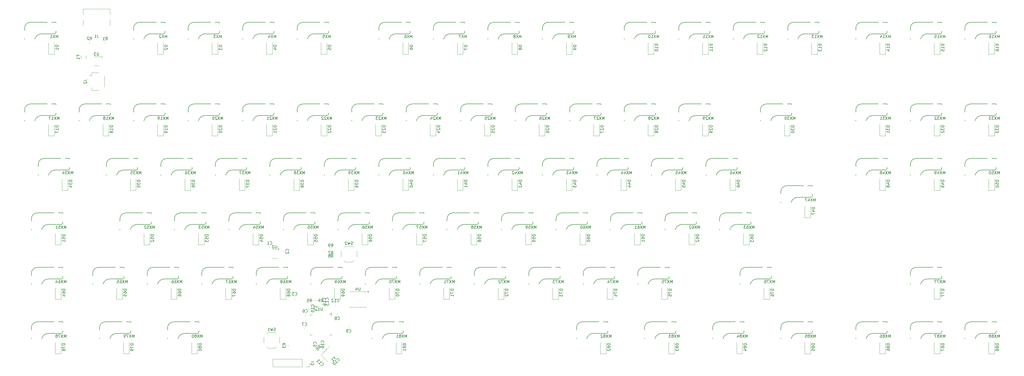
<source format=gbr>
%TF.GenerationSoftware,KiCad,Pcbnew,9.0.2*%
%TF.CreationDate,2025-07-01T21:42:38+02:00*%
%TF.ProjectId,TKL_PCB,544b4c5f-5043-4422-9e6b-696361645f70,rev?*%
%TF.SameCoordinates,Original*%
%TF.FileFunction,Legend,Bot*%
%TF.FilePolarity,Positive*%
%FSLAX46Y46*%
G04 Gerber Fmt 4.6, Leading zero omitted, Abs format (unit mm)*
G04 Created by KiCad (PCBNEW 9.0.2) date 2025-07-01 21:42:38*
%MOMM*%
%LPD*%
G01*
G04 APERTURE LIST*
%ADD10C,0.150000*%
%ADD11C,0.120000*%
G04 APERTURE END LIST*
D10*
X186894404Y-110959819D02*
X186894404Y-109959819D01*
X186894404Y-109959819D02*
X186561071Y-110674104D01*
X186561071Y-110674104D02*
X186227738Y-109959819D01*
X186227738Y-109959819D02*
X186227738Y-110959819D01*
X185846785Y-109959819D02*
X185180119Y-110959819D01*
X185180119Y-109959819D02*
X185846785Y-110959819D01*
X184894404Y-109959819D02*
X184227738Y-109959819D01*
X184227738Y-109959819D02*
X184656309Y-110959819D01*
X183894404Y-110055057D02*
X183846785Y-110007438D01*
X183846785Y-110007438D02*
X183751547Y-109959819D01*
X183751547Y-109959819D02*
X183513452Y-109959819D01*
X183513452Y-109959819D02*
X183418214Y-110007438D01*
X183418214Y-110007438D02*
X183370595Y-110055057D01*
X183370595Y-110055057D02*
X183322976Y-110150295D01*
X183322976Y-110150295D02*
X183322976Y-110245533D01*
X183322976Y-110245533D02*
X183370595Y-110388390D01*
X183370595Y-110388390D02*
X183942023Y-110959819D01*
X183942023Y-110959819D02*
X183322976Y-110959819D01*
X82119404Y-91909819D02*
X82119404Y-90909819D01*
X82119404Y-90909819D02*
X81786071Y-91624104D01*
X81786071Y-91624104D02*
X81452738Y-90909819D01*
X81452738Y-90909819D02*
X81452738Y-91909819D01*
X81071785Y-90909819D02*
X80405119Y-91909819D01*
X80405119Y-90909819D02*
X81071785Y-91909819D01*
X79547976Y-90909819D02*
X80024166Y-90909819D01*
X80024166Y-90909819D02*
X80071785Y-91386009D01*
X80071785Y-91386009D02*
X80024166Y-91338390D01*
X80024166Y-91338390D02*
X79928928Y-91290771D01*
X79928928Y-91290771D02*
X79690833Y-91290771D01*
X79690833Y-91290771D02*
X79595595Y-91338390D01*
X79595595Y-91338390D02*
X79547976Y-91386009D01*
X79547976Y-91386009D02*
X79500357Y-91481247D01*
X79500357Y-91481247D02*
X79500357Y-91719342D01*
X79500357Y-91719342D02*
X79547976Y-91814580D01*
X79547976Y-91814580D02*
X79595595Y-91862200D01*
X79595595Y-91862200D02*
X79690833Y-91909819D01*
X79690833Y-91909819D02*
X79928928Y-91909819D01*
X79928928Y-91909819D02*
X80024166Y-91862200D01*
X80024166Y-91862200D02*
X80071785Y-91814580D01*
X79167023Y-90909819D02*
X78547976Y-90909819D01*
X78547976Y-90909819D02*
X78881309Y-91290771D01*
X78881309Y-91290771D02*
X78738452Y-91290771D01*
X78738452Y-91290771D02*
X78643214Y-91338390D01*
X78643214Y-91338390D02*
X78595595Y-91386009D01*
X78595595Y-91386009D02*
X78547976Y-91481247D01*
X78547976Y-91481247D02*
X78547976Y-91719342D01*
X78547976Y-91719342D02*
X78595595Y-91814580D01*
X78595595Y-91814580D02*
X78643214Y-91862200D01*
X78643214Y-91862200D02*
X78738452Y-91909819D01*
X78738452Y-91909819D02*
X79024166Y-91909819D01*
X79024166Y-91909819D02*
X79119404Y-91862200D01*
X79119404Y-91862200D02*
X79167023Y-91814580D01*
X124692319Y-27836905D02*
X123692319Y-27836905D01*
X123692319Y-27836905D02*
X123692319Y-28075000D01*
X123692319Y-28075000D02*
X123739938Y-28217857D01*
X123739938Y-28217857D02*
X123835176Y-28313095D01*
X123835176Y-28313095D02*
X123930414Y-28360714D01*
X123930414Y-28360714D02*
X124120890Y-28408333D01*
X124120890Y-28408333D02*
X124263747Y-28408333D01*
X124263747Y-28408333D02*
X124454223Y-28360714D01*
X124454223Y-28360714D02*
X124549461Y-28313095D01*
X124549461Y-28313095D02*
X124644700Y-28217857D01*
X124644700Y-28217857D02*
X124692319Y-28075000D01*
X124692319Y-28075000D02*
X124692319Y-27836905D01*
X123692319Y-29313095D02*
X123692319Y-28836905D01*
X123692319Y-28836905D02*
X124168509Y-28789286D01*
X124168509Y-28789286D02*
X124120890Y-28836905D01*
X124120890Y-28836905D02*
X124073271Y-28932143D01*
X124073271Y-28932143D02*
X124073271Y-29170238D01*
X124073271Y-29170238D02*
X124120890Y-29265476D01*
X124120890Y-29265476D02*
X124168509Y-29313095D01*
X124168509Y-29313095D02*
X124263747Y-29360714D01*
X124263747Y-29360714D02*
X124501842Y-29360714D01*
X124501842Y-29360714D02*
X124597080Y-29313095D01*
X124597080Y-29313095D02*
X124644700Y-29265476D01*
X124644700Y-29265476D02*
X124692319Y-29170238D01*
X124692319Y-29170238D02*
X124692319Y-28932143D01*
X124692319Y-28932143D02*
X124644700Y-28836905D01*
X124644700Y-28836905D02*
X124597080Y-28789286D01*
X196129819Y-94035714D02*
X195129819Y-94035714D01*
X195129819Y-94035714D02*
X195129819Y-94273809D01*
X195129819Y-94273809D02*
X195177438Y-94416666D01*
X195177438Y-94416666D02*
X195272676Y-94511904D01*
X195272676Y-94511904D02*
X195367914Y-94559523D01*
X195367914Y-94559523D02*
X195558390Y-94607142D01*
X195558390Y-94607142D02*
X195701247Y-94607142D01*
X195701247Y-94607142D02*
X195891723Y-94559523D01*
X195891723Y-94559523D02*
X195986961Y-94511904D01*
X195986961Y-94511904D02*
X196082200Y-94416666D01*
X196082200Y-94416666D02*
X196129819Y-94273809D01*
X196129819Y-94273809D02*
X196129819Y-94035714D01*
X195129819Y-95511904D02*
X195129819Y-95035714D01*
X195129819Y-95035714D02*
X195606009Y-94988095D01*
X195606009Y-94988095D02*
X195558390Y-95035714D01*
X195558390Y-95035714D02*
X195510771Y-95130952D01*
X195510771Y-95130952D02*
X195510771Y-95369047D01*
X195510771Y-95369047D02*
X195558390Y-95464285D01*
X195558390Y-95464285D02*
X195606009Y-95511904D01*
X195606009Y-95511904D02*
X195701247Y-95559523D01*
X195701247Y-95559523D02*
X195939342Y-95559523D01*
X195939342Y-95559523D02*
X196034580Y-95511904D01*
X196034580Y-95511904D02*
X196082200Y-95464285D01*
X196082200Y-95464285D02*
X196129819Y-95369047D01*
X196129819Y-95369047D02*
X196129819Y-95130952D01*
X196129819Y-95130952D02*
X196082200Y-95035714D01*
X196082200Y-95035714D02*
X196034580Y-94988095D01*
X196129819Y-96035714D02*
X196129819Y-96226190D01*
X196129819Y-96226190D02*
X196082200Y-96321428D01*
X196082200Y-96321428D02*
X196034580Y-96369047D01*
X196034580Y-96369047D02*
X195891723Y-96464285D01*
X195891723Y-96464285D02*
X195701247Y-96511904D01*
X195701247Y-96511904D02*
X195320295Y-96511904D01*
X195320295Y-96511904D02*
X195225057Y-96464285D01*
X195225057Y-96464285D02*
X195177438Y-96416666D01*
X195177438Y-96416666D02*
X195129819Y-96321428D01*
X195129819Y-96321428D02*
X195129819Y-96130952D01*
X195129819Y-96130952D02*
X195177438Y-96035714D01*
X195177438Y-96035714D02*
X195225057Y-95988095D01*
X195225057Y-95988095D02*
X195320295Y-95940476D01*
X195320295Y-95940476D02*
X195558390Y-95940476D01*
X195558390Y-95940476D02*
X195653628Y-95988095D01*
X195653628Y-95988095D02*
X195701247Y-96035714D01*
X195701247Y-96035714D02*
X195748866Y-96130952D01*
X195748866Y-96130952D02*
X195748866Y-96321428D01*
X195748866Y-96321428D02*
X195701247Y-96416666D01*
X195701247Y-96416666D02*
X195653628Y-96464285D01*
X195653628Y-96464285D02*
X195558390Y-96511904D01*
X31817319Y-94035714D02*
X30817319Y-94035714D01*
X30817319Y-94035714D02*
X30817319Y-94273809D01*
X30817319Y-94273809D02*
X30864938Y-94416666D01*
X30864938Y-94416666D02*
X30960176Y-94511904D01*
X30960176Y-94511904D02*
X31055414Y-94559523D01*
X31055414Y-94559523D02*
X31245890Y-94607142D01*
X31245890Y-94607142D02*
X31388747Y-94607142D01*
X31388747Y-94607142D02*
X31579223Y-94559523D01*
X31579223Y-94559523D02*
X31674461Y-94511904D01*
X31674461Y-94511904D02*
X31769700Y-94416666D01*
X31769700Y-94416666D02*
X31817319Y-94273809D01*
X31817319Y-94273809D02*
X31817319Y-94035714D01*
X30817319Y-95511904D02*
X30817319Y-95035714D01*
X30817319Y-95035714D02*
X31293509Y-94988095D01*
X31293509Y-94988095D02*
X31245890Y-95035714D01*
X31245890Y-95035714D02*
X31198271Y-95130952D01*
X31198271Y-95130952D02*
X31198271Y-95369047D01*
X31198271Y-95369047D02*
X31245890Y-95464285D01*
X31245890Y-95464285D02*
X31293509Y-95511904D01*
X31293509Y-95511904D02*
X31388747Y-95559523D01*
X31388747Y-95559523D02*
X31626842Y-95559523D01*
X31626842Y-95559523D02*
X31722080Y-95511904D01*
X31722080Y-95511904D02*
X31769700Y-95464285D01*
X31769700Y-95464285D02*
X31817319Y-95369047D01*
X31817319Y-95369047D02*
X31817319Y-95130952D01*
X31817319Y-95130952D02*
X31769700Y-95035714D01*
X31769700Y-95035714D02*
X31722080Y-94988095D01*
X31817319Y-96511904D02*
X31817319Y-95940476D01*
X31817319Y-96226190D02*
X30817319Y-96226190D01*
X30817319Y-96226190D02*
X30960176Y-96130952D01*
X30960176Y-96130952D02*
X31055414Y-96035714D01*
X31055414Y-96035714D02*
X31103033Y-95940476D01*
X131081312Y-128120674D02*
X131128931Y-128168294D01*
X131128931Y-128168294D02*
X131271788Y-128215913D01*
X131271788Y-128215913D02*
X131367026Y-128215913D01*
X131367026Y-128215913D02*
X131509883Y-128168294D01*
X131509883Y-128168294D02*
X131605121Y-128073055D01*
X131605121Y-128073055D02*
X131652740Y-127977817D01*
X131652740Y-127977817D02*
X131700359Y-127787341D01*
X131700359Y-127787341D02*
X131700359Y-127644484D01*
X131700359Y-127644484D02*
X131652740Y-127454008D01*
X131652740Y-127454008D02*
X131605121Y-127358770D01*
X131605121Y-127358770D02*
X131509883Y-127263532D01*
X131509883Y-127263532D02*
X131367026Y-127215913D01*
X131367026Y-127215913D02*
X131271788Y-127215913D01*
X131271788Y-127215913D02*
X131128931Y-127263532D01*
X131128931Y-127263532D02*
X131081312Y-127311151D01*
X130605121Y-128215913D02*
X130414645Y-128215913D01*
X130414645Y-128215913D02*
X130319407Y-128168294D01*
X130319407Y-128168294D02*
X130271788Y-128120674D01*
X130271788Y-128120674D02*
X130176550Y-127977817D01*
X130176550Y-127977817D02*
X130128931Y-127787341D01*
X130128931Y-127787341D02*
X130128931Y-127406389D01*
X130128931Y-127406389D02*
X130176550Y-127311151D01*
X130176550Y-127311151D02*
X130224169Y-127263532D01*
X130224169Y-127263532D02*
X130319407Y-127215913D01*
X130319407Y-127215913D02*
X130509883Y-127215913D01*
X130509883Y-127215913D02*
X130605121Y-127263532D01*
X130605121Y-127263532D02*
X130652740Y-127311151D01*
X130652740Y-127311151D02*
X130700359Y-127406389D01*
X130700359Y-127406389D02*
X130700359Y-127644484D01*
X130700359Y-127644484D02*
X130652740Y-127739722D01*
X130652740Y-127739722D02*
X130605121Y-127787341D01*
X130605121Y-127787341D02*
X130509883Y-127834960D01*
X130509883Y-127834960D02*
X130319407Y-127834960D01*
X130319407Y-127834960D02*
X130224169Y-127787341D01*
X130224169Y-127787341D02*
X130176550Y-127739722D01*
X130176550Y-127739722D02*
X130128931Y-127644484D01*
X67542319Y-27836905D02*
X66542319Y-27836905D01*
X66542319Y-27836905D02*
X66542319Y-28075000D01*
X66542319Y-28075000D02*
X66589938Y-28217857D01*
X66589938Y-28217857D02*
X66685176Y-28313095D01*
X66685176Y-28313095D02*
X66780414Y-28360714D01*
X66780414Y-28360714D02*
X66970890Y-28408333D01*
X66970890Y-28408333D02*
X67113747Y-28408333D01*
X67113747Y-28408333D02*
X67304223Y-28360714D01*
X67304223Y-28360714D02*
X67399461Y-28313095D01*
X67399461Y-28313095D02*
X67494700Y-28217857D01*
X67494700Y-28217857D02*
X67542319Y-28075000D01*
X67542319Y-28075000D02*
X67542319Y-27836905D01*
X66637557Y-28789286D02*
X66589938Y-28836905D01*
X66589938Y-28836905D02*
X66542319Y-28932143D01*
X66542319Y-28932143D02*
X66542319Y-29170238D01*
X66542319Y-29170238D02*
X66589938Y-29265476D01*
X66589938Y-29265476D02*
X66637557Y-29313095D01*
X66637557Y-29313095D02*
X66732795Y-29360714D01*
X66732795Y-29360714D02*
X66828033Y-29360714D01*
X66828033Y-29360714D02*
X66970890Y-29313095D01*
X66970890Y-29313095D02*
X67542319Y-28741667D01*
X67542319Y-28741667D02*
X67542319Y-29360714D01*
X120219404Y-91909819D02*
X120219404Y-90909819D01*
X120219404Y-90909819D02*
X119886071Y-91624104D01*
X119886071Y-91624104D02*
X119552738Y-90909819D01*
X119552738Y-90909819D02*
X119552738Y-91909819D01*
X119171785Y-90909819D02*
X118505119Y-91909819D01*
X118505119Y-90909819D02*
X119171785Y-91909819D01*
X117647976Y-90909819D02*
X118124166Y-90909819D01*
X118124166Y-90909819D02*
X118171785Y-91386009D01*
X118171785Y-91386009D02*
X118124166Y-91338390D01*
X118124166Y-91338390D02*
X118028928Y-91290771D01*
X118028928Y-91290771D02*
X117790833Y-91290771D01*
X117790833Y-91290771D02*
X117695595Y-91338390D01*
X117695595Y-91338390D02*
X117647976Y-91386009D01*
X117647976Y-91386009D02*
X117600357Y-91481247D01*
X117600357Y-91481247D02*
X117600357Y-91719342D01*
X117600357Y-91719342D02*
X117647976Y-91814580D01*
X117647976Y-91814580D02*
X117695595Y-91862200D01*
X117695595Y-91862200D02*
X117790833Y-91909819D01*
X117790833Y-91909819D02*
X118028928Y-91909819D01*
X118028928Y-91909819D02*
X118124166Y-91862200D01*
X118124166Y-91862200D02*
X118171785Y-91814580D01*
X116695595Y-90909819D02*
X117171785Y-90909819D01*
X117171785Y-90909819D02*
X117219404Y-91386009D01*
X117219404Y-91386009D02*
X117171785Y-91338390D01*
X117171785Y-91338390D02*
X117076547Y-91290771D01*
X117076547Y-91290771D02*
X116838452Y-91290771D01*
X116838452Y-91290771D02*
X116743214Y-91338390D01*
X116743214Y-91338390D02*
X116695595Y-91386009D01*
X116695595Y-91386009D02*
X116647976Y-91481247D01*
X116647976Y-91481247D02*
X116647976Y-91719342D01*
X116647976Y-91719342D02*
X116695595Y-91814580D01*
X116695595Y-91814580D02*
X116743214Y-91862200D01*
X116743214Y-91862200D02*
X116838452Y-91909819D01*
X116838452Y-91909819D02*
X117076547Y-91909819D01*
X117076547Y-91909819D02*
X117171785Y-91862200D01*
X117171785Y-91862200D02*
X117219404Y-91814580D01*
X32113204Y-110959819D02*
X32113204Y-109959819D01*
X32113204Y-109959819D02*
X31779871Y-110674104D01*
X31779871Y-110674104D02*
X31446538Y-109959819D01*
X31446538Y-109959819D02*
X31446538Y-110959819D01*
X31065585Y-109959819D02*
X30398919Y-110959819D01*
X30398919Y-109959819D02*
X31065585Y-110959819D01*
X29589395Y-109959819D02*
X29779871Y-109959819D01*
X29779871Y-109959819D02*
X29875109Y-110007438D01*
X29875109Y-110007438D02*
X29922728Y-110055057D01*
X29922728Y-110055057D02*
X30017966Y-110197914D01*
X30017966Y-110197914D02*
X30065585Y-110388390D01*
X30065585Y-110388390D02*
X30065585Y-110769342D01*
X30065585Y-110769342D02*
X30017966Y-110864580D01*
X30017966Y-110864580D02*
X29970347Y-110912200D01*
X29970347Y-110912200D02*
X29875109Y-110959819D01*
X29875109Y-110959819D02*
X29684633Y-110959819D01*
X29684633Y-110959819D02*
X29589395Y-110912200D01*
X29589395Y-110912200D02*
X29541776Y-110864580D01*
X29541776Y-110864580D02*
X29494157Y-110769342D01*
X29494157Y-110769342D02*
X29494157Y-110531247D01*
X29494157Y-110531247D02*
X29541776Y-110436009D01*
X29541776Y-110436009D02*
X29589395Y-110388390D01*
X29589395Y-110388390D02*
X29684633Y-110340771D01*
X29684633Y-110340771D02*
X29875109Y-110340771D01*
X29875109Y-110340771D02*
X29970347Y-110388390D01*
X29970347Y-110388390D02*
X30017966Y-110436009D01*
X30017966Y-110436009D02*
X30065585Y-110531247D01*
X28637014Y-110293152D02*
X28637014Y-110959819D01*
X28875109Y-109912200D02*
X29113204Y-110626485D01*
X29113204Y-110626485D02*
X28494157Y-110626485D01*
X222323619Y-132135714D02*
X221323619Y-132135714D01*
X221323619Y-132135714D02*
X221323619Y-132373809D01*
X221323619Y-132373809D02*
X221371238Y-132516666D01*
X221371238Y-132516666D02*
X221466476Y-132611904D01*
X221466476Y-132611904D02*
X221561714Y-132659523D01*
X221561714Y-132659523D02*
X221752190Y-132707142D01*
X221752190Y-132707142D02*
X221895047Y-132707142D01*
X221895047Y-132707142D02*
X222085523Y-132659523D01*
X222085523Y-132659523D02*
X222180761Y-132611904D01*
X222180761Y-132611904D02*
X222276000Y-132516666D01*
X222276000Y-132516666D02*
X222323619Y-132373809D01*
X222323619Y-132373809D02*
X222323619Y-132135714D01*
X221752190Y-133278571D02*
X221704571Y-133183333D01*
X221704571Y-133183333D02*
X221656952Y-133135714D01*
X221656952Y-133135714D02*
X221561714Y-133088095D01*
X221561714Y-133088095D02*
X221514095Y-133088095D01*
X221514095Y-133088095D02*
X221418857Y-133135714D01*
X221418857Y-133135714D02*
X221371238Y-133183333D01*
X221371238Y-133183333D02*
X221323619Y-133278571D01*
X221323619Y-133278571D02*
X221323619Y-133469047D01*
X221323619Y-133469047D02*
X221371238Y-133564285D01*
X221371238Y-133564285D02*
X221418857Y-133611904D01*
X221418857Y-133611904D02*
X221514095Y-133659523D01*
X221514095Y-133659523D02*
X221561714Y-133659523D01*
X221561714Y-133659523D02*
X221656952Y-133611904D01*
X221656952Y-133611904D02*
X221704571Y-133564285D01*
X221704571Y-133564285D02*
X221752190Y-133469047D01*
X221752190Y-133469047D02*
X221752190Y-133278571D01*
X221752190Y-133278571D02*
X221799809Y-133183333D01*
X221799809Y-133183333D02*
X221847428Y-133135714D01*
X221847428Y-133135714D02*
X221942666Y-133088095D01*
X221942666Y-133088095D02*
X222133142Y-133088095D01*
X222133142Y-133088095D02*
X222228380Y-133135714D01*
X222228380Y-133135714D02*
X222276000Y-133183333D01*
X222276000Y-133183333D02*
X222323619Y-133278571D01*
X222323619Y-133278571D02*
X222323619Y-133469047D01*
X222323619Y-133469047D02*
X222276000Y-133564285D01*
X222276000Y-133564285D02*
X222228380Y-133611904D01*
X222228380Y-133611904D02*
X222133142Y-133659523D01*
X222133142Y-133659523D02*
X221942666Y-133659523D01*
X221942666Y-133659523D02*
X221847428Y-133611904D01*
X221847428Y-133611904D02*
X221799809Y-133564285D01*
X221799809Y-133564285D02*
X221752190Y-133469047D01*
X221418857Y-134040476D02*
X221371238Y-134088095D01*
X221371238Y-134088095D02*
X221323619Y-134183333D01*
X221323619Y-134183333D02*
X221323619Y-134421428D01*
X221323619Y-134421428D02*
X221371238Y-134516666D01*
X221371238Y-134516666D02*
X221418857Y-134564285D01*
X221418857Y-134564285D02*
X221514095Y-134611904D01*
X221514095Y-134611904D02*
X221609333Y-134611904D01*
X221609333Y-134611904D02*
X221752190Y-134564285D01*
X221752190Y-134564285D02*
X222323619Y-133992857D01*
X222323619Y-133992857D02*
X222323619Y-134611904D01*
X215179819Y-94035714D02*
X214179819Y-94035714D01*
X214179819Y-94035714D02*
X214179819Y-94273809D01*
X214179819Y-94273809D02*
X214227438Y-94416666D01*
X214227438Y-94416666D02*
X214322676Y-94511904D01*
X214322676Y-94511904D02*
X214417914Y-94559523D01*
X214417914Y-94559523D02*
X214608390Y-94607142D01*
X214608390Y-94607142D02*
X214751247Y-94607142D01*
X214751247Y-94607142D02*
X214941723Y-94559523D01*
X214941723Y-94559523D02*
X215036961Y-94511904D01*
X215036961Y-94511904D02*
X215132200Y-94416666D01*
X215132200Y-94416666D02*
X215179819Y-94273809D01*
X215179819Y-94273809D02*
X215179819Y-94035714D01*
X214179819Y-95464285D02*
X214179819Y-95273809D01*
X214179819Y-95273809D02*
X214227438Y-95178571D01*
X214227438Y-95178571D02*
X214275057Y-95130952D01*
X214275057Y-95130952D02*
X214417914Y-95035714D01*
X214417914Y-95035714D02*
X214608390Y-94988095D01*
X214608390Y-94988095D02*
X214989342Y-94988095D01*
X214989342Y-94988095D02*
X215084580Y-95035714D01*
X215084580Y-95035714D02*
X215132200Y-95083333D01*
X215132200Y-95083333D02*
X215179819Y-95178571D01*
X215179819Y-95178571D02*
X215179819Y-95369047D01*
X215179819Y-95369047D02*
X215132200Y-95464285D01*
X215132200Y-95464285D02*
X215084580Y-95511904D01*
X215084580Y-95511904D02*
X214989342Y-95559523D01*
X214989342Y-95559523D02*
X214751247Y-95559523D01*
X214751247Y-95559523D02*
X214656009Y-95511904D01*
X214656009Y-95511904D02*
X214608390Y-95464285D01*
X214608390Y-95464285D02*
X214560771Y-95369047D01*
X214560771Y-95369047D02*
X214560771Y-95178571D01*
X214560771Y-95178571D02*
X214608390Y-95083333D01*
X214608390Y-95083333D02*
X214656009Y-95035714D01*
X214656009Y-95035714D02*
X214751247Y-94988095D01*
X214179819Y-96178571D02*
X214179819Y-96273809D01*
X214179819Y-96273809D02*
X214227438Y-96369047D01*
X214227438Y-96369047D02*
X214275057Y-96416666D01*
X214275057Y-96416666D02*
X214370295Y-96464285D01*
X214370295Y-96464285D02*
X214560771Y-96511904D01*
X214560771Y-96511904D02*
X214798866Y-96511904D01*
X214798866Y-96511904D02*
X214989342Y-96464285D01*
X214989342Y-96464285D02*
X215084580Y-96416666D01*
X215084580Y-96416666D02*
X215132200Y-96369047D01*
X215132200Y-96369047D02*
X215179819Y-96273809D01*
X215179819Y-96273809D02*
X215179819Y-96178571D01*
X215179819Y-96178571D02*
X215132200Y-96083333D01*
X215132200Y-96083333D02*
X215084580Y-96035714D01*
X215084580Y-96035714D02*
X214989342Y-95988095D01*
X214989342Y-95988095D02*
X214798866Y-95940476D01*
X214798866Y-95940476D02*
X214560771Y-95940476D01*
X214560771Y-95940476D02*
X214370295Y-95988095D01*
X214370295Y-95988095D02*
X214275057Y-96035714D01*
X214275057Y-96035714D02*
X214227438Y-96083333D01*
X214227438Y-96083333D02*
X214179819Y-96178571D01*
X53254819Y-113085714D02*
X52254819Y-113085714D01*
X52254819Y-113085714D02*
X52254819Y-113323809D01*
X52254819Y-113323809D02*
X52302438Y-113466666D01*
X52302438Y-113466666D02*
X52397676Y-113561904D01*
X52397676Y-113561904D02*
X52492914Y-113609523D01*
X52492914Y-113609523D02*
X52683390Y-113657142D01*
X52683390Y-113657142D02*
X52826247Y-113657142D01*
X52826247Y-113657142D02*
X53016723Y-113609523D01*
X53016723Y-113609523D02*
X53111961Y-113561904D01*
X53111961Y-113561904D02*
X53207200Y-113466666D01*
X53207200Y-113466666D02*
X53254819Y-113323809D01*
X53254819Y-113323809D02*
X53254819Y-113085714D01*
X52254819Y-114514285D02*
X52254819Y-114323809D01*
X52254819Y-114323809D02*
X52302438Y-114228571D01*
X52302438Y-114228571D02*
X52350057Y-114180952D01*
X52350057Y-114180952D02*
X52492914Y-114085714D01*
X52492914Y-114085714D02*
X52683390Y-114038095D01*
X52683390Y-114038095D02*
X53064342Y-114038095D01*
X53064342Y-114038095D02*
X53159580Y-114085714D01*
X53159580Y-114085714D02*
X53207200Y-114133333D01*
X53207200Y-114133333D02*
X53254819Y-114228571D01*
X53254819Y-114228571D02*
X53254819Y-114419047D01*
X53254819Y-114419047D02*
X53207200Y-114514285D01*
X53207200Y-114514285D02*
X53159580Y-114561904D01*
X53159580Y-114561904D02*
X53064342Y-114609523D01*
X53064342Y-114609523D02*
X52826247Y-114609523D01*
X52826247Y-114609523D02*
X52731009Y-114561904D01*
X52731009Y-114561904D02*
X52683390Y-114514285D01*
X52683390Y-114514285D02*
X52635771Y-114419047D01*
X52635771Y-114419047D02*
X52635771Y-114228571D01*
X52635771Y-114228571D02*
X52683390Y-114133333D01*
X52683390Y-114133333D02*
X52731009Y-114085714D01*
X52731009Y-114085714D02*
X52826247Y-114038095D01*
X52254819Y-115514285D02*
X52254819Y-115038095D01*
X52254819Y-115038095D02*
X52731009Y-114990476D01*
X52731009Y-114990476D02*
X52683390Y-115038095D01*
X52683390Y-115038095D02*
X52635771Y-115133333D01*
X52635771Y-115133333D02*
X52635771Y-115371428D01*
X52635771Y-115371428D02*
X52683390Y-115466666D01*
X52683390Y-115466666D02*
X52731009Y-115514285D01*
X52731009Y-115514285D02*
X52826247Y-115561904D01*
X52826247Y-115561904D02*
X53064342Y-115561904D01*
X53064342Y-115561904D02*
X53159580Y-115514285D01*
X53159580Y-115514285D02*
X53207200Y-115466666D01*
X53207200Y-115466666D02*
X53254819Y-115371428D01*
X53254819Y-115371428D02*
X53254819Y-115133333D01*
X53254819Y-115133333D02*
X53207200Y-115038095D01*
X53207200Y-115038095D02*
X53159580Y-114990476D01*
X205654819Y-113085714D02*
X204654819Y-113085714D01*
X204654819Y-113085714D02*
X204654819Y-113323809D01*
X204654819Y-113323809D02*
X204702438Y-113466666D01*
X204702438Y-113466666D02*
X204797676Y-113561904D01*
X204797676Y-113561904D02*
X204892914Y-113609523D01*
X204892914Y-113609523D02*
X205083390Y-113657142D01*
X205083390Y-113657142D02*
X205226247Y-113657142D01*
X205226247Y-113657142D02*
X205416723Y-113609523D01*
X205416723Y-113609523D02*
X205511961Y-113561904D01*
X205511961Y-113561904D02*
X205607200Y-113466666D01*
X205607200Y-113466666D02*
X205654819Y-113323809D01*
X205654819Y-113323809D02*
X205654819Y-113085714D01*
X204654819Y-113990476D02*
X204654819Y-114657142D01*
X204654819Y-114657142D02*
X205654819Y-114228571D01*
X204654819Y-114942857D02*
X204654819Y-115561904D01*
X204654819Y-115561904D02*
X205035771Y-115228571D01*
X205035771Y-115228571D02*
X205035771Y-115371428D01*
X205035771Y-115371428D02*
X205083390Y-115466666D01*
X205083390Y-115466666D02*
X205131009Y-115514285D01*
X205131009Y-115514285D02*
X205226247Y-115561904D01*
X205226247Y-115561904D02*
X205464342Y-115561904D01*
X205464342Y-115561904D02*
X205559580Y-115514285D01*
X205559580Y-115514285D02*
X205607200Y-115466666D01*
X205607200Y-115466666D02*
X205654819Y-115371428D01*
X205654819Y-115371428D02*
X205654819Y-115085714D01*
X205654819Y-115085714D02*
X205607200Y-114990476D01*
X205607200Y-114990476D02*
X205559580Y-114942857D01*
X118709330Y-119195792D02*
X118756950Y-119148173D01*
X118756950Y-119148173D02*
X118804569Y-119005316D01*
X118804569Y-119005316D02*
X118804569Y-118910078D01*
X118804569Y-118910078D02*
X118756950Y-118767221D01*
X118756950Y-118767221D02*
X118661711Y-118671983D01*
X118661711Y-118671983D02*
X118566473Y-118624364D01*
X118566473Y-118624364D02*
X118375997Y-118576745D01*
X118375997Y-118576745D02*
X118233140Y-118576745D01*
X118233140Y-118576745D02*
X118042664Y-118624364D01*
X118042664Y-118624364D02*
X117947426Y-118671983D01*
X117947426Y-118671983D02*
X117852188Y-118767221D01*
X117852188Y-118767221D02*
X117804569Y-118910078D01*
X117804569Y-118910078D02*
X117804569Y-119005316D01*
X117804569Y-119005316D02*
X117852188Y-119148173D01*
X117852188Y-119148173D02*
X117899807Y-119195792D01*
X118804569Y-120148173D02*
X118804569Y-119576745D01*
X118804569Y-119862459D02*
X117804569Y-119862459D01*
X117804569Y-119862459D02*
X117947426Y-119767221D01*
X117947426Y-119767221D02*
X118042664Y-119671983D01*
X118042664Y-119671983D02*
X118090283Y-119576745D01*
X117804569Y-121052935D02*
X117804569Y-120576745D01*
X117804569Y-120576745D02*
X118280759Y-120529126D01*
X118280759Y-120529126D02*
X118233140Y-120576745D01*
X118233140Y-120576745D02*
X118185521Y-120671983D01*
X118185521Y-120671983D02*
X118185521Y-120910078D01*
X118185521Y-120910078D02*
X118233140Y-121005316D01*
X118233140Y-121005316D02*
X118280759Y-121052935D01*
X118280759Y-121052935D02*
X118375997Y-121100554D01*
X118375997Y-121100554D02*
X118614092Y-121100554D01*
X118614092Y-121100554D02*
X118709330Y-121052935D01*
X118709330Y-121052935D02*
X118756950Y-121005316D01*
X118756950Y-121005316D02*
X118804569Y-120910078D01*
X118804569Y-120910078D02*
X118804569Y-120671983D01*
X118804569Y-120671983D02*
X118756950Y-120576745D01*
X118756950Y-120576745D02*
X118709330Y-120529126D01*
X40491166Y-25918219D02*
X40824499Y-25442028D01*
X41062594Y-25918219D02*
X41062594Y-24918219D01*
X41062594Y-24918219D02*
X40681642Y-24918219D01*
X40681642Y-24918219D02*
X40586404Y-24965838D01*
X40586404Y-24965838D02*
X40538785Y-25013457D01*
X40538785Y-25013457D02*
X40491166Y-25108695D01*
X40491166Y-25108695D02*
X40491166Y-25251552D01*
X40491166Y-25251552D02*
X40538785Y-25346790D01*
X40538785Y-25346790D02*
X40586404Y-25394409D01*
X40586404Y-25394409D02*
X40681642Y-25442028D01*
X40681642Y-25442028D02*
X41062594Y-25442028D01*
X40110213Y-25013457D02*
X40062594Y-24965838D01*
X40062594Y-24965838D02*
X39967356Y-24918219D01*
X39967356Y-24918219D02*
X39729261Y-24918219D01*
X39729261Y-24918219D02*
X39634023Y-24965838D01*
X39634023Y-24965838D02*
X39586404Y-25013457D01*
X39586404Y-25013457D02*
X39538785Y-25108695D01*
X39538785Y-25108695D02*
X39538785Y-25203933D01*
X39538785Y-25203933D02*
X39586404Y-25346790D01*
X39586404Y-25346790D02*
X40157832Y-25918219D01*
X40157832Y-25918219D02*
X39538785Y-25918219D01*
X138979819Y-94035714D02*
X137979819Y-94035714D01*
X137979819Y-94035714D02*
X137979819Y-94273809D01*
X137979819Y-94273809D02*
X138027438Y-94416666D01*
X138027438Y-94416666D02*
X138122676Y-94511904D01*
X138122676Y-94511904D02*
X138217914Y-94559523D01*
X138217914Y-94559523D02*
X138408390Y-94607142D01*
X138408390Y-94607142D02*
X138551247Y-94607142D01*
X138551247Y-94607142D02*
X138741723Y-94559523D01*
X138741723Y-94559523D02*
X138836961Y-94511904D01*
X138836961Y-94511904D02*
X138932200Y-94416666D01*
X138932200Y-94416666D02*
X138979819Y-94273809D01*
X138979819Y-94273809D02*
X138979819Y-94035714D01*
X137979819Y-95511904D02*
X137979819Y-95035714D01*
X137979819Y-95035714D02*
X138456009Y-94988095D01*
X138456009Y-94988095D02*
X138408390Y-95035714D01*
X138408390Y-95035714D02*
X138360771Y-95130952D01*
X138360771Y-95130952D02*
X138360771Y-95369047D01*
X138360771Y-95369047D02*
X138408390Y-95464285D01*
X138408390Y-95464285D02*
X138456009Y-95511904D01*
X138456009Y-95511904D02*
X138551247Y-95559523D01*
X138551247Y-95559523D02*
X138789342Y-95559523D01*
X138789342Y-95559523D02*
X138884580Y-95511904D01*
X138884580Y-95511904D02*
X138932200Y-95464285D01*
X138932200Y-95464285D02*
X138979819Y-95369047D01*
X138979819Y-95369047D02*
X138979819Y-95130952D01*
X138979819Y-95130952D02*
X138932200Y-95035714D01*
X138932200Y-95035714D02*
X138884580Y-94988095D01*
X137979819Y-96416666D02*
X137979819Y-96226190D01*
X137979819Y-96226190D02*
X138027438Y-96130952D01*
X138027438Y-96130952D02*
X138075057Y-96083333D01*
X138075057Y-96083333D02*
X138217914Y-95988095D01*
X138217914Y-95988095D02*
X138408390Y-95940476D01*
X138408390Y-95940476D02*
X138789342Y-95940476D01*
X138789342Y-95940476D02*
X138884580Y-95988095D01*
X138884580Y-95988095D02*
X138932200Y-96035714D01*
X138932200Y-96035714D02*
X138979819Y-96130952D01*
X138979819Y-96130952D02*
X138979819Y-96321428D01*
X138979819Y-96321428D02*
X138932200Y-96416666D01*
X138932200Y-96416666D02*
X138884580Y-96464285D01*
X138884580Y-96464285D02*
X138789342Y-96511904D01*
X138789342Y-96511904D02*
X138551247Y-96511904D01*
X138551247Y-96511904D02*
X138456009Y-96464285D01*
X138456009Y-96464285D02*
X138408390Y-96416666D01*
X138408390Y-96416666D02*
X138360771Y-96321428D01*
X138360771Y-96321428D02*
X138360771Y-96130952D01*
X138360771Y-96130952D02*
X138408390Y-96035714D01*
X138408390Y-96035714D02*
X138456009Y-95988095D01*
X138456009Y-95988095D02*
X138551247Y-95940476D01*
X119929819Y-94035714D02*
X118929819Y-94035714D01*
X118929819Y-94035714D02*
X118929819Y-94273809D01*
X118929819Y-94273809D02*
X118977438Y-94416666D01*
X118977438Y-94416666D02*
X119072676Y-94511904D01*
X119072676Y-94511904D02*
X119167914Y-94559523D01*
X119167914Y-94559523D02*
X119358390Y-94607142D01*
X119358390Y-94607142D02*
X119501247Y-94607142D01*
X119501247Y-94607142D02*
X119691723Y-94559523D01*
X119691723Y-94559523D02*
X119786961Y-94511904D01*
X119786961Y-94511904D02*
X119882200Y-94416666D01*
X119882200Y-94416666D02*
X119929819Y-94273809D01*
X119929819Y-94273809D02*
X119929819Y-94035714D01*
X118929819Y-95511904D02*
X118929819Y-95035714D01*
X118929819Y-95035714D02*
X119406009Y-94988095D01*
X119406009Y-94988095D02*
X119358390Y-95035714D01*
X119358390Y-95035714D02*
X119310771Y-95130952D01*
X119310771Y-95130952D02*
X119310771Y-95369047D01*
X119310771Y-95369047D02*
X119358390Y-95464285D01*
X119358390Y-95464285D02*
X119406009Y-95511904D01*
X119406009Y-95511904D02*
X119501247Y-95559523D01*
X119501247Y-95559523D02*
X119739342Y-95559523D01*
X119739342Y-95559523D02*
X119834580Y-95511904D01*
X119834580Y-95511904D02*
X119882200Y-95464285D01*
X119882200Y-95464285D02*
X119929819Y-95369047D01*
X119929819Y-95369047D02*
X119929819Y-95130952D01*
X119929819Y-95130952D02*
X119882200Y-95035714D01*
X119882200Y-95035714D02*
X119834580Y-94988095D01*
X118929819Y-96464285D02*
X118929819Y-95988095D01*
X118929819Y-95988095D02*
X119406009Y-95940476D01*
X119406009Y-95940476D02*
X119358390Y-95988095D01*
X119358390Y-95988095D02*
X119310771Y-96083333D01*
X119310771Y-96083333D02*
X119310771Y-96321428D01*
X119310771Y-96321428D02*
X119358390Y-96416666D01*
X119358390Y-96416666D02*
X119406009Y-96464285D01*
X119406009Y-96464285D02*
X119501247Y-96511904D01*
X119501247Y-96511904D02*
X119739342Y-96511904D01*
X119739342Y-96511904D02*
X119834580Y-96464285D01*
X119834580Y-96464285D02*
X119882200Y-96416666D01*
X119882200Y-96416666D02*
X119929819Y-96321428D01*
X119929819Y-96321428D02*
X119929819Y-96083333D01*
X119929819Y-96083333D02*
X119882200Y-95988095D01*
X119882200Y-95988095D02*
X119834580Y-95940476D01*
X120788897Y-133832313D02*
X120687882Y-133259894D01*
X121192958Y-133428252D02*
X120485851Y-132721146D01*
X120485851Y-132721146D02*
X120216477Y-132990520D01*
X120216477Y-132990520D02*
X120182805Y-133091535D01*
X120182805Y-133091535D02*
X120182805Y-133158878D01*
X120182805Y-133158878D02*
X120216477Y-133259894D01*
X120216477Y-133259894D02*
X120317492Y-133360909D01*
X120317492Y-133360909D02*
X120418508Y-133394581D01*
X120418508Y-133394581D02*
X120485851Y-133394581D01*
X120485851Y-133394581D02*
X120586866Y-133360909D01*
X120586866Y-133360909D02*
X120856240Y-133091535D01*
X119475699Y-133731298D02*
X119610386Y-133596611D01*
X119610386Y-133596611D02*
X119711401Y-133562939D01*
X119711401Y-133562939D02*
X119778744Y-133562939D01*
X119778744Y-133562939D02*
X119947103Y-133596611D01*
X119947103Y-133596611D02*
X120115462Y-133697626D01*
X120115462Y-133697626D02*
X120384836Y-133967000D01*
X120384836Y-133967000D02*
X120418508Y-134068016D01*
X120418508Y-134068016D02*
X120418508Y-134135359D01*
X120418508Y-134135359D02*
X120384836Y-134236374D01*
X120384836Y-134236374D02*
X120250149Y-134371061D01*
X120250149Y-134371061D02*
X120149134Y-134404733D01*
X120149134Y-134404733D02*
X120081790Y-134404733D01*
X120081790Y-134404733D02*
X119980775Y-134371061D01*
X119980775Y-134371061D02*
X119812416Y-134202703D01*
X119812416Y-134202703D02*
X119778744Y-134101687D01*
X119778744Y-134101687D02*
X119778744Y-134034344D01*
X119778744Y-134034344D02*
X119812416Y-133933329D01*
X119812416Y-133933329D02*
X119947103Y-133798642D01*
X119947103Y-133798642D02*
X120048118Y-133764970D01*
X120048118Y-133764970D02*
X120115462Y-133764970D01*
X120115462Y-133764970D02*
X120216477Y-133798642D01*
X103436405Y-97384755D02*
X103484024Y-97432375D01*
X103484024Y-97432375D02*
X103626881Y-97479994D01*
X103626881Y-97479994D02*
X103722119Y-97479994D01*
X103722119Y-97479994D02*
X103864976Y-97432375D01*
X103864976Y-97432375D02*
X103960214Y-97337136D01*
X103960214Y-97337136D02*
X104007833Y-97241898D01*
X104007833Y-97241898D02*
X104055452Y-97051422D01*
X104055452Y-97051422D02*
X104055452Y-96908565D01*
X104055452Y-96908565D02*
X104007833Y-96718089D01*
X104007833Y-96718089D02*
X103960214Y-96622851D01*
X103960214Y-96622851D02*
X103864976Y-96527613D01*
X103864976Y-96527613D02*
X103722119Y-96479994D01*
X103722119Y-96479994D02*
X103626881Y-96479994D01*
X103626881Y-96479994D02*
X103484024Y-96527613D01*
X103484024Y-96527613D02*
X103436405Y-96575232D01*
X102484024Y-97479994D02*
X103055452Y-97479994D01*
X102769738Y-97479994D02*
X102769738Y-96479994D01*
X102769738Y-96479994D02*
X102864976Y-96622851D01*
X102864976Y-96622851D02*
X102960214Y-96718089D01*
X102960214Y-96718089D02*
X103055452Y-96765708D01*
X143742319Y-55935714D02*
X142742319Y-55935714D01*
X142742319Y-55935714D02*
X142742319Y-56173809D01*
X142742319Y-56173809D02*
X142789938Y-56316666D01*
X142789938Y-56316666D02*
X142885176Y-56411904D01*
X142885176Y-56411904D02*
X142980414Y-56459523D01*
X142980414Y-56459523D02*
X143170890Y-56507142D01*
X143170890Y-56507142D02*
X143313747Y-56507142D01*
X143313747Y-56507142D02*
X143504223Y-56459523D01*
X143504223Y-56459523D02*
X143599461Y-56411904D01*
X143599461Y-56411904D02*
X143694700Y-56316666D01*
X143694700Y-56316666D02*
X143742319Y-56173809D01*
X143742319Y-56173809D02*
X143742319Y-55935714D01*
X142837557Y-56888095D02*
X142789938Y-56935714D01*
X142789938Y-56935714D02*
X142742319Y-57030952D01*
X142742319Y-57030952D02*
X142742319Y-57269047D01*
X142742319Y-57269047D02*
X142789938Y-57364285D01*
X142789938Y-57364285D02*
X142837557Y-57411904D01*
X142837557Y-57411904D02*
X142932795Y-57459523D01*
X142932795Y-57459523D02*
X143028033Y-57459523D01*
X143028033Y-57459523D02*
X143170890Y-57411904D01*
X143170890Y-57411904D02*
X143742319Y-56840476D01*
X143742319Y-56840476D02*
X143742319Y-57459523D01*
X142742319Y-57792857D02*
X142742319Y-58411904D01*
X142742319Y-58411904D02*
X143123271Y-58078571D01*
X143123271Y-58078571D02*
X143123271Y-58221428D01*
X143123271Y-58221428D02*
X143170890Y-58316666D01*
X143170890Y-58316666D02*
X143218509Y-58364285D01*
X143218509Y-58364285D02*
X143313747Y-58411904D01*
X143313747Y-58411904D02*
X143551842Y-58411904D01*
X143551842Y-58411904D02*
X143647080Y-58364285D01*
X143647080Y-58364285D02*
X143694700Y-58316666D01*
X143694700Y-58316666D02*
X143742319Y-58221428D01*
X143742319Y-58221428D02*
X143742319Y-57935714D01*
X143742319Y-57935714D02*
X143694700Y-57840476D01*
X143694700Y-57840476D02*
X143647080Y-57792857D01*
X101169404Y-91909819D02*
X101169404Y-90909819D01*
X101169404Y-90909819D02*
X100836071Y-91624104D01*
X100836071Y-91624104D02*
X100502738Y-90909819D01*
X100502738Y-90909819D02*
X100502738Y-91909819D01*
X100121785Y-90909819D02*
X99455119Y-91909819D01*
X99455119Y-90909819D02*
X100121785Y-91909819D01*
X98597976Y-90909819D02*
X99074166Y-90909819D01*
X99074166Y-90909819D02*
X99121785Y-91386009D01*
X99121785Y-91386009D02*
X99074166Y-91338390D01*
X99074166Y-91338390D02*
X98978928Y-91290771D01*
X98978928Y-91290771D02*
X98740833Y-91290771D01*
X98740833Y-91290771D02*
X98645595Y-91338390D01*
X98645595Y-91338390D02*
X98597976Y-91386009D01*
X98597976Y-91386009D02*
X98550357Y-91481247D01*
X98550357Y-91481247D02*
X98550357Y-91719342D01*
X98550357Y-91719342D02*
X98597976Y-91814580D01*
X98597976Y-91814580D02*
X98645595Y-91862200D01*
X98645595Y-91862200D02*
X98740833Y-91909819D01*
X98740833Y-91909819D02*
X98978928Y-91909819D01*
X98978928Y-91909819D02*
X99074166Y-91862200D01*
X99074166Y-91862200D02*
X99121785Y-91814580D01*
X97693214Y-91243152D02*
X97693214Y-91909819D01*
X97931309Y-90862200D02*
X98169404Y-91576485D01*
X98169404Y-91576485D02*
X97550357Y-91576485D01*
X248517319Y-74985714D02*
X247517319Y-74985714D01*
X247517319Y-74985714D02*
X247517319Y-75223809D01*
X247517319Y-75223809D02*
X247564938Y-75366666D01*
X247564938Y-75366666D02*
X247660176Y-75461904D01*
X247660176Y-75461904D02*
X247755414Y-75509523D01*
X247755414Y-75509523D02*
X247945890Y-75557142D01*
X247945890Y-75557142D02*
X248088747Y-75557142D01*
X248088747Y-75557142D02*
X248279223Y-75509523D01*
X248279223Y-75509523D02*
X248374461Y-75461904D01*
X248374461Y-75461904D02*
X248469700Y-75366666D01*
X248469700Y-75366666D02*
X248517319Y-75223809D01*
X248517319Y-75223809D02*
X248517319Y-74985714D01*
X247850652Y-76414285D02*
X248517319Y-76414285D01*
X247469700Y-76176190D02*
X248183985Y-75938095D01*
X248183985Y-75938095D02*
X248183985Y-76557142D01*
X247517319Y-77414285D02*
X247517319Y-76938095D01*
X247517319Y-76938095D02*
X247993509Y-76890476D01*
X247993509Y-76890476D02*
X247945890Y-76938095D01*
X247945890Y-76938095D02*
X247898271Y-77033333D01*
X247898271Y-77033333D02*
X247898271Y-77271428D01*
X247898271Y-77271428D02*
X247945890Y-77366666D01*
X247945890Y-77366666D02*
X247993509Y-77414285D01*
X247993509Y-77414285D02*
X248088747Y-77461904D01*
X248088747Y-77461904D02*
X248326842Y-77461904D01*
X248326842Y-77461904D02*
X248422080Y-77414285D01*
X248422080Y-77414285D02*
X248469700Y-77366666D01*
X248469700Y-77366666D02*
X248517319Y-77271428D01*
X248517319Y-77271428D02*
X248517319Y-77033333D01*
X248517319Y-77033333D02*
X248469700Y-76938095D01*
X248469700Y-76938095D02*
X248422080Y-76890476D01*
X244044404Y-110959819D02*
X244044404Y-109959819D01*
X244044404Y-109959819D02*
X243711071Y-110674104D01*
X243711071Y-110674104D02*
X243377738Y-109959819D01*
X243377738Y-109959819D02*
X243377738Y-110959819D01*
X242996785Y-109959819D02*
X242330119Y-110959819D01*
X242330119Y-109959819D02*
X242996785Y-110959819D01*
X242044404Y-109959819D02*
X241377738Y-109959819D01*
X241377738Y-109959819D02*
X241806309Y-110959819D01*
X240520595Y-109959819D02*
X240996785Y-109959819D01*
X240996785Y-109959819D02*
X241044404Y-110436009D01*
X241044404Y-110436009D02*
X240996785Y-110388390D01*
X240996785Y-110388390D02*
X240901547Y-110340771D01*
X240901547Y-110340771D02*
X240663452Y-110340771D01*
X240663452Y-110340771D02*
X240568214Y-110388390D01*
X240568214Y-110388390D02*
X240520595Y-110436009D01*
X240520595Y-110436009D02*
X240472976Y-110531247D01*
X240472976Y-110531247D02*
X240472976Y-110769342D01*
X240472976Y-110769342D02*
X240520595Y-110864580D01*
X240520595Y-110864580D02*
X240568214Y-110912200D01*
X240568214Y-110912200D02*
X240663452Y-110959819D01*
X240663452Y-110959819D02*
X240901547Y-110959819D01*
X240901547Y-110959819D02*
X240996785Y-110912200D01*
X240996785Y-110912200D02*
X241044404Y-110864580D01*
X105314582Y-127625950D02*
X105171725Y-127673569D01*
X105171725Y-127673569D02*
X104933630Y-127673569D01*
X104933630Y-127673569D02*
X104838392Y-127625950D01*
X104838392Y-127625950D02*
X104790773Y-127578330D01*
X104790773Y-127578330D02*
X104743154Y-127483092D01*
X104743154Y-127483092D02*
X104743154Y-127387854D01*
X104743154Y-127387854D02*
X104790773Y-127292616D01*
X104790773Y-127292616D02*
X104838392Y-127244997D01*
X104838392Y-127244997D02*
X104933630Y-127197378D01*
X104933630Y-127197378D02*
X105124106Y-127149759D01*
X105124106Y-127149759D02*
X105219344Y-127102140D01*
X105219344Y-127102140D02*
X105266963Y-127054521D01*
X105266963Y-127054521D02*
X105314582Y-126959283D01*
X105314582Y-126959283D02*
X105314582Y-126864045D01*
X105314582Y-126864045D02*
X105266963Y-126768807D01*
X105266963Y-126768807D02*
X105219344Y-126721188D01*
X105219344Y-126721188D02*
X105124106Y-126673569D01*
X105124106Y-126673569D02*
X104886011Y-126673569D01*
X104886011Y-126673569D02*
X104743154Y-126721188D01*
X104409820Y-126673569D02*
X104171725Y-127673569D01*
X104171725Y-127673569D02*
X103981249Y-126959283D01*
X103981249Y-126959283D02*
X103790773Y-127673569D01*
X103790773Y-127673569D02*
X103552678Y-126673569D01*
X102647916Y-127673569D02*
X103219344Y-127673569D01*
X102933630Y-127673569D02*
X102933630Y-126673569D01*
X102933630Y-126673569D02*
X103028868Y-126816426D01*
X103028868Y-126816426D02*
X103124106Y-126911664D01*
X103124106Y-126911664D02*
X103219344Y-126959283D01*
X139269404Y-91909819D02*
X139269404Y-90909819D01*
X139269404Y-90909819D02*
X138936071Y-91624104D01*
X138936071Y-91624104D02*
X138602738Y-90909819D01*
X138602738Y-90909819D02*
X138602738Y-91909819D01*
X138221785Y-90909819D02*
X137555119Y-91909819D01*
X137555119Y-90909819D02*
X138221785Y-91909819D01*
X136697976Y-90909819D02*
X137174166Y-90909819D01*
X137174166Y-90909819D02*
X137221785Y-91386009D01*
X137221785Y-91386009D02*
X137174166Y-91338390D01*
X137174166Y-91338390D02*
X137078928Y-91290771D01*
X137078928Y-91290771D02*
X136840833Y-91290771D01*
X136840833Y-91290771D02*
X136745595Y-91338390D01*
X136745595Y-91338390D02*
X136697976Y-91386009D01*
X136697976Y-91386009D02*
X136650357Y-91481247D01*
X136650357Y-91481247D02*
X136650357Y-91719342D01*
X136650357Y-91719342D02*
X136697976Y-91814580D01*
X136697976Y-91814580D02*
X136745595Y-91862200D01*
X136745595Y-91862200D02*
X136840833Y-91909819D01*
X136840833Y-91909819D02*
X137078928Y-91909819D01*
X137078928Y-91909819D02*
X137174166Y-91862200D01*
X137174166Y-91862200D02*
X137221785Y-91814580D01*
X135793214Y-90909819D02*
X135983690Y-90909819D01*
X135983690Y-90909819D02*
X136078928Y-90957438D01*
X136078928Y-90957438D02*
X136126547Y-91005057D01*
X136126547Y-91005057D02*
X136221785Y-91147914D01*
X136221785Y-91147914D02*
X136269404Y-91338390D01*
X136269404Y-91338390D02*
X136269404Y-91719342D01*
X136269404Y-91719342D02*
X136221785Y-91814580D01*
X136221785Y-91814580D02*
X136174166Y-91862200D01*
X136174166Y-91862200D02*
X136078928Y-91909819D01*
X136078928Y-91909819D02*
X135888452Y-91909819D01*
X135888452Y-91909819D02*
X135793214Y-91862200D01*
X135793214Y-91862200D02*
X135745595Y-91814580D01*
X135745595Y-91814580D02*
X135697976Y-91719342D01*
X135697976Y-91719342D02*
X135697976Y-91481247D01*
X135697976Y-91481247D02*
X135745595Y-91386009D01*
X135745595Y-91386009D02*
X135793214Y-91338390D01*
X135793214Y-91338390D02*
X135888452Y-91290771D01*
X135888452Y-91290771D02*
X136078928Y-91290771D01*
X136078928Y-91290771D02*
X136174166Y-91338390D01*
X136174166Y-91338390D02*
X136221785Y-91386009D01*
X136221785Y-91386009D02*
X136269404Y-91481247D01*
X339004819Y-55935714D02*
X338004819Y-55935714D01*
X338004819Y-55935714D02*
X338004819Y-56173809D01*
X338004819Y-56173809D02*
X338052438Y-56316666D01*
X338052438Y-56316666D02*
X338147676Y-56411904D01*
X338147676Y-56411904D02*
X338242914Y-56459523D01*
X338242914Y-56459523D02*
X338433390Y-56507142D01*
X338433390Y-56507142D02*
X338576247Y-56507142D01*
X338576247Y-56507142D02*
X338766723Y-56459523D01*
X338766723Y-56459523D02*
X338861961Y-56411904D01*
X338861961Y-56411904D02*
X338957200Y-56316666D01*
X338957200Y-56316666D02*
X339004819Y-56173809D01*
X339004819Y-56173809D02*
X339004819Y-55935714D01*
X338004819Y-56840476D02*
X338004819Y-57459523D01*
X338004819Y-57459523D02*
X338385771Y-57126190D01*
X338385771Y-57126190D02*
X338385771Y-57269047D01*
X338385771Y-57269047D02*
X338433390Y-57364285D01*
X338433390Y-57364285D02*
X338481009Y-57411904D01*
X338481009Y-57411904D02*
X338576247Y-57459523D01*
X338576247Y-57459523D02*
X338814342Y-57459523D01*
X338814342Y-57459523D02*
X338909580Y-57411904D01*
X338909580Y-57411904D02*
X338957200Y-57364285D01*
X338957200Y-57364285D02*
X339004819Y-57269047D01*
X339004819Y-57269047D02*
X339004819Y-56983333D01*
X339004819Y-56983333D02*
X338957200Y-56888095D01*
X338957200Y-56888095D02*
X338909580Y-56840476D01*
X338100057Y-57840476D02*
X338052438Y-57888095D01*
X338052438Y-57888095D02*
X338004819Y-57983333D01*
X338004819Y-57983333D02*
X338004819Y-58221428D01*
X338004819Y-58221428D02*
X338052438Y-58316666D01*
X338052438Y-58316666D02*
X338100057Y-58364285D01*
X338100057Y-58364285D02*
X338195295Y-58411904D01*
X338195295Y-58411904D02*
X338290533Y-58411904D01*
X338290533Y-58411904D02*
X338433390Y-58364285D01*
X338433390Y-58364285D02*
X339004819Y-57792857D01*
X339004819Y-57792857D02*
X339004819Y-58411904D01*
X319954819Y-27360714D02*
X318954819Y-27360714D01*
X318954819Y-27360714D02*
X318954819Y-27598809D01*
X318954819Y-27598809D02*
X319002438Y-27741666D01*
X319002438Y-27741666D02*
X319097676Y-27836904D01*
X319097676Y-27836904D02*
X319192914Y-27884523D01*
X319192914Y-27884523D02*
X319383390Y-27932142D01*
X319383390Y-27932142D02*
X319526247Y-27932142D01*
X319526247Y-27932142D02*
X319716723Y-27884523D01*
X319716723Y-27884523D02*
X319811961Y-27836904D01*
X319811961Y-27836904D02*
X319907200Y-27741666D01*
X319907200Y-27741666D02*
X319954819Y-27598809D01*
X319954819Y-27598809D02*
X319954819Y-27360714D01*
X319954819Y-28884523D02*
X319954819Y-28313095D01*
X319954819Y-28598809D02*
X318954819Y-28598809D01*
X318954819Y-28598809D02*
X319097676Y-28503571D01*
X319097676Y-28503571D02*
X319192914Y-28408333D01*
X319192914Y-28408333D02*
X319240533Y-28313095D01*
X319288152Y-29741666D02*
X319954819Y-29741666D01*
X318907200Y-29503571D02*
X319621485Y-29265476D01*
X319621485Y-29265476D02*
X319621485Y-29884523D01*
X172317319Y-27836905D02*
X171317319Y-27836905D01*
X171317319Y-27836905D02*
X171317319Y-28075000D01*
X171317319Y-28075000D02*
X171364938Y-28217857D01*
X171364938Y-28217857D02*
X171460176Y-28313095D01*
X171460176Y-28313095D02*
X171555414Y-28360714D01*
X171555414Y-28360714D02*
X171745890Y-28408333D01*
X171745890Y-28408333D02*
X171888747Y-28408333D01*
X171888747Y-28408333D02*
X172079223Y-28360714D01*
X172079223Y-28360714D02*
X172174461Y-28313095D01*
X172174461Y-28313095D02*
X172269700Y-28217857D01*
X172269700Y-28217857D02*
X172317319Y-28075000D01*
X172317319Y-28075000D02*
X172317319Y-27836905D01*
X171317319Y-28741667D02*
X171317319Y-29408333D01*
X171317319Y-29408333D02*
X172317319Y-28979762D01*
X53544404Y-110959819D02*
X53544404Y-109959819D01*
X53544404Y-109959819D02*
X53211071Y-110674104D01*
X53211071Y-110674104D02*
X52877738Y-109959819D01*
X52877738Y-109959819D02*
X52877738Y-110959819D01*
X52496785Y-109959819D02*
X51830119Y-110959819D01*
X51830119Y-109959819D02*
X52496785Y-110959819D01*
X51020595Y-109959819D02*
X51211071Y-109959819D01*
X51211071Y-109959819D02*
X51306309Y-110007438D01*
X51306309Y-110007438D02*
X51353928Y-110055057D01*
X51353928Y-110055057D02*
X51449166Y-110197914D01*
X51449166Y-110197914D02*
X51496785Y-110388390D01*
X51496785Y-110388390D02*
X51496785Y-110769342D01*
X51496785Y-110769342D02*
X51449166Y-110864580D01*
X51449166Y-110864580D02*
X51401547Y-110912200D01*
X51401547Y-110912200D02*
X51306309Y-110959819D01*
X51306309Y-110959819D02*
X51115833Y-110959819D01*
X51115833Y-110959819D02*
X51020595Y-110912200D01*
X51020595Y-110912200D02*
X50972976Y-110864580D01*
X50972976Y-110864580D02*
X50925357Y-110769342D01*
X50925357Y-110769342D02*
X50925357Y-110531247D01*
X50925357Y-110531247D02*
X50972976Y-110436009D01*
X50972976Y-110436009D02*
X51020595Y-110388390D01*
X51020595Y-110388390D02*
X51115833Y-110340771D01*
X51115833Y-110340771D02*
X51306309Y-110340771D01*
X51306309Y-110340771D02*
X51401547Y-110388390D01*
X51401547Y-110388390D02*
X51449166Y-110436009D01*
X51449166Y-110436009D02*
X51496785Y-110531247D01*
X50020595Y-109959819D02*
X50496785Y-109959819D01*
X50496785Y-109959819D02*
X50544404Y-110436009D01*
X50544404Y-110436009D02*
X50496785Y-110388390D01*
X50496785Y-110388390D02*
X50401547Y-110340771D01*
X50401547Y-110340771D02*
X50163452Y-110340771D01*
X50163452Y-110340771D02*
X50068214Y-110388390D01*
X50068214Y-110388390D02*
X50020595Y-110436009D01*
X50020595Y-110436009D02*
X49972976Y-110531247D01*
X49972976Y-110531247D02*
X49972976Y-110769342D01*
X49972976Y-110769342D02*
X50020595Y-110864580D01*
X50020595Y-110864580D02*
X50068214Y-110912200D01*
X50068214Y-110912200D02*
X50163452Y-110959819D01*
X50163452Y-110959819D02*
X50401547Y-110959819D01*
X50401547Y-110959819D02*
X50496785Y-110912200D01*
X50496785Y-110912200D02*
X50544404Y-110864580D01*
X205944404Y-110959819D02*
X205944404Y-109959819D01*
X205944404Y-109959819D02*
X205611071Y-110674104D01*
X205611071Y-110674104D02*
X205277738Y-109959819D01*
X205277738Y-109959819D02*
X205277738Y-110959819D01*
X204896785Y-109959819D02*
X204230119Y-110959819D01*
X204230119Y-109959819D02*
X204896785Y-110959819D01*
X203944404Y-109959819D02*
X203277738Y-109959819D01*
X203277738Y-109959819D02*
X203706309Y-110959819D01*
X202992023Y-109959819D02*
X202372976Y-109959819D01*
X202372976Y-109959819D02*
X202706309Y-110340771D01*
X202706309Y-110340771D02*
X202563452Y-110340771D01*
X202563452Y-110340771D02*
X202468214Y-110388390D01*
X202468214Y-110388390D02*
X202420595Y-110436009D01*
X202420595Y-110436009D02*
X202372976Y-110531247D01*
X202372976Y-110531247D02*
X202372976Y-110769342D01*
X202372976Y-110769342D02*
X202420595Y-110864580D01*
X202420595Y-110864580D02*
X202468214Y-110912200D01*
X202468214Y-110912200D02*
X202563452Y-110959819D01*
X202563452Y-110959819D02*
X202849166Y-110959819D01*
X202849166Y-110959819D02*
X202944404Y-110912200D01*
X202944404Y-110912200D02*
X202992023Y-110864580D01*
X172317319Y-74985714D02*
X171317319Y-74985714D01*
X171317319Y-74985714D02*
X171317319Y-75223809D01*
X171317319Y-75223809D02*
X171364938Y-75366666D01*
X171364938Y-75366666D02*
X171460176Y-75461904D01*
X171460176Y-75461904D02*
X171555414Y-75509523D01*
X171555414Y-75509523D02*
X171745890Y-75557142D01*
X171745890Y-75557142D02*
X171888747Y-75557142D01*
X171888747Y-75557142D02*
X172079223Y-75509523D01*
X172079223Y-75509523D02*
X172174461Y-75461904D01*
X172174461Y-75461904D02*
X172269700Y-75366666D01*
X172269700Y-75366666D02*
X172317319Y-75223809D01*
X172317319Y-75223809D02*
X172317319Y-74985714D01*
X171650652Y-76414285D02*
X172317319Y-76414285D01*
X171269700Y-76176190D02*
X171983985Y-75938095D01*
X171983985Y-75938095D02*
X171983985Y-76557142D01*
X172317319Y-77461904D02*
X172317319Y-76890476D01*
X172317319Y-77176190D02*
X171317319Y-77176190D01*
X171317319Y-77176190D02*
X171460176Y-77080952D01*
X171460176Y-77080952D02*
X171555414Y-76985714D01*
X171555414Y-76985714D02*
X171603033Y-76890476D01*
X238992319Y-27360714D02*
X237992319Y-27360714D01*
X237992319Y-27360714D02*
X237992319Y-27598809D01*
X237992319Y-27598809D02*
X238039938Y-27741666D01*
X238039938Y-27741666D02*
X238135176Y-27836904D01*
X238135176Y-27836904D02*
X238230414Y-27884523D01*
X238230414Y-27884523D02*
X238420890Y-27932142D01*
X238420890Y-27932142D02*
X238563747Y-27932142D01*
X238563747Y-27932142D02*
X238754223Y-27884523D01*
X238754223Y-27884523D02*
X238849461Y-27836904D01*
X238849461Y-27836904D02*
X238944700Y-27741666D01*
X238944700Y-27741666D02*
X238992319Y-27598809D01*
X238992319Y-27598809D02*
X238992319Y-27360714D01*
X238992319Y-28884523D02*
X238992319Y-28313095D01*
X238992319Y-28598809D02*
X237992319Y-28598809D01*
X237992319Y-28598809D02*
X238135176Y-28503571D01*
X238135176Y-28503571D02*
X238230414Y-28408333D01*
X238230414Y-28408333D02*
X238278033Y-28313095D01*
X237992319Y-29503571D02*
X237992319Y-29598809D01*
X237992319Y-29598809D02*
X238039938Y-29694047D01*
X238039938Y-29694047D02*
X238087557Y-29741666D01*
X238087557Y-29741666D02*
X238182795Y-29789285D01*
X238182795Y-29789285D02*
X238373271Y-29836904D01*
X238373271Y-29836904D02*
X238611366Y-29836904D01*
X238611366Y-29836904D02*
X238801842Y-29789285D01*
X238801842Y-29789285D02*
X238897080Y-29741666D01*
X238897080Y-29741666D02*
X238944700Y-29694047D01*
X238944700Y-29694047D02*
X238992319Y-29598809D01*
X238992319Y-29598809D02*
X238992319Y-29503571D01*
X238992319Y-29503571D02*
X238944700Y-29408333D01*
X238944700Y-29408333D02*
X238897080Y-29360714D01*
X238897080Y-29360714D02*
X238801842Y-29313095D01*
X238801842Y-29313095D02*
X238611366Y-29265476D01*
X238611366Y-29265476D02*
X238373271Y-29265476D01*
X238373271Y-29265476D02*
X238182795Y-29313095D01*
X238182795Y-29313095D02*
X238087557Y-29360714D01*
X238087557Y-29360714D02*
X238039938Y-29408333D01*
X238039938Y-29408333D02*
X237992319Y-29503571D01*
X229756904Y-72859819D02*
X229756904Y-71859819D01*
X229756904Y-71859819D02*
X229423571Y-72574104D01*
X229423571Y-72574104D02*
X229090238Y-71859819D01*
X229090238Y-71859819D02*
X229090238Y-72859819D01*
X228709285Y-71859819D02*
X228042619Y-72859819D01*
X228042619Y-71859819D02*
X228709285Y-72859819D01*
X227233095Y-72193152D02*
X227233095Y-72859819D01*
X227471190Y-71812200D02*
X227709285Y-72526485D01*
X227709285Y-72526485D02*
X227090238Y-72526485D01*
X226280714Y-72193152D02*
X226280714Y-72859819D01*
X226518809Y-71812200D02*
X226756904Y-72526485D01*
X226756904Y-72526485D02*
X226137857Y-72526485D01*
X339294404Y-53809819D02*
X339294404Y-52809819D01*
X339294404Y-52809819D02*
X338961071Y-53524104D01*
X338961071Y-53524104D02*
X338627738Y-52809819D01*
X338627738Y-52809819D02*
X338627738Y-53809819D01*
X338246785Y-52809819D02*
X337580119Y-53809819D01*
X337580119Y-52809819D02*
X338246785Y-53809819D01*
X337294404Y-52809819D02*
X336675357Y-52809819D01*
X336675357Y-52809819D02*
X337008690Y-53190771D01*
X337008690Y-53190771D02*
X336865833Y-53190771D01*
X336865833Y-53190771D02*
X336770595Y-53238390D01*
X336770595Y-53238390D02*
X336722976Y-53286009D01*
X336722976Y-53286009D02*
X336675357Y-53381247D01*
X336675357Y-53381247D02*
X336675357Y-53619342D01*
X336675357Y-53619342D02*
X336722976Y-53714580D01*
X336722976Y-53714580D02*
X336770595Y-53762200D01*
X336770595Y-53762200D02*
X336865833Y-53809819D01*
X336865833Y-53809819D02*
X337151547Y-53809819D01*
X337151547Y-53809819D02*
X337246785Y-53762200D01*
X337246785Y-53762200D02*
X337294404Y-53714580D01*
X336294404Y-52905057D02*
X336246785Y-52857438D01*
X336246785Y-52857438D02*
X336151547Y-52809819D01*
X336151547Y-52809819D02*
X335913452Y-52809819D01*
X335913452Y-52809819D02*
X335818214Y-52857438D01*
X335818214Y-52857438D02*
X335770595Y-52905057D01*
X335770595Y-52905057D02*
X335722976Y-53000295D01*
X335722976Y-53000295D02*
X335722976Y-53095533D01*
X335722976Y-53095533D02*
X335770595Y-53238390D01*
X335770595Y-53238390D02*
X336342023Y-53809819D01*
X336342023Y-53809819D02*
X335722976Y-53809819D01*
X191180713Y-25234819D02*
X191180713Y-24234819D01*
X191180713Y-24234819D02*
X190847380Y-24949104D01*
X190847380Y-24949104D02*
X190514047Y-24234819D01*
X190514047Y-24234819D02*
X190514047Y-25234819D01*
X190133094Y-24234819D02*
X189466428Y-25234819D01*
X189466428Y-24234819D02*
X190133094Y-25234819D01*
X188942618Y-24663390D02*
X189037856Y-24615771D01*
X189037856Y-24615771D02*
X189085475Y-24568152D01*
X189085475Y-24568152D02*
X189133094Y-24472914D01*
X189133094Y-24472914D02*
X189133094Y-24425295D01*
X189133094Y-24425295D02*
X189085475Y-24330057D01*
X189085475Y-24330057D02*
X189037856Y-24282438D01*
X189037856Y-24282438D02*
X188942618Y-24234819D01*
X188942618Y-24234819D02*
X188752142Y-24234819D01*
X188752142Y-24234819D02*
X188656904Y-24282438D01*
X188656904Y-24282438D02*
X188609285Y-24330057D01*
X188609285Y-24330057D02*
X188561666Y-24425295D01*
X188561666Y-24425295D02*
X188561666Y-24472914D01*
X188561666Y-24472914D02*
X188609285Y-24568152D01*
X188609285Y-24568152D02*
X188656904Y-24615771D01*
X188656904Y-24615771D02*
X188752142Y-24663390D01*
X188752142Y-24663390D02*
X188942618Y-24663390D01*
X188942618Y-24663390D02*
X189037856Y-24711009D01*
X189037856Y-24711009D02*
X189085475Y-24758628D01*
X189085475Y-24758628D02*
X189133094Y-24853866D01*
X189133094Y-24853866D02*
X189133094Y-25044342D01*
X189133094Y-25044342D02*
X189085475Y-25139580D01*
X189085475Y-25139580D02*
X189037856Y-25187200D01*
X189037856Y-25187200D02*
X188942618Y-25234819D01*
X188942618Y-25234819D02*
X188752142Y-25234819D01*
X188752142Y-25234819D02*
X188656904Y-25187200D01*
X188656904Y-25187200D02*
X188609285Y-25139580D01*
X188609285Y-25139580D02*
X188561666Y-25044342D01*
X188561666Y-25044342D02*
X188561666Y-24853866D01*
X188561666Y-24853866D02*
X188609285Y-24758628D01*
X188609285Y-24758628D02*
X188656904Y-24711009D01*
X188656904Y-24711009D02*
X188752142Y-24663390D01*
X124808967Y-100875786D02*
X125142300Y-100399595D01*
X125380395Y-100875786D02*
X125380395Y-99875786D01*
X125380395Y-99875786D02*
X124999443Y-99875786D01*
X124999443Y-99875786D02*
X124904205Y-99923405D01*
X124904205Y-99923405D02*
X124856586Y-99971024D01*
X124856586Y-99971024D02*
X124808967Y-100066262D01*
X124808967Y-100066262D02*
X124808967Y-100209119D01*
X124808967Y-100209119D02*
X124856586Y-100304357D01*
X124856586Y-100304357D02*
X124904205Y-100351976D01*
X124904205Y-100351976D02*
X124999443Y-100399595D01*
X124999443Y-100399595D02*
X125380395Y-100399595D01*
X124475633Y-99875786D02*
X123808967Y-99875786D01*
X123808967Y-99875786D02*
X124237538Y-100875786D01*
X339004819Y-27360714D02*
X338004819Y-27360714D01*
X338004819Y-27360714D02*
X338004819Y-27598809D01*
X338004819Y-27598809D02*
X338052438Y-27741666D01*
X338052438Y-27741666D02*
X338147676Y-27836904D01*
X338147676Y-27836904D02*
X338242914Y-27884523D01*
X338242914Y-27884523D02*
X338433390Y-27932142D01*
X338433390Y-27932142D02*
X338576247Y-27932142D01*
X338576247Y-27932142D02*
X338766723Y-27884523D01*
X338766723Y-27884523D02*
X338861961Y-27836904D01*
X338861961Y-27836904D02*
X338957200Y-27741666D01*
X338957200Y-27741666D02*
X339004819Y-27598809D01*
X339004819Y-27598809D02*
X339004819Y-27360714D01*
X339004819Y-28884523D02*
X339004819Y-28313095D01*
X339004819Y-28598809D02*
X338004819Y-28598809D01*
X338004819Y-28598809D02*
X338147676Y-28503571D01*
X338147676Y-28503571D02*
X338242914Y-28408333D01*
X338242914Y-28408333D02*
X338290533Y-28313095D01*
X338004819Y-29789285D02*
X338004819Y-29313095D01*
X338004819Y-29313095D02*
X338481009Y-29265476D01*
X338481009Y-29265476D02*
X338433390Y-29313095D01*
X338433390Y-29313095D02*
X338385771Y-29408333D01*
X338385771Y-29408333D02*
X338385771Y-29646428D01*
X338385771Y-29646428D02*
X338433390Y-29741666D01*
X338433390Y-29741666D02*
X338481009Y-29789285D01*
X338481009Y-29789285D02*
X338576247Y-29836904D01*
X338576247Y-29836904D02*
X338814342Y-29836904D01*
X338814342Y-29836904D02*
X338909580Y-29789285D01*
X338909580Y-29789285D02*
X338957200Y-29741666D01*
X338957200Y-29741666D02*
X339004819Y-29646428D01*
X339004819Y-29646428D02*
X339004819Y-29408333D01*
X339004819Y-29408333D02*
X338957200Y-29313095D01*
X338957200Y-29313095D02*
X338909580Y-29265476D01*
X339294404Y-25234819D02*
X339294404Y-24234819D01*
X339294404Y-24234819D02*
X338961071Y-24949104D01*
X338961071Y-24949104D02*
X338627738Y-24234819D01*
X338627738Y-24234819D02*
X338627738Y-25234819D01*
X338246785Y-24234819D02*
X337580119Y-25234819D01*
X337580119Y-24234819D02*
X338246785Y-25234819D01*
X336675357Y-25234819D02*
X337246785Y-25234819D01*
X336961071Y-25234819D02*
X336961071Y-24234819D01*
X336961071Y-24234819D02*
X337056309Y-24377676D01*
X337056309Y-24377676D02*
X337151547Y-24472914D01*
X337151547Y-24472914D02*
X337246785Y-24520533D01*
X335770595Y-24234819D02*
X336246785Y-24234819D01*
X336246785Y-24234819D02*
X336294404Y-24711009D01*
X336294404Y-24711009D02*
X336246785Y-24663390D01*
X336246785Y-24663390D02*
X336151547Y-24615771D01*
X336151547Y-24615771D02*
X335913452Y-24615771D01*
X335913452Y-24615771D02*
X335818214Y-24663390D01*
X335818214Y-24663390D02*
X335770595Y-24711009D01*
X335770595Y-24711009D02*
X335722976Y-24806247D01*
X335722976Y-24806247D02*
X335722976Y-25044342D01*
X335722976Y-25044342D02*
X335770595Y-25139580D01*
X335770595Y-25139580D02*
X335818214Y-25187200D01*
X335818214Y-25187200D02*
X335913452Y-25234819D01*
X335913452Y-25234819D02*
X336151547Y-25234819D01*
X336151547Y-25234819D02*
X336246785Y-25187200D01*
X336246785Y-25187200D02*
X336294404Y-25139580D01*
X119507657Y-132232577D02*
X119555277Y-132184958D01*
X119555277Y-132184958D02*
X119602896Y-132042101D01*
X119602896Y-132042101D02*
X119602896Y-131946863D01*
X119602896Y-131946863D02*
X119555277Y-131804006D01*
X119555277Y-131804006D02*
X119460038Y-131708768D01*
X119460038Y-131708768D02*
X119364800Y-131661149D01*
X119364800Y-131661149D02*
X119174324Y-131613530D01*
X119174324Y-131613530D02*
X119031467Y-131613530D01*
X119031467Y-131613530D02*
X118840991Y-131661149D01*
X118840991Y-131661149D02*
X118745753Y-131708768D01*
X118745753Y-131708768D02*
X118650515Y-131804006D01*
X118650515Y-131804006D02*
X118602896Y-131946863D01*
X118602896Y-131946863D02*
X118602896Y-132042101D01*
X118602896Y-132042101D02*
X118650515Y-132184958D01*
X118650515Y-132184958D02*
X118698134Y-132232577D01*
X118602896Y-133137339D02*
X118602896Y-132661149D01*
X118602896Y-132661149D02*
X119079086Y-132613530D01*
X119079086Y-132613530D02*
X119031467Y-132661149D01*
X119031467Y-132661149D02*
X118983848Y-132756387D01*
X118983848Y-132756387D02*
X118983848Y-132994482D01*
X118983848Y-132994482D02*
X119031467Y-133089720D01*
X119031467Y-133089720D02*
X119079086Y-133137339D01*
X119079086Y-133137339D02*
X119174324Y-133184958D01*
X119174324Y-133184958D02*
X119412419Y-133184958D01*
X119412419Y-133184958D02*
X119507657Y-133137339D01*
X119507657Y-133137339D02*
X119555277Y-133089720D01*
X119555277Y-133089720D02*
X119602896Y-132994482D01*
X119602896Y-132994482D02*
X119602896Y-132756387D01*
X119602896Y-132756387D02*
X119555277Y-132661149D01*
X119555277Y-132661149D02*
X119507657Y-132613530D01*
X29731904Y-53809819D02*
X29731904Y-52809819D01*
X29731904Y-52809819D02*
X29398571Y-53524104D01*
X29398571Y-53524104D02*
X29065238Y-52809819D01*
X29065238Y-52809819D02*
X29065238Y-53809819D01*
X28684285Y-52809819D02*
X28017619Y-53809819D01*
X28017619Y-52809819D02*
X28684285Y-53809819D01*
X27112857Y-53809819D02*
X27684285Y-53809819D01*
X27398571Y-53809819D02*
X27398571Y-52809819D01*
X27398571Y-52809819D02*
X27493809Y-52952676D01*
X27493809Y-52952676D02*
X27589047Y-53047914D01*
X27589047Y-53047914D02*
X27684285Y-53095533D01*
X26779523Y-52809819D02*
X26112857Y-52809819D01*
X26112857Y-52809819D02*
X26541428Y-53809819D01*
X358054819Y-55935714D02*
X357054819Y-55935714D01*
X357054819Y-55935714D02*
X357054819Y-56173809D01*
X357054819Y-56173809D02*
X357102438Y-56316666D01*
X357102438Y-56316666D02*
X357197676Y-56411904D01*
X357197676Y-56411904D02*
X357292914Y-56459523D01*
X357292914Y-56459523D02*
X357483390Y-56507142D01*
X357483390Y-56507142D02*
X357626247Y-56507142D01*
X357626247Y-56507142D02*
X357816723Y-56459523D01*
X357816723Y-56459523D02*
X357911961Y-56411904D01*
X357911961Y-56411904D02*
X358007200Y-56316666D01*
X358007200Y-56316666D02*
X358054819Y-56173809D01*
X358054819Y-56173809D02*
X358054819Y-55935714D01*
X357054819Y-56840476D02*
X357054819Y-57459523D01*
X357054819Y-57459523D02*
X357435771Y-57126190D01*
X357435771Y-57126190D02*
X357435771Y-57269047D01*
X357435771Y-57269047D02*
X357483390Y-57364285D01*
X357483390Y-57364285D02*
X357531009Y-57411904D01*
X357531009Y-57411904D02*
X357626247Y-57459523D01*
X357626247Y-57459523D02*
X357864342Y-57459523D01*
X357864342Y-57459523D02*
X357959580Y-57411904D01*
X357959580Y-57411904D02*
X358007200Y-57364285D01*
X358007200Y-57364285D02*
X358054819Y-57269047D01*
X358054819Y-57269047D02*
X358054819Y-56983333D01*
X358054819Y-56983333D02*
X358007200Y-56888095D01*
X358007200Y-56888095D02*
X357959580Y-56840476D01*
X357054819Y-57792857D02*
X357054819Y-58411904D01*
X357054819Y-58411904D02*
X357435771Y-58078571D01*
X357435771Y-58078571D02*
X357435771Y-58221428D01*
X357435771Y-58221428D02*
X357483390Y-58316666D01*
X357483390Y-58316666D02*
X357531009Y-58364285D01*
X357531009Y-58364285D02*
X357626247Y-58411904D01*
X357626247Y-58411904D02*
X357864342Y-58411904D01*
X357864342Y-58411904D02*
X357959580Y-58364285D01*
X357959580Y-58364285D02*
X358007200Y-58316666D01*
X358007200Y-58316666D02*
X358054819Y-58221428D01*
X358054819Y-58221428D02*
X358054819Y-57935714D01*
X358054819Y-57935714D02*
X358007200Y-57840476D01*
X358007200Y-57840476D02*
X357959580Y-57792857D01*
X124692319Y-55935714D02*
X123692319Y-55935714D01*
X123692319Y-55935714D02*
X123692319Y-56173809D01*
X123692319Y-56173809D02*
X123739938Y-56316666D01*
X123739938Y-56316666D02*
X123835176Y-56411904D01*
X123835176Y-56411904D02*
X123930414Y-56459523D01*
X123930414Y-56459523D02*
X124120890Y-56507142D01*
X124120890Y-56507142D02*
X124263747Y-56507142D01*
X124263747Y-56507142D02*
X124454223Y-56459523D01*
X124454223Y-56459523D02*
X124549461Y-56411904D01*
X124549461Y-56411904D02*
X124644700Y-56316666D01*
X124644700Y-56316666D02*
X124692319Y-56173809D01*
X124692319Y-56173809D02*
X124692319Y-55935714D01*
X123787557Y-56888095D02*
X123739938Y-56935714D01*
X123739938Y-56935714D02*
X123692319Y-57030952D01*
X123692319Y-57030952D02*
X123692319Y-57269047D01*
X123692319Y-57269047D02*
X123739938Y-57364285D01*
X123739938Y-57364285D02*
X123787557Y-57411904D01*
X123787557Y-57411904D02*
X123882795Y-57459523D01*
X123882795Y-57459523D02*
X123978033Y-57459523D01*
X123978033Y-57459523D02*
X124120890Y-57411904D01*
X124120890Y-57411904D02*
X124692319Y-56840476D01*
X124692319Y-56840476D02*
X124692319Y-57459523D01*
X123787557Y-57840476D02*
X123739938Y-57888095D01*
X123739938Y-57888095D02*
X123692319Y-57983333D01*
X123692319Y-57983333D02*
X123692319Y-58221428D01*
X123692319Y-58221428D02*
X123739938Y-58316666D01*
X123739938Y-58316666D02*
X123787557Y-58364285D01*
X123787557Y-58364285D02*
X123882795Y-58411904D01*
X123882795Y-58411904D02*
X123978033Y-58411904D01*
X123978033Y-58411904D02*
X124120890Y-58364285D01*
X124120890Y-58364285D02*
X124692319Y-57792857D01*
X124692319Y-57792857D02*
X124692319Y-58411904D01*
X200892319Y-55935714D02*
X199892319Y-55935714D01*
X199892319Y-55935714D02*
X199892319Y-56173809D01*
X199892319Y-56173809D02*
X199939938Y-56316666D01*
X199939938Y-56316666D02*
X200035176Y-56411904D01*
X200035176Y-56411904D02*
X200130414Y-56459523D01*
X200130414Y-56459523D02*
X200320890Y-56507142D01*
X200320890Y-56507142D02*
X200463747Y-56507142D01*
X200463747Y-56507142D02*
X200654223Y-56459523D01*
X200654223Y-56459523D02*
X200749461Y-56411904D01*
X200749461Y-56411904D02*
X200844700Y-56316666D01*
X200844700Y-56316666D02*
X200892319Y-56173809D01*
X200892319Y-56173809D02*
X200892319Y-55935714D01*
X199987557Y-56888095D02*
X199939938Y-56935714D01*
X199939938Y-56935714D02*
X199892319Y-57030952D01*
X199892319Y-57030952D02*
X199892319Y-57269047D01*
X199892319Y-57269047D02*
X199939938Y-57364285D01*
X199939938Y-57364285D02*
X199987557Y-57411904D01*
X199987557Y-57411904D02*
X200082795Y-57459523D01*
X200082795Y-57459523D02*
X200178033Y-57459523D01*
X200178033Y-57459523D02*
X200320890Y-57411904D01*
X200320890Y-57411904D02*
X200892319Y-56840476D01*
X200892319Y-56840476D02*
X200892319Y-57459523D01*
X199892319Y-58316666D02*
X199892319Y-58126190D01*
X199892319Y-58126190D02*
X199939938Y-58030952D01*
X199939938Y-58030952D02*
X199987557Y-57983333D01*
X199987557Y-57983333D02*
X200130414Y-57888095D01*
X200130414Y-57888095D02*
X200320890Y-57840476D01*
X200320890Y-57840476D02*
X200701842Y-57840476D01*
X200701842Y-57840476D02*
X200797080Y-57888095D01*
X200797080Y-57888095D02*
X200844700Y-57935714D01*
X200844700Y-57935714D02*
X200892319Y-58030952D01*
X200892319Y-58030952D02*
X200892319Y-58221428D01*
X200892319Y-58221428D02*
X200844700Y-58316666D01*
X200844700Y-58316666D02*
X200797080Y-58364285D01*
X200797080Y-58364285D02*
X200701842Y-58411904D01*
X200701842Y-58411904D02*
X200463747Y-58411904D01*
X200463747Y-58411904D02*
X200368509Y-58364285D01*
X200368509Y-58364285D02*
X200320890Y-58316666D01*
X200320890Y-58316666D02*
X200273271Y-58221428D01*
X200273271Y-58221428D02*
X200273271Y-58030952D01*
X200273271Y-58030952D02*
X200320890Y-57935714D01*
X200320890Y-57935714D02*
X200368509Y-57888095D01*
X200368509Y-57888095D02*
X200463747Y-57840476D01*
X246425704Y-130009819D02*
X246425704Y-129009819D01*
X246425704Y-129009819D02*
X246092371Y-129724104D01*
X246092371Y-129724104D02*
X245759038Y-129009819D01*
X245759038Y-129009819D02*
X245759038Y-130009819D01*
X245378085Y-129009819D02*
X244711419Y-130009819D01*
X244711419Y-129009819D02*
X245378085Y-130009819D01*
X244187609Y-129438390D02*
X244282847Y-129390771D01*
X244282847Y-129390771D02*
X244330466Y-129343152D01*
X244330466Y-129343152D02*
X244378085Y-129247914D01*
X244378085Y-129247914D02*
X244378085Y-129200295D01*
X244378085Y-129200295D02*
X244330466Y-129105057D01*
X244330466Y-129105057D02*
X244282847Y-129057438D01*
X244282847Y-129057438D02*
X244187609Y-129009819D01*
X244187609Y-129009819D02*
X243997133Y-129009819D01*
X243997133Y-129009819D02*
X243901895Y-129057438D01*
X243901895Y-129057438D02*
X243854276Y-129105057D01*
X243854276Y-129105057D02*
X243806657Y-129200295D01*
X243806657Y-129200295D02*
X243806657Y-129247914D01*
X243806657Y-129247914D02*
X243854276Y-129343152D01*
X243854276Y-129343152D02*
X243901895Y-129390771D01*
X243901895Y-129390771D02*
X243997133Y-129438390D01*
X243997133Y-129438390D02*
X244187609Y-129438390D01*
X244187609Y-129438390D02*
X244282847Y-129486009D01*
X244282847Y-129486009D02*
X244330466Y-129533628D01*
X244330466Y-129533628D02*
X244378085Y-129628866D01*
X244378085Y-129628866D02*
X244378085Y-129819342D01*
X244378085Y-129819342D02*
X244330466Y-129914580D01*
X244330466Y-129914580D02*
X244282847Y-129962200D01*
X244282847Y-129962200D02*
X244187609Y-130009819D01*
X244187609Y-130009819D02*
X243997133Y-130009819D01*
X243997133Y-130009819D02*
X243901895Y-129962200D01*
X243901895Y-129962200D02*
X243854276Y-129914580D01*
X243854276Y-129914580D02*
X243806657Y-129819342D01*
X243806657Y-129819342D02*
X243806657Y-129628866D01*
X243806657Y-129628866D02*
X243854276Y-129533628D01*
X243854276Y-129533628D02*
X243901895Y-129486009D01*
X243901895Y-129486009D02*
X243997133Y-129438390D01*
X243473323Y-129009819D02*
X242854276Y-129009819D01*
X242854276Y-129009819D02*
X243187609Y-129390771D01*
X243187609Y-129390771D02*
X243044752Y-129390771D01*
X243044752Y-129390771D02*
X242949514Y-129438390D01*
X242949514Y-129438390D02*
X242901895Y-129486009D01*
X242901895Y-129486009D02*
X242854276Y-129581247D01*
X242854276Y-129581247D02*
X242854276Y-129819342D01*
X242854276Y-129819342D02*
X242901895Y-129914580D01*
X242901895Y-129914580D02*
X242949514Y-129962200D01*
X242949514Y-129962200D02*
X243044752Y-130009819D01*
X243044752Y-130009819D02*
X243330466Y-130009819D01*
X243330466Y-130009819D02*
X243425704Y-129962200D01*
X243425704Y-129962200D02*
X243473323Y-129914580D01*
X339004819Y-113085714D02*
X338004819Y-113085714D01*
X338004819Y-113085714D02*
X338004819Y-113323809D01*
X338004819Y-113323809D02*
X338052438Y-113466666D01*
X338052438Y-113466666D02*
X338147676Y-113561904D01*
X338147676Y-113561904D02*
X338242914Y-113609523D01*
X338242914Y-113609523D02*
X338433390Y-113657142D01*
X338433390Y-113657142D02*
X338576247Y-113657142D01*
X338576247Y-113657142D02*
X338766723Y-113609523D01*
X338766723Y-113609523D02*
X338861961Y-113561904D01*
X338861961Y-113561904D02*
X338957200Y-113466666D01*
X338957200Y-113466666D02*
X339004819Y-113323809D01*
X339004819Y-113323809D02*
X339004819Y-113085714D01*
X338004819Y-113990476D02*
X338004819Y-114657142D01*
X338004819Y-114657142D02*
X339004819Y-114228571D01*
X338004819Y-114942857D02*
X338004819Y-115609523D01*
X338004819Y-115609523D02*
X339004819Y-115180952D01*
X124834322Y-98263700D02*
X125167655Y-97787509D01*
X125405750Y-98263700D02*
X125405750Y-97263700D01*
X125405750Y-97263700D02*
X125024798Y-97263700D01*
X125024798Y-97263700D02*
X124929560Y-97311319D01*
X124929560Y-97311319D02*
X124881941Y-97358938D01*
X124881941Y-97358938D02*
X124834322Y-97454176D01*
X124834322Y-97454176D02*
X124834322Y-97597033D01*
X124834322Y-97597033D02*
X124881941Y-97692271D01*
X124881941Y-97692271D02*
X124929560Y-97739890D01*
X124929560Y-97739890D02*
X125024798Y-97787509D01*
X125024798Y-97787509D02*
X125405750Y-97787509D01*
X124358131Y-98263700D02*
X124167655Y-98263700D01*
X124167655Y-98263700D02*
X124072417Y-98216081D01*
X124072417Y-98216081D02*
X124024798Y-98168461D01*
X124024798Y-98168461D02*
X123929560Y-98025604D01*
X123929560Y-98025604D02*
X123881941Y-97835128D01*
X123881941Y-97835128D02*
X123881941Y-97454176D01*
X123881941Y-97454176D02*
X123929560Y-97358938D01*
X123929560Y-97358938D02*
X123977179Y-97311319D01*
X123977179Y-97311319D02*
X124072417Y-97263700D01*
X124072417Y-97263700D02*
X124262893Y-97263700D01*
X124262893Y-97263700D02*
X124358131Y-97311319D01*
X124358131Y-97311319D02*
X124405750Y-97358938D01*
X124405750Y-97358938D02*
X124453369Y-97454176D01*
X124453369Y-97454176D02*
X124453369Y-97692271D01*
X124453369Y-97692271D02*
X124405750Y-97787509D01*
X124405750Y-97787509D02*
X124358131Y-97835128D01*
X124358131Y-97835128D02*
X124262893Y-97882747D01*
X124262893Y-97882747D02*
X124072417Y-97882747D01*
X124072417Y-97882747D02*
X123977179Y-97835128D01*
X123977179Y-97835128D02*
X123929560Y-97787509D01*
X123929560Y-97787509D02*
X123881941Y-97692271D01*
X105805533Y-97806973D02*
X105805533Y-98616496D01*
X105805533Y-98616496D02*
X105757914Y-98711734D01*
X105757914Y-98711734D02*
X105710295Y-98759354D01*
X105710295Y-98759354D02*
X105615057Y-98806973D01*
X105615057Y-98806973D02*
X105424581Y-98806973D01*
X105424581Y-98806973D02*
X105329343Y-98759354D01*
X105329343Y-98759354D02*
X105281724Y-98711734D01*
X105281724Y-98711734D02*
X105234105Y-98616496D01*
X105234105Y-98616496D02*
X105234105Y-97806973D01*
X104805533Y-97902211D02*
X104757914Y-97854592D01*
X104757914Y-97854592D02*
X104662676Y-97806973D01*
X104662676Y-97806973D02*
X104424581Y-97806973D01*
X104424581Y-97806973D02*
X104329343Y-97854592D01*
X104329343Y-97854592D02*
X104281724Y-97902211D01*
X104281724Y-97902211D02*
X104234105Y-97997449D01*
X104234105Y-97997449D02*
X104234105Y-98092687D01*
X104234105Y-98092687D02*
X104281724Y-98235544D01*
X104281724Y-98235544D02*
X104853152Y-98806973D01*
X104853152Y-98806973D02*
X104234105Y-98806973D01*
X91644404Y-110959819D02*
X91644404Y-109959819D01*
X91644404Y-109959819D02*
X91311071Y-110674104D01*
X91311071Y-110674104D02*
X90977738Y-109959819D01*
X90977738Y-109959819D02*
X90977738Y-110959819D01*
X90596785Y-109959819D02*
X89930119Y-110959819D01*
X89930119Y-109959819D02*
X90596785Y-110959819D01*
X89120595Y-109959819D02*
X89311071Y-109959819D01*
X89311071Y-109959819D02*
X89406309Y-110007438D01*
X89406309Y-110007438D02*
X89453928Y-110055057D01*
X89453928Y-110055057D02*
X89549166Y-110197914D01*
X89549166Y-110197914D02*
X89596785Y-110388390D01*
X89596785Y-110388390D02*
X89596785Y-110769342D01*
X89596785Y-110769342D02*
X89549166Y-110864580D01*
X89549166Y-110864580D02*
X89501547Y-110912200D01*
X89501547Y-110912200D02*
X89406309Y-110959819D01*
X89406309Y-110959819D02*
X89215833Y-110959819D01*
X89215833Y-110959819D02*
X89120595Y-110912200D01*
X89120595Y-110912200D02*
X89072976Y-110864580D01*
X89072976Y-110864580D02*
X89025357Y-110769342D01*
X89025357Y-110769342D02*
X89025357Y-110531247D01*
X89025357Y-110531247D02*
X89072976Y-110436009D01*
X89072976Y-110436009D02*
X89120595Y-110388390D01*
X89120595Y-110388390D02*
X89215833Y-110340771D01*
X89215833Y-110340771D02*
X89406309Y-110340771D01*
X89406309Y-110340771D02*
X89501547Y-110388390D01*
X89501547Y-110388390D02*
X89549166Y-110436009D01*
X89549166Y-110436009D02*
X89596785Y-110531247D01*
X88692023Y-109959819D02*
X88025357Y-109959819D01*
X88025357Y-109959819D02*
X88453928Y-110959819D01*
X339294404Y-130009819D02*
X339294404Y-129009819D01*
X339294404Y-129009819D02*
X338961071Y-129724104D01*
X338961071Y-129724104D02*
X338627738Y-129009819D01*
X338627738Y-129009819D02*
X338627738Y-130009819D01*
X338246785Y-129009819D02*
X337580119Y-130009819D01*
X337580119Y-129009819D02*
X338246785Y-130009819D01*
X337056309Y-129438390D02*
X337151547Y-129390771D01*
X337151547Y-129390771D02*
X337199166Y-129343152D01*
X337199166Y-129343152D02*
X337246785Y-129247914D01*
X337246785Y-129247914D02*
X337246785Y-129200295D01*
X337246785Y-129200295D02*
X337199166Y-129105057D01*
X337199166Y-129105057D02*
X337151547Y-129057438D01*
X337151547Y-129057438D02*
X337056309Y-129009819D01*
X337056309Y-129009819D02*
X336865833Y-129009819D01*
X336865833Y-129009819D02*
X336770595Y-129057438D01*
X336770595Y-129057438D02*
X336722976Y-129105057D01*
X336722976Y-129105057D02*
X336675357Y-129200295D01*
X336675357Y-129200295D02*
X336675357Y-129247914D01*
X336675357Y-129247914D02*
X336722976Y-129343152D01*
X336722976Y-129343152D02*
X336770595Y-129390771D01*
X336770595Y-129390771D02*
X336865833Y-129438390D01*
X336865833Y-129438390D02*
X337056309Y-129438390D01*
X337056309Y-129438390D02*
X337151547Y-129486009D01*
X337151547Y-129486009D02*
X337199166Y-129533628D01*
X337199166Y-129533628D02*
X337246785Y-129628866D01*
X337246785Y-129628866D02*
X337246785Y-129819342D01*
X337246785Y-129819342D02*
X337199166Y-129914580D01*
X337199166Y-129914580D02*
X337151547Y-129962200D01*
X337151547Y-129962200D02*
X337056309Y-130009819D01*
X337056309Y-130009819D02*
X336865833Y-130009819D01*
X336865833Y-130009819D02*
X336770595Y-129962200D01*
X336770595Y-129962200D02*
X336722976Y-129914580D01*
X336722976Y-129914580D02*
X336675357Y-129819342D01*
X336675357Y-129819342D02*
X336675357Y-129628866D01*
X336675357Y-129628866D02*
X336722976Y-129533628D01*
X336722976Y-129533628D02*
X336770595Y-129486009D01*
X336770595Y-129486009D02*
X336865833Y-129438390D01*
X336342023Y-129009819D02*
X335675357Y-129009819D01*
X335675357Y-129009819D02*
X336103928Y-130009819D01*
X222613204Y-130009819D02*
X222613204Y-129009819D01*
X222613204Y-129009819D02*
X222279871Y-129724104D01*
X222279871Y-129724104D02*
X221946538Y-129009819D01*
X221946538Y-129009819D02*
X221946538Y-130009819D01*
X221565585Y-129009819D02*
X220898919Y-130009819D01*
X220898919Y-129009819D02*
X221565585Y-130009819D01*
X220375109Y-129438390D02*
X220470347Y-129390771D01*
X220470347Y-129390771D02*
X220517966Y-129343152D01*
X220517966Y-129343152D02*
X220565585Y-129247914D01*
X220565585Y-129247914D02*
X220565585Y-129200295D01*
X220565585Y-129200295D02*
X220517966Y-129105057D01*
X220517966Y-129105057D02*
X220470347Y-129057438D01*
X220470347Y-129057438D02*
X220375109Y-129009819D01*
X220375109Y-129009819D02*
X220184633Y-129009819D01*
X220184633Y-129009819D02*
X220089395Y-129057438D01*
X220089395Y-129057438D02*
X220041776Y-129105057D01*
X220041776Y-129105057D02*
X219994157Y-129200295D01*
X219994157Y-129200295D02*
X219994157Y-129247914D01*
X219994157Y-129247914D02*
X220041776Y-129343152D01*
X220041776Y-129343152D02*
X220089395Y-129390771D01*
X220089395Y-129390771D02*
X220184633Y-129438390D01*
X220184633Y-129438390D02*
X220375109Y-129438390D01*
X220375109Y-129438390D02*
X220470347Y-129486009D01*
X220470347Y-129486009D02*
X220517966Y-129533628D01*
X220517966Y-129533628D02*
X220565585Y-129628866D01*
X220565585Y-129628866D02*
X220565585Y-129819342D01*
X220565585Y-129819342D02*
X220517966Y-129914580D01*
X220517966Y-129914580D02*
X220470347Y-129962200D01*
X220470347Y-129962200D02*
X220375109Y-130009819D01*
X220375109Y-130009819D02*
X220184633Y-130009819D01*
X220184633Y-130009819D02*
X220089395Y-129962200D01*
X220089395Y-129962200D02*
X220041776Y-129914580D01*
X220041776Y-129914580D02*
X219994157Y-129819342D01*
X219994157Y-129819342D02*
X219994157Y-129628866D01*
X219994157Y-129628866D02*
X220041776Y-129533628D01*
X220041776Y-129533628D02*
X220089395Y-129486009D01*
X220089395Y-129486009D02*
X220184633Y-129438390D01*
X219613204Y-129105057D02*
X219565585Y-129057438D01*
X219565585Y-129057438D02*
X219470347Y-129009819D01*
X219470347Y-129009819D02*
X219232252Y-129009819D01*
X219232252Y-129009819D02*
X219137014Y-129057438D01*
X219137014Y-129057438D02*
X219089395Y-129105057D01*
X219089395Y-129105057D02*
X219041776Y-129200295D01*
X219041776Y-129200295D02*
X219041776Y-129295533D01*
X219041776Y-129295533D02*
X219089395Y-129438390D01*
X219089395Y-129438390D02*
X219660823Y-130009819D01*
X219660823Y-130009819D02*
X219041776Y-130009819D01*
X167554819Y-113085714D02*
X166554819Y-113085714D01*
X166554819Y-113085714D02*
X166554819Y-113323809D01*
X166554819Y-113323809D02*
X166602438Y-113466666D01*
X166602438Y-113466666D02*
X166697676Y-113561904D01*
X166697676Y-113561904D02*
X166792914Y-113609523D01*
X166792914Y-113609523D02*
X166983390Y-113657142D01*
X166983390Y-113657142D02*
X167126247Y-113657142D01*
X167126247Y-113657142D02*
X167316723Y-113609523D01*
X167316723Y-113609523D02*
X167411961Y-113561904D01*
X167411961Y-113561904D02*
X167507200Y-113466666D01*
X167507200Y-113466666D02*
X167554819Y-113323809D01*
X167554819Y-113323809D02*
X167554819Y-113085714D01*
X166554819Y-113990476D02*
X166554819Y-114657142D01*
X166554819Y-114657142D02*
X167554819Y-114228571D01*
X167554819Y-115561904D02*
X167554819Y-114990476D01*
X167554819Y-115276190D02*
X166554819Y-115276190D01*
X166554819Y-115276190D02*
X166697676Y-115180952D01*
X166697676Y-115180952D02*
X166792914Y-115085714D01*
X166792914Y-115085714D02*
X166840533Y-114990476D01*
X48492319Y-55935714D02*
X47492319Y-55935714D01*
X47492319Y-55935714D02*
X47492319Y-56173809D01*
X47492319Y-56173809D02*
X47539938Y-56316666D01*
X47539938Y-56316666D02*
X47635176Y-56411904D01*
X47635176Y-56411904D02*
X47730414Y-56459523D01*
X47730414Y-56459523D02*
X47920890Y-56507142D01*
X47920890Y-56507142D02*
X48063747Y-56507142D01*
X48063747Y-56507142D02*
X48254223Y-56459523D01*
X48254223Y-56459523D02*
X48349461Y-56411904D01*
X48349461Y-56411904D02*
X48444700Y-56316666D01*
X48444700Y-56316666D02*
X48492319Y-56173809D01*
X48492319Y-56173809D02*
X48492319Y-55935714D01*
X48492319Y-57459523D02*
X48492319Y-56888095D01*
X48492319Y-57173809D02*
X47492319Y-57173809D01*
X47492319Y-57173809D02*
X47635176Y-57078571D01*
X47635176Y-57078571D02*
X47730414Y-56983333D01*
X47730414Y-56983333D02*
X47778033Y-56888095D01*
X47920890Y-58030952D02*
X47873271Y-57935714D01*
X47873271Y-57935714D02*
X47825652Y-57888095D01*
X47825652Y-57888095D02*
X47730414Y-57840476D01*
X47730414Y-57840476D02*
X47682795Y-57840476D01*
X47682795Y-57840476D02*
X47587557Y-57888095D01*
X47587557Y-57888095D02*
X47539938Y-57935714D01*
X47539938Y-57935714D02*
X47492319Y-58030952D01*
X47492319Y-58030952D02*
X47492319Y-58221428D01*
X47492319Y-58221428D02*
X47539938Y-58316666D01*
X47539938Y-58316666D02*
X47587557Y-58364285D01*
X47587557Y-58364285D02*
X47682795Y-58411904D01*
X47682795Y-58411904D02*
X47730414Y-58411904D01*
X47730414Y-58411904D02*
X47825652Y-58364285D01*
X47825652Y-58364285D02*
X47873271Y-58316666D01*
X47873271Y-58316666D02*
X47920890Y-58221428D01*
X47920890Y-58221428D02*
X47920890Y-58030952D01*
X47920890Y-58030952D02*
X47968509Y-57935714D01*
X47968509Y-57935714D02*
X48016128Y-57888095D01*
X48016128Y-57888095D02*
X48111366Y-57840476D01*
X48111366Y-57840476D02*
X48301842Y-57840476D01*
X48301842Y-57840476D02*
X48397080Y-57888095D01*
X48397080Y-57888095D02*
X48444700Y-57935714D01*
X48444700Y-57935714D02*
X48492319Y-58030952D01*
X48492319Y-58030952D02*
X48492319Y-58221428D01*
X48492319Y-58221428D02*
X48444700Y-58316666D01*
X48444700Y-58316666D02*
X48397080Y-58364285D01*
X48397080Y-58364285D02*
X48301842Y-58411904D01*
X48301842Y-58411904D02*
X48111366Y-58411904D01*
X48111366Y-58411904D02*
X48016128Y-58364285D01*
X48016128Y-58364285D02*
X47968509Y-58316666D01*
X47968509Y-58316666D02*
X47920890Y-58221428D01*
X201181904Y-53809819D02*
X201181904Y-52809819D01*
X201181904Y-52809819D02*
X200848571Y-53524104D01*
X200848571Y-53524104D02*
X200515238Y-52809819D01*
X200515238Y-52809819D02*
X200515238Y-53809819D01*
X200134285Y-52809819D02*
X199467619Y-53809819D01*
X199467619Y-52809819D02*
X200134285Y-53809819D01*
X199134285Y-52905057D02*
X199086666Y-52857438D01*
X199086666Y-52857438D02*
X198991428Y-52809819D01*
X198991428Y-52809819D02*
X198753333Y-52809819D01*
X198753333Y-52809819D02*
X198658095Y-52857438D01*
X198658095Y-52857438D02*
X198610476Y-52905057D01*
X198610476Y-52905057D02*
X198562857Y-53000295D01*
X198562857Y-53000295D02*
X198562857Y-53095533D01*
X198562857Y-53095533D02*
X198610476Y-53238390D01*
X198610476Y-53238390D02*
X199181904Y-53809819D01*
X199181904Y-53809819D02*
X198562857Y-53809819D01*
X197705714Y-52809819D02*
X197896190Y-52809819D01*
X197896190Y-52809819D02*
X197991428Y-52857438D01*
X197991428Y-52857438D02*
X198039047Y-52905057D01*
X198039047Y-52905057D02*
X198134285Y-53047914D01*
X198134285Y-53047914D02*
X198181904Y-53238390D01*
X198181904Y-53238390D02*
X198181904Y-53619342D01*
X198181904Y-53619342D02*
X198134285Y-53714580D01*
X198134285Y-53714580D02*
X198086666Y-53762200D01*
X198086666Y-53762200D02*
X197991428Y-53809819D01*
X197991428Y-53809819D02*
X197800952Y-53809819D01*
X197800952Y-53809819D02*
X197705714Y-53762200D01*
X197705714Y-53762200D02*
X197658095Y-53714580D01*
X197658095Y-53714580D02*
X197610476Y-53619342D01*
X197610476Y-53619342D02*
X197610476Y-53381247D01*
X197610476Y-53381247D02*
X197658095Y-53286009D01*
X197658095Y-53286009D02*
X197705714Y-53238390D01*
X197705714Y-53238390D02*
X197800952Y-53190771D01*
X197800952Y-53190771D02*
X197991428Y-53190771D01*
X197991428Y-53190771D02*
X198086666Y-53238390D01*
X198086666Y-53238390D02*
X198134285Y-53286009D01*
X198134285Y-53286009D02*
X198181904Y-53381247D01*
X96406904Y-72859819D02*
X96406904Y-71859819D01*
X96406904Y-71859819D02*
X96073571Y-72574104D01*
X96073571Y-72574104D02*
X95740238Y-71859819D01*
X95740238Y-71859819D02*
X95740238Y-72859819D01*
X95359285Y-71859819D02*
X94692619Y-72859819D01*
X94692619Y-71859819D02*
X95359285Y-72859819D01*
X94406904Y-71859819D02*
X93787857Y-71859819D01*
X93787857Y-71859819D02*
X94121190Y-72240771D01*
X94121190Y-72240771D02*
X93978333Y-72240771D01*
X93978333Y-72240771D02*
X93883095Y-72288390D01*
X93883095Y-72288390D02*
X93835476Y-72336009D01*
X93835476Y-72336009D02*
X93787857Y-72431247D01*
X93787857Y-72431247D02*
X93787857Y-72669342D01*
X93787857Y-72669342D02*
X93835476Y-72764580D01*
X93835476Y-72764580D02*
X93883095Y-72812200D01*
X93883095Y-72812200D02*
X93978333Y-72859819D01*
X93978333Y-72859819D02*
X94264047Y-72859819D01*
X94264047Y-72859819D02*
X94359285Y-72812200D01*
X94359285Y-72812200D02*
X94406904Y-72764580D01*
X93454523Y-71859819D02*
X92787857Y-71859819D01*
X92787857Y-71859819D02*
X93216428Y-72859819D01*
X270238204Y-130009819D02*
X270238204Y-129009819D01*
X270238204Y-129009819D02*
X269904871Y-129724104D01*
X269904871Y-129724104D02*
X269571538Y-129009819D01*
X269571538Y-129009819D02*
X269571538Y-130009819D01*
X269190585Y-129009819D02*
X268523919Y-130009819D01*
X268523919Y-129009819D02*
X269190585Y-130009819D01*
X268000109Y-129438390D02*
X268095347Y-129390771D01*
X268095347Y-129390771D02*
X268142966Y-129343152D01*
X268142966Y-129343152D02*
X268190585Y-129247914D01*
X268190585Y-129247914D02*
X268190585Y-129200295D01*
X268190585Y-129200295D02*
X268142966Y-129105057D01*
X268142966Y-129105057D02*
X268095347Y-129057438D01*
X268095347Y-129057438D02*
X268000109Y-129009819D01*
X268000109Y-129009819D02*
X267809633Y-129009819D01*
X267809633Y-129009819D02*
X267714395Y-129057438D01*
X267714395Y-129057438D02*
X267666776Y-129105057D01*
X267666776Y-129105057D02*
X267619157Y-129200295D01*
X267619157Y-129200295D02*
X267619157Y-129247914D01*
X267619157Y-129247914D02*
X267666776Y-129343152D01*
X267666776Y-129343152D02*
X267714395Y-129390771D01*
X267714395Y-129390771D02*
X267809633Y-129438390D01*
X267809633Y-129438390D02*
X268000109Y-129438390D01*
X268000109Y-129438390D02*
X268095347Y-129486009D01*
X268095347Y-129486009D02*
X268142966Y-129533628D01*
X268142966Y-129533628D02*
X268190585Y-129628866D01*
X268190585Y-129628866D02*
X268190585Y-129819342D01*
X268190585Y-129819342D02*
X268142966Y-129914580D01*
X268142966Y-129914580D02*
X268095347Y-129962200D01*
X268095347Y-129962200D02*
X268000109Y-130009819D01*
X268000109Y-130009819D02*
X267809633Y-130009819D01*
X267809633Y-130009819D02*
X267714395Y-129962200D01*
X267714395Y-129962200D02*
X267666776Y-129914580D01*
X267666776Y-129914580D02*
X267619157Y-129819342D01*
X267619157Y-129819342D02*
X267619157Y-129628866D01*
X267619157Y-129628866D02*
X267666776Y-129533628D01*
X267666776Y-129533628D02*
X267714395Y-129486009D01*
X267714395Y-129486009D02*
X267809633Y-129438390D01*
X266762014Y-129343152D02*
X266762014Y-130009819D01*
X267000109Y-128962200D02*
X267238204Y-129676485D01*
X267238204Y-129676485D02*
X266619157Y-129676485D01*
X191367319Y-27836905D02*
X190367319Y-27836905D01*
X190367319Y-27836905D02*
X190367319Y-28075000D01*
X190367319Y-28075000D02*
X190414938Y-28217857D01*
X190414938Y-28217857D02*
X190510176Y-28313095D01*
X190510176Y-28313095D02*
X190605414Y-28360714D01*
X190605414Y-28360714D02*
X190795890Y-28408333D01*
X190795890Y-28408333D02*
X190938747Y-28408333D01*
X190938747Y-28408333D02*
X191129223Y-28360714D01*
X191129223Y-28360714D02*
X191224461Y-28313095D01*
X191224461Y-28313095D02*
X191319700Y-28217857D01*
X191319700Y-28217857D02*
X191367319Y-28075000D01*
X191367319Y-28075000D02*
X191367319Y-27836905D01*
X190795890Y-28979762D02*
X190748271Y-28884524D01*
X190748271Y-28884524D02*
X190700652Y-28836905D01*
X190700652Y-28836905D02*
X190605414Y-28789286D01*
X190605414Y-28789286D02*
X190557795Y-28789286D01*
X190557795Y-28789286D02*
X190462557Y-28836905D01*
X190462557Y-28836905D02*
X190414938Y-28884524D01*
X190414938Y-28884524D02*
X190367319Y-28979762D01*
X190367319Y-28979762D02*
X190367319Y-29170238D01*
X190367319Y-29170238D02*
X190414938Y-29265476D01*
X190414938Y-29265476D02*
X190462557Y-29313095D01*
X190462557Y-29313095D02*
X190557795Y-29360714D01*
X190557795Y-29360714D02*
X190605414Y-29360714D01*
X190605414Y-29360714D02*
X190700652Y-29313095D01*
X190700652Y-29313095D02*
X190748271Y-29265476D01*
X190748271Y-29265476D02*
X190795890Y-29170238D01*
X190795890Y-29170238D02*
X190795890Y-28979762D01*
X190795890Y-28979762D02*
X190843509Y-28884524D01*
X190843509Y-28884524D02*
X190891128Y-28836905D01*
X190891128Y-28836905D02*
X190986366Y-28789286D01*
X190986366Y-28789286D02*
X191176842Y-28789286D01*
X191176842Y-28789286D02*
X191272080Y-28836905D01*
X191272080Y-28836905D02*
X191319700Y-28884524D01*
X191319700Y-28884524D02*
X191367319Y-28979762D01*
X191367319Y-28979762D02*
X191367319Y-29170238D01*
X191367319Y-29170238D02*
X191319700Y-29265476D01*
X191319700Y-29265476D02*
X191272080Y-29313095D01*
X191272080Y-29313095D02*
X191176842Y-29360714D01*
X191176842Y-29360714D02*
X190986366Y-29360714D01*
X190986366Y-29360714D02*
X190891128Y-29313095D01*
X190891128Y-29313095D02*
X190843509Y-29265476D01*
X190843509Y-29265476D02*
X190795890Y-29170238D01*
X220231904Y-53809819D02*
X220231904Y-52809819D01*
X220231904Y-52809819D02*
X219898571Y-53524104D01*
X219898571Y-53524104D02*
X219565238Y-52809819D01*
X219565238Y-52809819D02*
X219565238Y-53809819D01*
X219184285Y-52809819D02*
X218517619Y-53809819D01*
X218517619Y-52809819D02*
X219184285Y-53809819D01*
X218184285Y-52905057D02*
X218136666Y-52857438D01*
X218136666Y-52857438D02*
X218041428Y-52809819D01*
X218041428Y-52809819D02*
X217803333Y-52809819D01*
X217803333Y-52809819D02*
X217708095Y-52857438D01*
X217708095Y-52857438D02*
X217660476Y-52905057D01*
X217660476Y-52905057D02*
X217612857Y-53000295D01*
X217612857Y-53000295D02*
X217612857Y-53095533D01*
X217612857Y-53095533D02*
X217660476Y-53238390D01*
X217660476Y-53238390D02*
X218231904Y-53809819D01*
X218231904Y-53809819D02*
X217612857Y-53809819D01*
X217279523Y-52809819D02*
X216612857Y-52809819D01*
X216612857Y-52809819D02*
X217041428Y-53809819D01*
X62779819Y-94035714D02*
X61779819Y-94035714D01*
X61779819Y-94035714D02*
X61779819Y-94273809D01*
X61779819Y-94273809D02*
X61827438Y-94416666D01*
X61827438Y-94416666D02*
X61922676Y-94511904D01*
X61922676Y-94511904D02*
X62017914Y-94559523D01*
X62017914Y-94559523D02*
X62208390Y-94607142D01*
X62208390Y-94607142D02*
X62351247Y-94607142D01*
X62351247Y-94607142D02*
X62541723Y-94559523D01*
X62541723Y-94559523D02*
X62636961Y-94511904D01*
X62636961Y-94511904D02*
X62732200Y-94416666D01*
X62732200Y-94416666D02*
X62779819Y-94273809D01*
X62779819Y-94273809D02*
X62779819Y-94035714D01*
X61779819Y-95511904D02*
X61779819Y-95035714D01*
X61779819Y-95035714D02*
X62256009Y-94988095D01*
X62256009Y-94988095D02*
X62208390Y-95035714D01*
X62208390Y-95035714D02*
X62160771Y-95130952D01*
X62160771Y-95130952D02*
X62160771Y-95369047D01*
X62160771Y-95369047D02*
X62208390Y-95464285D01*
X62208390Y-95464285D02*
X62256009Y-95511904D01*
X62256009Y-95511904D02*
X62351247Y-95559523D01*
X62351247Y-95559523D02*
X62589342Y-95559523D01*
X62589342Y-95559523D02*
X62684580Y-95511904D01*
X62684580Y-95511904D02*
X62732200Y-95464285D01*
X62732200Y-95464285D02*
X62779819Y-95369047D01*
X62779819Y-95369047D02*
X62779819Y-95130952D01*
X62779819Y-95130952D02*
X62732200Y-95035714D01*
X62732200Y-95035714D02*
X62684580Y-94988095D01*
X61875057Y-95940476D02*
X61827438Y-95988095D01*
X61827438Y-95988095D02*
X61779819Y-96083333D01*
X61779819Y-96083333D02*
X61779819Y-96321428D01*
X61779819Y-96321428D02*
X61827438Y-96416666D01*
X61827438Y-96416666D02*
X61875057Y-96464285D01*
X61875057Y-96464285D02*
X61970295Y-96511904D01*
X61970295Y-96511904D02*
X62065533Y-96511904D01*
X62065533Y-96511904D02*
X62208390Y-96464285D01*
X62208390Y-96464285D02*
X62779819Y-95892857D01*
X62779819Y-95892857D02*
X62779819Y-96511904D01*
X177079819Y-94035714D02*
X176079819Y-94035714D01*
X176079819Y-94035714D02*
X176079819Y-94273809D01*
X176079819Y-94273809D02*
X176127438Y-94416666D01*
X176127438Y-94416666D02*
X176222676Y-94511904D01*
X176222676Y-94511904D02*
X176317914Y-94559523D01*
X176317914Y-94559523D02*
X176508390Y-94607142D01*
X176508390Y-94607142D02*
X176651247Y-94607142D01*
X176651247Y-94607142D02*
X176841723Y-94559523D01*
X176841723Y-94559523D02*
X176936961Y-94511904D01*
X176936961Y-94511904D02*
X177032200Y-94416666D01*
X177032200Y-94416666D02*
X177079819Y-94273809D01*
X177079819Y-94273809D02*
X177079819Y-94035714D01*
X176079819Y-95511904D02*
X176079819Y-95035714D01*
X176079819Y-95035714D02*
X176556009Y-94988095D01*
X176556009Y-94988095D02*
X176508390Y-95035714D01*
X176508390Y-95035714D02*
X176460771Y-95130952D01*
X176460771Y-95130952D02*
X176460771Y-95369047D01*
X176460771Y-95369047D02*
X176508390Y-95464285D01*
X176508390Y-95464285D02*
X176556009Y-95511904D01*
X176556009Y-95511904D02*
X176651247Y-95559523D01*
X176651247Y-95559523D02*
X176889342Y-95559523D01*
X176889342Y-95559523D02*
X176984580Y-95511904D01*
X176984580Y-95511904D02*
X177032200Y-95464285D01*
X177032200Y-95464285D02*
X177079819Y-95369047D01*
X177079819Y-95369047D02*
X177079819Y-95130952D01*
X177079819Y-95130952D02*
X177032200Y-95035714D01*
X177032200Y-95035714D02*
X176984580Y-94988095D01*
X176508390Y-96130952D02*
X176460771Y-96035714D01*
X176460771Y-96035714D02*
X176413152Y-95988095D01*
X176413152Y-95988095D02*
X176317914Y-95940476D01*
X176317914Y-95940476D02*
X176270295Y-95940476D01*
X176270295Y-95940476D02*
X176175057Y-95988095D01*
X176175057Y-95988095D02*
X176127438Y-96035714D01*
X176127438Y-96035714D02*
X176079819Y-96130952D01*
X176079819Y-96130952D02*
X176079819Y-96321428D01*
X176079819Y-96321428D02*
X176127438Y-96416666D01*
X176127438Y-96416666D02*
X176175057Y-96464285D01*
X176175057Y-96464285D02*
X176270295Y-96511904D01*
X176270295Y-96511904D02*
X176317914Y-96511904D01*
X176317914Y-96511904D02*
X176413152Y-96464285D01*
X176413152Y-96464285D02*
X176460771Y-96416666D01*
X176460771Y-96416666D02*
X176508390Y-96321428D01*
X176508390Y-96321428D02*
X176508390Y-96130952D01*
X176508390Y-96130952D02*
X176556009Y-96035714D01*
X176556009Y-96035714D02*
X176603628Y-95988095D01*
X176603628Y-95988095D02*
X176698866Y-95940476D01*
X176698866Y-95940476D02*
X176889342Y-95940476D01*
X176889342Y-95940476D02*
X176984580Y-95988095D01*
X176984580Y-95988095D02*
X177032200Y-96035714D01*
X177032200Y-96035714D02*
X177079819Y-96130952D01*
X177079819Y-96130952D02*
X177079819Y-96321428D01*
X177079819Y-96321428D02*
X177032200Y-96416666D01*
X177032200Y-96416666D02*
X176984580Y-96464285D01*
X176984580Y-96464285D02*
X176889342Y-96511904D01*
X176889342Y-96511904D02*
X176698866Y-96511904D01*
X176698866Y-96511904D02*
X176603628Y-96464285D01*
X176603628Y-96464285D02*
X176556009Y-96416666D01*
X176556009Y-96416666D02*
X176508390Y-96321428D01*
X319954819Y-132135714D02*
X318954819Y-132135714D01*
X318954819Y-132135714D02*
X318954819Y-132373809D01*
X318954819Y-132373809D02*
X319002438Y-132516666D01*
X319002438Y-132516666D02*
X319097676Y-132611904D01*
X319097676Y-132611904D02*
X319192914Y-132659523D01*
X319192914Y-132659523D02*
X319383390Y-132707142D01*
X319383390Y-132707142D02*
X319526247Y-132707142D01*
X319526247Y-132707142D02*
X319716723Y-132659523D01*
X319716723Y-132659523D02*
X319811961Y-132611904D01*
X319811961Y-132611904D02*
X319907200Y-132516666D01*
X319907200Y-132516666D02*
X319954819Y-132373809D01*
X319954819Y-132373809D02*
X319954819Y-132135714D01*
X319383390Y-133278571D02*
X319335771Y-133183333D01*
X319335771Y-133183333D02*
X319288152Y-133135714D01*
X319288152Y-133135714D02*
X319192914Y-133088095D01*
X319192914Y-133088095D02*
X319145295Y-133088095D01*
X319145295Y-133088095D02*
X319050057Y-133135714D01*
X319050057Y-133135714D02*
X319002438Y-133183333D01*
X319002438Y-133183333D02*
X318954819Y-133278571D01*
X318954819Y-133278571D02*
X318954819Y-133469047D01*
X318954819Y-133469047D02*
X319002438Y-133564285D01*
X319002438Y-133564285D02*
X319050057Y-133611904D01*
X319050057Y-133611904D02*
X319145295Y-133659523D01*
X319145295Y-133659523D02*
X319192914Y-133659523D01*
X319192914Y-133659523D02*
X319288152Y-133611904D01*
X319288152Y-133611904D02*
X319335771Y-133564285D01*
X319335771Y-133564285D02*
X319383390Y-133469047D01*
X319383390Y-133469047D02*
X319383390Y-133278571D01*
X319383390Y-133278571D02*
X319431009Y-133183333D01*
X319431009Y-133183333D02*
X319478628Y-133135714D01*
X319478628Y-133135714D02*
X319573866Y-133088095D01*
X319573866Y-133088095D02*
X319764342Y-133088095D01*
X319764342Y-133088095D02*
X319859580Y-133135714D01*
X319859580Y-133135714D02*
X319907200Y-133183333D01*
X319907200Y-133183333D02*
X319954819Y-133278571D01*
X319954819Y-133278571D02*
X319954819Y-133469047D01*
X319954819Y-133469047D02*
X319907200Y-133564285D01*
X319907200Y-133564285D02*
X319859580Y-133611904D01*
X319859580Y-133611904D02*
X319764342Y-133659523D01*
X319764342Y-133659523D02*
X319573866Y-133659523D01*
X319573866Y-133659523D02*
X319478628Y-133611904D01*
X319478628Y-133611904D02*
X319431009Y-133564285D01*
X319431009Y-133564285D02*
X319383390Y-133469047D01*
X318954819Y-134516666D02*
X318954819Y-134326190D01*
X318954819Y-134326190D02*
X319002438Y-134230952D01*
X319002438Y-134230952D02*
X319050057Y-134183333D01*
X319050057Y-134183333D02*
X319192914Y-134088095D01*
X319192914Y-134088095D02*
X319383390Y-134040476D01*
X319383390Y-134040476D02*
X319764342Y-134040476D01*
X319764342Y-134040476D02*
X319859580Y-134088095D01*
X319859580Y-134088095D02*
X319907200Y-134135714D01*
X319907200Y-134135714D02*
X319954819Y-134230952D01*
X319954819Y-134230952D02*
X319954819Y-134421428D01*
X319954819Y-134421428D02*
X319907200Y-134516666D01*
X319907200Y-134516666D02*
X319859580Y-134564285D01*
X319859580Y-134564285D02*
X319764342Y-134611904D01*
X319764342Y-134611904D02*
X319526247Y-134611904D01*
X319526247Y-134611904D02*
X319431009Y-134564285D01*
X319431009Y-134564285D02*
X319383390Y-134516666D01*
X319383390Y-134516666D02*
X319335771Y-134421428D01*
X319335771Y-134421428D02*
X319335771Y-134230952D01*
X319335771Y-134230952D02*
X319383390Y-134135714D01*
X319383390Y-134135714D02*
X319431009Y-134088095D01*
X319431009Y-134088095D02*
X319526247Y-134040476D01*
X123757080Y-116816442D02*
X123804700Y-116768823D01*
X123804700Y-116768823D02*
X123852319Y-116625966D01*
X123852319Y-116625966D02*
X123852319Y-116530728D01*
X123852319Y-116530728D02*
X123804700Y-116387871D01*
X123804700Y-116387871D02*
X123709461Y-116292633D01*
X123709461Y-116292633D02*
X123614223Y-116245014D01*
X123614223Y-116245014D02*
X123423747Y-116197395D01*
X123423747Y-116197395D02*
X123280890Y-116197395D01*
X123280890Y-116197395D02*
X123090414Y-116245014D01*
X123090414Y-116245014D02*
X122995176Y-116292633D01*
X122995176Y-116292633D02*
X122899938Y-116387871D01*
X122899938Y-116387871D02*
X122852319Y-116530728D01*
X122852319Y-116530728D02*
X122852319Y-116625966D01*
X122852319Y-116625966D02*
X122899938Y-116768823D01*
X122899938Y-116768823D02*
X122947557Y-116816442D01*
X123852319Y-117768823D02*
X123852319Y-117197395D01*
X123852319Y-117483109D02*
X122852319Y-117483109D01*
X122852319Y-117483109D02*
X122995176Y-117387871D01*
X122995176Y-117387871D02*
X123090414Y-117292633D01*
X123090414Y-117292633D02*
X123138033Y-117197395D01*
X122852319Y-118102157D02*
X122852319Y-118721204D01*
X122852319Y-118721204D02*
X123233271Y-118387871D01*
X123233271Y-118387871D02*
X123233271Y-118530728D01*
X123233271Y-118530728D02*
X123280890Y-118625966D01*
X123280890Y-118625966D02*
X123328509Y-118673585D01*
X123328509Y-118673585D02*
X123423747Y-118721204D01*
X123423747Y-118721204D02*
X123661842Y-118721204D01*
X123661842Y-118721204D02*
X123757080Y-118673585D01*
X123757080Y-118673585D02*
X123804700Y-118625966D01*
X123804700Y-118625966D02*
X123852319Y-118530728D01*
X123852319Y-118530728D02*
X123852319Y-118245014D01*
X123852319Y-118245014D02*
X123804700Y-118149776D01*
X123804700Y-118149776D02*
X123757080Y-118102157D01*
X67831904Y-53809819D02*
X67831904Y-52809819D01*
X67831904Y-52809819D02*
X67498571Y-53524104D01*
X67498571Y-53524104D02*
X67165238Y-52809819D01*
X67165238Y-52809819D02*
X67165238Y-53809819D01*
X66784285Y-52809819D02*
X66117619Y-53809819D01*
X66117619Y-52809819D02*
X66784285Y-53809819D01*
X65212857Y-53809819D02*
X65784285Y-53809819D01*
X65498571Y-53809819D02*
X65498571Y-52809819D01*
X65498571Y-52809819D02*
X65593809Y-52952676D01*
X65593809Y-52952676D02*
X65689047Y-53047914D01*
X65689047Y-53047914D02*
X65784285Y-53095533D01*
X64736666Y-53809819D02*
X64546190Y-53809819D01*
X64546190Y-53809819D02*
X64450952Y-53762200D01*
X64450952Y-53762200D02*
X64403333Y-53714580D01*
X64403333Y-53714580D02*
X64308095Y-53571723D01*
X64308095Y-53571723D02*
X64260476Y-53381247D01*
X64260476Y-53381247D02*
X64260476Y-53000295D01*
X64260476Y-53000295D02*
X64308095Y-52905057D01*
X64308095Y-52905057D02*
X64355714Y-52857438D01*
X64355714Y-52857438D02*
X64450952Y-52809819D01*
X64450952Y-52809819D02*
X64641428Y-52809819D01*
X64641428Y-52809819D02*
X64736666Y-52857438D01*
X64736666Y-52857438D02*
X64784285Y-52905057D01*
X64784285Y-52905057D02*
X64831904Y-53000295D01*
X64831904Y-53000295D02*
X64831904Y-53238390D01*
X64831904Y-53238390D02*
X64784285Y-53333628D01*
X64784285Y-53333628D02*
X64736666Y-53381247D01*
X64736666Y-53381247D02*
X64641428Y-53428866D01*
X64641428Y-53428866D02*
X64450952Y-53428866D01*
X64450952Y-53428866D02*
X64355714Y-53381247D01*
X64355714Y-53381247D02*
X64308095Y-53333628D01*
X64308095Y-53333628D02*
X64260476Y-53238390D01*
X124981904Y-53809819D02*
X124981904Y-52809819D01*
X124981904Y-52809819D02*
X124648571Y-53524104D01*
X124648571Y-53524104D02*
X124315238Y-52809819D01*
X124315238Y-52809819D02*
X124315238Y-53809819D01*
X123934285Y-52809819D02*
X123267619Y-53809819D01*
X123267619Y-52809819D02*
X123934285Y-53809819D01*
X122934285Y-52905057D02*
X122886666Y-52857438D01*
X122886666Y-52857438D02*
X122791428Y-52809819D01*
X122791428Y-52809819D02*
X122553333Y-52809819D01*
X122553333Y-52809819D02*
X122458095Y-52857438D01*
X122458095Y-52857438D02*
X122410476Y-52905057D01*
X122410476Y-52905057D02*
X122362857Y-53000295D01*
X122362857Y-53000295D02*
X122362857Y-53095533D01*
X122362857Y-53095533D02*
X122410476Y-53238390D01*
X122410476Y-53238390D02*
X122981904Y-53809819D01*
X122981904Y-53809819D02*
X122362857Y-53809819D01*
X121981904Y-52905057D02*
X121934285Y-52857438D01*
X121934285Y-52857438D02*
X121839047Y-52809819D01*
X121839047Y-52809819D02*
X121600952Y-52809819D01*
X121600952Y-52809819D02*
X121505714Y-52857438D01*
X121505714Y-52857438D02*
X121458095Y-52905057D01*
X121458095Y-52905057D02*
X121410476Y-53000295D01*
X121410476Y-53000295D02*
X121410476Y-53095533D01*
X121410476Y-53095533D02*
X121458095Y-53238390D01*
X121458095Y-53238390D02*
X122029523Y-53809819D01*
X122029523Y-53809819D02*
X121410476Y-53809819D01*
X121367270Y-117459860D02*
X121700603Y-116983669D01*
X121938698Y-117459860D02*
X121938698Y-116459860D01*
X121938698Y-116459860D02*
X121557746Y-116459860D01*
X121557746Y-116459860D02*
X121462508Y-116507479D01*
X121462508Y-116507479D02*
X121414889Y-116555098D01*
X121414889Y-116555098D02*
X121367270Y-116650336D01*
X121367270Y-116650336D02*
X121367270Y-116793193D01*
X121367270Y-116793193D02*
X121414889Y-116888431D01*
X121414889Y-116888431D02*
X121462508Y-116936050D01*
X121462508Y-116936050D02*
X121557746Y-116983669D01*
X121557746Y-116983669D02*
X121938698Y-116983669D01*
X120510127Y-116793193D02*
X120510127Y-117459860D01*
X120748222Y-116412241D02*
X120986317Y-117126526D01*
X120986317Y-117126526D02*
X120367270Y-117126526D01*
X272619404Y-91909819D02*
X272619404Y-90909819D01*
X272619404Y-90909819D02*
X272286071Y-91624104D01*
X272286071Y-91624104D02*
X271952738Y-90909819D01*
X271952738Y-90909819D02*
X271952738Y-91909819D01*
X271571785Y-90909819D02*
X270905119Y-91909819D01*
X270905119Y-90909819D02*
X271571785Y-91909819D01*
X270095595Y-90909819D02*
X270286071Y-90909819D01*
X270286071Y-90909819D02*
X270381309Y-90957438D01*
X270381309Y-90957438D02*
X270428928Y-91005057D01*
X270428928Y-91005057D02*
X270524166Y-91147914D01*
X270524166Y-91147914D02*
X270571785Y-91338390D01*
X270571785Y-91338390D02*
X270571785Y-91719342D01*
X270571785Y-91719342D02*
X270524166Y-91814580D01*
X270524166Y-91814580D02*
X270476547Y-91862200D01*
X270476547Y-91862200D02*
X270381309Y-91909819D01*
X270381309Y-91909819D02*
X270190833Y-91909819D01*
X270190833Y-91909819D02*
X270095595Y-91862200D01*
X270095595Y-91862200D02*
X270047976Y-91814580D01*
X270047976Y-91814580D02*
X270000357Y-91719342D01*
X270000357Y-91719342D02*
X270000357Y-91481247D01*
X270000357Y-91481247D02*
X270047976Y-91386009D01*
X270047976Y-91386009D02*
X270095595Y-91338390D01*
X270095595Y-91338390D02*
X270190833Y-91290771D01*
X270190833Y-91290771D02*
X270381309Y-91290771D01*
X270381309Y-91290771D02*
X270476547Y-91338390D01*
X270476547Y-91338390D02*
X270524166Y-91386009D01*
X270524166Y-91386009D02*
X270571785Y-91481247D01*
X269667023Y-90909819D02*
X269047976Y-90909819D01*
X269047976Y-90909819D02*
X269381309Y-91290771D01*
X269381309Y-91290771D02*
X269238452Y-91290771D01*
X269238452Y-91290771D02*
X269143214Y-91338390D01*
X269143214Y-91338390D02*
X269095595Y-91386009D01*
X269095595Y-91386009D02*
X269047976Y-91481247D01*
X269047976Y-91481247D02*
X269047976Y-91719342D01*
X269047976Y-91719342D02*
X269095595Y-91814580D01*
X269095595Y-91814580D02*
X269143214Y-91862200D01*
X269143214Y-91862200D02*
X269238452Y-91909819D01*
X269238452Y-91909819D02*
X269524166Y-91909819D01*
X269524166Y-91909819D02*
X269619404Y-91862200D01*
X269619404Y-91862200D02*
X269667023Y-91814580D01*
X132302082Y-97487736D02*
X132159225Y-97535355D01*
X132159225Y-97535355D02*
X131921130Y-97535355D01*
X131921130Y-97535355D02*
X131825892Y-97487736D01*
X131825892Y-97487736D02*
X131778273Y-97440116D01*
X131778273Y-97440116D02*
X131730654Y-97344878D01*
X131730654Y-97344878D02*
X131730654Y-97249640D01*
X131730654Y-97249640D02*
X131778273Y-97154402D01*
X131778273Y-97154402D02*
X131825892Y-97106783D01*
X131825892Y-97106783D02*
X131921130Y-97059164D01*
X131921130Y-97059164D02*
X132111606Y-97011545D01*
X132111606Y-97011545D02*
X132206844Y-96963926D01*
X132206844Y-96963926D02*
X132254463Y-96916307D01*
X132254463Y-96916307D02*
X132302082Y-96821069D01*
X132302082Y-96821069D02*
X132302082Y-96725831D01*
X132302082Y-96725831D02*
X132254463Y-96630593D01*
X132254463Y-96630593D02*
X132206844Y-96582974D01*
X132206844Y-96582974D02*
X132111606Y-96535355D01*
X132111606Y-96535355D02*
X131873511Y-96535355D01*
X131873511Y-96535355D02*
X131730654Y-96582974D01*
X131397320Y-96535355D02*
X131159225Y-97535355D01*
X131159225Y-97535355D02*
X130968749Y-96821069D01*
X130968749Y-96821069D02*
X130778273Y-97535355D01*
X130778273Y-97535355D02*
X130540178Y-96535355D01*
X130206844Y-96630593D02*
X130159225Y-96582974D01*
X130159225Y-96582974D02*
X130063987Y-96535355D01*
X130063987Y-96535355D02*
X129825892Y-96535355D01*
X129825892Y-96535355D02*
X129730654Y-96582974D01*
X129730654Y-96582974D02*
X129683035Y-96630593D01*
X129683035Y-96630593D02*
X129635416Y-96725831D01*
X129635416Y-96725831D02*
X129635416Y-96821069D01*
X129635416Y-96821069D02*
X129683035Y-96963926D01*
X129683035Y-96963926D02*
X130254463Y-97535355D01*
X130254463Y-97535355D02*
X129635416Y-97535355D01*
X158319404Y-91909819D02*
X158319404Y-90909819D01*
X158319404Y-90909819D02*
X157986071Y-91624104D01*
X157986071Y-91624104D02*
X157652738Y-90909819D01*
X157652738Y-90909819D02*
X157652738Y-91909819D01*
X157271785Y-90909819D02*
X156605119Y-91909819D01*
X156605119Y-90909819D02*
X157271785Y-91909819D01*
X155747976Y-90909819D02*
X156224166Y-90909819D01*
X156224166Y-90909819D02*
X156271785Y-91386009D01*
X156271785Y-91386009D02*
X156224166Y-91338390D01*
X156224166Y-91338390D02*
X156128928Y-91290771D01*
X156128928Y-91290771D02*
X155890833Y-91290771D01*
X155890833Y-91290771D02*
X155795595Y-91338390D01*
X155795595Y-91338390D02*
X155747976Y-91386009D01*
X155747976Y-91386009D02*
X155700357Y-91481247D01*
X155700357Y-91481247D02*
X155700357Y-91719342D01*
X155700357Y-91719342D02*
X155747976Y-91814580D01*
X155747976Y-91814580D02*
X155795595Y-91862200D01*
X155795595Y-91862200D02*
X155890833Y-91909819D01*
X155890833Y-91909819D02*
X156128928Y-91909819D01*
X156128928Y-91909819D02*
X156224166Y-91862200D01*
X156224166Y-91862200D02*
X156271785Y-91814580D01*
X155367023Y-90909819D02*
X154700357Y-90909819D01*
X154700357Y-90909819D02*
X155128928Y-91909819D01*
X31823619Y-113085714D02*
X30823619Y-113085714D01*
X30823619Y-113085714D02*
X30823619Y-113323809D01*
X30823619Y-113323809D02*
X30871238Y-113466666D01*
X30871238Y-113466666D02*
X30966476Y-113561904D01*
X30966476Y-113561904D02*
X31061714Y-113609523D01*
X31061714Y-113609523D02*
X31252190Y-113657142D01*
X31252190Y-113657142D02*
X31395047Y-113657142D01*
X31395047Y-113657142D02*
X31585523Y-113609523D01*
X31585523Y-113609523D02*
X31680761Y-113561904D01*
X31680761Y-113561904D02*
X31776000Y-113466666D01*
X31776000Y-113466666D02*
X31823619Y-113323809D01*
X31823619Y-113323809D02*
X31823619Y-113085714D01*
X30823619Y-114514285D02*
X30823619Y-114323809D01*
X30823619Y-114323809D02*
X30871238Y-114228571D01*
X30871238Y-114228571D02*
X30918857Y-114180952D01*
X30918857Y-114180952D02*
X31061714Y-114085714D01*
X31061714Y-114085714D02*
X31252190Y-114038095D01*
X31252190Y-114038095D02*
X31633142Y-114038095D01*
X31633142Y-114038095D02*
X31728380Y-114085714D01*
X31728380Y-114085714D02*
X31776000Y-114133333D01*
X31776000Y-114133333D02*
X31823619Y-114228571D01*
X31823619Y-114228571D02*
X31823619Y-114419047D01*
X31823619Y-114419047D02*
X31776000Y-114514285D01*
X31776000Y-114514285D02*
X31728380Y-114561904D01*
X31728380Y-114561904D02*
X31633142Y-114609523D01*
X31633142Y-114609523D02*
X31395047Y-114609523D01*
X31395047Y-114609523D02*
X31299809Y-114561904D01*
X31299809Y-114561904D02*
X31252190Y-114514285D01*
X31252190Y-114514285D02*
X31204571Y-114419047D01*
X31204571Y-114419047D02*
X31204571Y-114228571D01*
X31204571Y-114228571D02*
X31252190Y-114133333D01*
X31252190Y-114133333D02*
X31299809Y-114085714D01*
X31299809Y-114085714D02*
X31395047Y-114038095D01*
X31156952Y-115466666D02*
X31823619Y-115466666D01*
X30776000Y-115228571D02*
X31490285Y-114990476D01*
X31490285Y-114990476D02*
X31490285Y-115609523D01*
X124797927Y-101985239D02*
X125131260Y-101509048D01*
X125369355Y-101985239D02*
X125369355Y-100985239D01*
X125369355Y-100985239D02*
X124988403Y-100985239D01*
X124988403Y-100985239D02*
X124893165Y-101032858D01*
X124893165Y-101032858D02*
X124845546Y-101080477D01*
X124845546Y-101080477D02*
X124797927Y-101175715D01*
X124797927Y-101175715D02*
X124797927Y-101318572D01*
X124797927Y-101318572D02*
X124845546Y-101413810D01*
X124845546Y-101413810D02*
X124893165Y-101461429D01*
X124893165Y-101461429D02*
X124988403Y-101509048D01*
X124988403Y-101509048D02*
X125369355Y-101509048D01*
X124226498Y-101413810D02*
X124321736Y-101366191D01*
X124321736Y-101366191D02*
X124369355Y-101318572D01*
X124369355Y-101318572D02*
X124416974Y-101223334D01*
X124416974Y-101223334D02*
X124416974Y-101175715D01*
X124416974Y-101175715D02*
X124369355Y-101080477D01*
X124369355Y-101080477D02*
X124321736Y-101032858D01*
X124321736Y-101032858D02*
X124226498Y-100985239D01*
X124226498Y-100985239D02*
X124036022Y-100985239D01*
X124036022Y-100985239D02*
X123940784Y-101032858D01*
X123940784Y-101032858D02*
X123893165Y-101080477D01*
X123893165Y-101080477D02*
X123845546Y-101175715D01*
X123845546Y-101175715D02*
X123845546Y-101223334D01*
X123845546Y-101223334D02*
X123893165Y-101318572D01*
X123893165Y-101318572D02*
X123940784Y-101366191D01*
X123940784Y-101366191D02*
X124036022Y-101413810D01*
X124036022Y-101413810D02*
X124226498Y-101413810D01*
X124226498Y-101413810D02*
X124321736Y-101461429D01*
X124321736Y-101461429D02*
X124369355Y-101509048D01*
X124369355Y-101509048D02*
X124416974Y-101604286D01*
X124416974Y-101604286D02*
X124416974Y-101794762D01*
X124416974Y-101794762D02*
X124369355Y-101890000D01*
X124369355Y-101890000D02*
X124321736Y-101937620D01*
X124321736Y-101937620D02*
X124226498Y-101985239D01*
X124226498Y-101985239D02*
X124036022Y-101985239D01*
X124036022Y-101985239D02*
X123940784Y-101937620D01*
X123940784Y-101937620D02*
X123893165Y-101890000D01*
X123893165Y-101890000D02*
X123845546Y-101794762D01*
X123845546Y-101794762D02*
X123845546Y-101604286D01*
X123845546Y-101604286D02*
X123893165Y-101509048D01*
X123893165Y-101509048D02*
X123940784Y-101461429D01*
X123940784Y-101461429D02*
X124036022Y-101413810D01*
X162792319Y-55935714D02*
X161792319Y-55935714D01*
X161792319Y-55935714D02*
X161792319Y-56173809D01*
X161792319Y-56173809D02*
X161839938Y-56316666D01*
X161839938Y-56316666D02*
X161935176Y-56411904D01*
X161935176Y-56411904D02*
X162030414Y-56459523D01*
X162030414Y-56459523D02*
X162220890Y-56507142D01*
X162220890Y-56507142D02*
X162363747Y-56507142D01*
X162363747Y-56507142D02*
X162554223Y-56459523D01*
X162554223Y-56459523D02*
X162649461Y-56411904D01*
X162649461Y-56411904D02*
X162744700Y-56316666D01*
X162744700Y-56316666D02*
X162792319Y-56173809D01*
X162792319Y-56173809D02*
X162792319Y-55935714D01*
X161887557Y-56888095D02*
X161839938Y-56935714D01*
X161839938Y-56935714D02*
X161792319Y-57030952D01*
X161792319Y-57030952D02*
X161792319Y-57269047D01*
X161792319Y-57269047D02*
X161839938Y-57364285D01*
X161839938Y-57364285D02*
X161887557Y-57411904D01*
X161887557Y-57411904D02*
X161982795Y-57459523D01*
X161982795Y-57459523D02*
X162078033Y-57459523D01*
X162078033Y-57459523D02*
X162220890Y-57411904D01*
X162220890Y-57411904D02*
X162792319Y-56840476D01*
X162792319Y-56840476D02*
X162792319Y-57459523D01*
X162125652Y-58316666D02*
X162792319Y-58316666D01*
X161744700Y-58078571D02*
X162458985Y-57840476D01*
X162458985Y-57840476D02*
X162458985Y-58459523D01*
X167844404Y-110959819D02*
X167844404Y-109959819D01*
X167844404Y-109959819D02*
X167511071Y-110674104D01*
X167511071Y-110674104D02*
X167177738Y-109959819D01*
X167177738Y-109959819D02*
X167177738Y-110959819D01*
X166796785Y-109959819D02*
X166130119Y-110959819D01*
X166130119Y-109959819D02*
X166796785Y-110959819D01*
X165844404Y-109959819D02*
X165177738Y-109959819D01*
X165177738Y-109959819D02*
X165606309Y-110959819D01*
X164272976Y-110959819D02*
X164844404Y-110959819D01*
X164558690Y-110959819D02*
X164558690Y-109959819D01*
X164558690Y-109959819D02*
X164653928Y-110102676D01*
X164653928Y-110102676D02*
X164749166Y-110197914D01*
X164749166Y-110197914D02*
X164844404Y-110245533D01*
X163081904Y-53809819D02*
X163081904Y-52809819D01*
X163081904Y-52809819D02*
X162748571Y-53524104D01*
X162748571Y-53524104D02*
X162415238Y-52809819D01*
X162415238Y-52809819D02*
X162415238Y-53809819D01*
X162034285Y-52809819D02*
X161367619Y-53809819D01*
X161367619Y-52809819D02*
X162034285Y-53809819D01*
X161034285Y-52905057D02*
X160986666Y-52857438D01*
X160986666Y-52857438D02*
X160891428Y-52809819D01*
X160891428Y-52809819D02*
X160653333Y-52809819D01*
X160653333Y-52809819D02*
X160558095Y-52857438D01*
X160558095Y-52857438D02*
X160510476Y-52905057D01*
X160510476Y-52905057D02*
X160462857Y-53000295D01*
X160462857Y-53000295D02*
X160462857Y-53095533D01*
X160462857Y-53095533D02*
X160510476Y-53238390D01*
X160510476Y-53238390D02*
X161081904Y-53809819D01*
X161081904Y-53809819D02*
X160462857Y-53809819D01*
X159605714Y-53143152D02*
X159605714Y-53809819D01*
X159843809Y-52762200D02*
X160081904Y-53476485D01*
X160081904Y-53476485D02*
X159462857Y-53476485D01*
X86881904Y-53809819D02*
X86881904Y-52809819D01*
X86881904Y-52809819D02*
X86548571Y-53524104D01*
X86548571Y-53524104D02*
X86215238Y-52809819D01*
X86215238Y-52809819D02*
X86215238Y-53809819D01*
X85834285Y-52809819D02*
X85167619Y-53809819D01*
X85167619Y-52809819D02*
X85834285Y-53809819D01*
X84834285Y-52905057D02*
X84786666Y-52857438D01*
X84786666Y-52857438D02*
X84691428Y-52809819D01*
X84691428Y-52809819D02*
X84453333Y-52809819D01*
X84453333Y-52809819D02*
X84358095Y-52857438D01*
X84358095Y-52857438D02*
X84310476Y-52905057D01*
X84310476Y-52905057D02*
X84262857Y-53000295D01*
X84262857Y-53000295D02*
X84262857Y-53095533D01*
X84262857Y-53095533D02*
X84310476Y-53238390D01*
X84310476Y-53238390D02*
X84881904Y-53809819D01*
X84881904Y-53809819D02*
X84262857Y-53809819D01*
X83643809Y-52809819D02*
X83548571Y-52809819D01*
X83548571Y-52809819D02*
X83453333Y-52857438D01*
X83453333Y-52857438D02*
X83405714Y-52905057D01*
X83405714Y-52905057D02*
X83358095Y-53000295D01*
X83358095Y-53000295D02*
X83310476Y-53190771D01*
X83310476Y-53190771D02*
X83310476Y-53428866D01*
X83310476Y-53428866D02*
X83358095Y-53619342D01*
X83358095Y-53619342D02*
X83405714Y-53714580D01*
X83405714Y-53714580D02*
X83453333Y-53762200D01*
X83453333Y-53762200D02*
X83548571Y-53809819D01*
X83548571Y-53809819D02*
X83643809Y-53809819D01*
X83643809Y-53809819D02*
X83739047Y-53762200D01*
X83739047Y-53762200D02*
X83786666Y-53714580D01*
X83786666Y-53714580D02*
X83834285Y-53619342D01*
X83834285Y-53619342D02*
X83881904Y-53428866D01*
X83881904Y-53428866D02*
X83881904Y-53190771D01*
X83881904Y-53190771D02*
X83834285Y-53000295D01*
X83834285Y-53000295D02*
X83786666Y-52905057D01*
X83786666Y-52905057D02*
X83739047Y-52857438D01*
X83739047Y-52857438D02*
X83643809Y-52809819D01*
X105455713Y-25234819D02*
X105455713Y-24234819D01*
X105455713Y-24234819D02*
X105122380Y-24949104D01*
X105122380Y-24949104D02*
X104789047Y-24234819D01*
X104789047Y-24234819D02*
X104789047Y-25234819D01*
X104408094Y-24234819D02*
X103741428Y-25234819D01*
X103741428Y-24234819D02*
X104408094Y-25234819D01*
X102931904Y-24568152D02*
X102931904Y-25234819D01*
X103169999Y-24187200D02*
X103408094Y-24901485D01*
X103408094Y-24901485D02*
X102789047Y-24901485D01*
X67355713Y-25234819D02*
X67355713Y-24234819D01*
X67355713Y-24234819D02*
X67022380Y-24949104D01*
X67022380Y-24949104D02*
X66689047Y-24234819D01*
X66689047Y-24234819D02*
X66689047Y-25234819D01*
X66308094Y-24234819D02*
X65641428Y-25234819D01*
X65641428Y-24234819D02*
X66308094Y-25234819D01*
X65308094Y-24330057D02*
X65260475Y-24282438D01*
X65260475Y-24282438D02*
X65165237Y-24234819D01*
X65165237Y-24234819D02*
X64927142Y-24234819D01*
X64927142Y-24234819D02*
X64831904Y-24282438D01*
X64831904Y-24282438D02*
X64784285Y-24330057D01*
X64784285Y-24330057D02*
X64736666Y-24425295D01*
X64736666Y-24425295D02*
X64736666Y-24520533D01*
X64736666Y-24520533D02*
X64784285Y-24663390D01*
X64784285Y-24663390D02*
X65355713Y-25234819D01*
X65355713Y-25234819D02*
X64736666Y-25234819D01*
X48781904Y-53809819D02*
X48781904Y-52809819D01*
X48781904Y-52809819D02*
X48448571Y-53524104D01*
X48448571Y-53524104D02*
X48115238Y-52809819D01*
X48115238Y-52809819D02*
X48115238Y-53809819D01*
X47734285Y-52809819D02*
X47067619Y-53809819D01*
X47067619Y-52809819D02*
X47734285Y-53809819D01*
X46162857Y-53809819D02*
X46734285Y-53809819D01*
X46448571Y-53809819D02*
X46448571Y-52809819D01*
X46448571Y-52809819D02*
X46543809Y-52952676D01*
X46543809Y-52952676D02*
X46639047Y-53047914D01*
X46639047Y-53047914D02*
X46734285Y-53095533D01*
X45591428Y-53238390D02*
X45686666Y-53190771D01*
X45686666Y-53190771D02*
X45734285Y-53143152D01*
X45734285Y-53143152D02*
X45781904Y-53047914D01*
X45781904Y-53047914D02*
X45781904Y-53000295D01*
X45781904Y-53000295D02*
X45734285Y-52905057D01*
X45734285Y-52905057D02*
X45686666Y-52857438D01*
X45686666Y-52857438D02*
X45591428Y-52809819D01*
X45591428Y-52809819D02*
X45400952Y-52809819D01*
X45400952Y-52809819D02*
X45305714Y-52857438D01*
X45305714Y-52857438D02*
X45258095Y-52905057D01*
X45258095Y-52905057D02*
X45210476Y-53000295D01*
X45210476Y-53000295D02*
X45210476Y-53047914D01*
X45210476Y-53047914D02*
X45258095Y-53143152D01*
X45258095Y-53143152D02*
X45305714Y-53190771D01*
X45305714Y-53190771D02*
X45400952Y-53238390D01*
X45400952Y-53238390D02*
X45591428Y-53238390D01*
X45591428Y-53238390D02*
X45686666Y-53286009D01*
X45686666Y-53286009D02*
X45734285Y-53333628D01*
X45734285Y-53333628D02*
X45781904Y-53428866D01*
X45781904Y-53428866D02*
X45781904Y-53619342D01*
X45781904Y-53619342D02*
X45734285Y-53714580D01*
X45734285Y-53714580D02*
X45686666Y-53762200D01*
X45686666Y-53762200D02*
X45591428Y-53809819D01*
X45591428Y-53809819D02*
X45400952Y-53809819D01*
X45400952Y-53809819D02*
X45305714Y-53762200D01*
X45305714Y-53762200D02*
X45258095Y-53714580D01*
X45258095Y-53714580D02*
X45210476Y-53619342D01*
X45210476Y-53619342D02*
X45210476Y-53428866D01*
X45210476Y-53428866D02*
X45258095Y-53333628D01*
X45258095Y-53333628D02*
X45305714Y-53286009D01*
X45305714Y-53286009D02*
X45400952Y-53238390D01*
X234519404Y-91909819D02*
X234519404Y-90909819D01*
X234519404Y-90909819D02*
X234186071Y-91624104D01*
X234186071Y-91624104D02*
X233852738Y-90909819D01*
X233852738Y-90909819D02*
X233852738Y-91909819D01*
X233471785Y-90909819D02*
X232805119Y-91909819D01*
X232805119Y-90909819D02*
X233471785Y-91909819D01*
X231995595Y-90909819D02*
X232186071Y-90909819D01*
X232186071Y-90909819D02*
X232281309Y-90957438D01*
X232281309Y-90957438D02*
X232328928Y-91005057D01*
X232328928Y-91005057D02*
X232424166Y-91147914D01*
X232424166Y-91147914D02*
X232471785Y-91338390D01*
X232471785Y-91338390D02*
X232471785Y-91719342D01*
X232471785Y-91719342D02*
X232424166Y-91814580D01*
X232424166Y-91814580D02*
X232376547Y-91862200D01*
X232376547Y-91862200D02*
X232281309Y-91909819D01*
X232281309Y-91909819D02*
X232090833Y-91909819D01*
X232090833Y-91909819D02*
X231995595Y-91862200D01*
X231995595Y-91862200D02*
X231947976Y-91814580D01*
X231947976Y-91814580D02*
X231900357Y-91719342D01*
X231900357Y-91719342D02*
X231900357Y-91481247D01*
X231900357Y-91481247D02*
X231947976Y-91386009D01*
X231947976Y-91386009D02*
X231995595Y-91338390D01*
X231995595Y-91338390D02*
X232090833Y-91290771D01*
X232090833Y-91290771D02*
X232281309Y-91290771D01*
X232281309Y-91290771D02*
X232376547Y-91338390D01*
X232376547Y-91338390D02*
X232424166Y-91386009D01*
X232424166Y-91386009D02*
X232471785Y-91481247D01*
X230947976Y-91909819D02*
X231519404Y-91909819D01*
X231233690Y-91909819D02*
X231233690Y-90909819D01*
X231233690Y-90909819D02*
X231328928Y-91052676D01*
X231328928Y-91052676D02*
X231424166Y-91147914D01*
X231424166Y-91147914D02*
X231519404Y-91195533D01*
X153267319Y-27836905D02*
X152267319Y-27836905D01*
X152267319Y-27836905D02*
X152267319Y-28075000D01*
X152267319Y-28075000D02*
X152314938Y-28217857D01*
X152314938Y-28217857D02*
X152410176Y-28313095D01*
X152410176Y-28313095D02*
X152505414Y-28360714D01*
X152505414Y-28360714D02*
X152695890Y-28408333D01*
X152695890Y-28408333D02*
X152838747Y-28408333D01*
X152838747Y-28408333D02*
X153029223Y-28360714D01*
X153029223Y-28360714D02*
X153124461Y-28313095D01*
X153124461Y-28313095D02*
X153219700Y-28217857D01*
X153219700Y-28217857D02*
X153267319Y-28075000D01*
X153267319Y-28075000D02*
X153267319Y-27836905D01*
X152267319Y-29265476D02*
X152267319Y-29075000D01*
X152267319Y-29075000D02*
X152314938Y-28979762D01*
X152314938Y-28979762D02*
X152362557Y-28932143D01*
X152362557Y-28932143D02*
X152505414Y-28836905D01*
X152505414Y-28836905D02*
X152695890Y-28789286D01*
X152695890Y-28789286D02*
X153076842Y-28789286D01*
X153076842Y-28789286D02*
X153172080Y-28836905D01*
X153172080Y-28836905D02*
X153219700Y-28884524D01*
X153219700Y-28884524D02*
X153267319Y-28979762D01*
X153267319Y-28979762D02*
X153267319Y-29170238D01*
X153267319Y-29170238D02*
X153219700Y-29265476D01*
X153219700Y-29265476D02*
X153172080Y-29313095D01*
X153172080Y-29313095D02*
X153076842Y-29360714D01*
X153076842Y-29360714D02*
X152838747Y-29360714D01*
X152838747Y-29360714D02*
X152743509Y-29313095D01*
X152743509Y-29313095D02*
X152695890Y-29265476D01*
X152695890Y-29265476D02*
X152648271Y-29170238D01*
X152648271Y-29170238D02*
X152648271Y-28979762D01*
X152648271Y-28979762D02*
X152695890Y-28884524D01*
X152695890Y-28884524D02*
X152743509Y-28836905D01*
X152743509Y-28836905D02*
X152838747Y-28789286D01*
X86405713Y-25234819D02*
X86405713Y-24234819D01*
X86405713Y-24234819D02*
X86072380Y-24949104D01*
X86072380Y-24949104D02*
X85739047Y-24234819D01*
X85739047Y-24234819D02*
X85739047Y-25234819D01*
X85358094Y-24234819D02*
X84691428Y-25234819D01*
X84691428Y-24234819D02*
X85358094Y-25234819D01*
X84405713Y-24234819D02*
X83786666Y-24234819D01*
X83786666Y-24234819D02*
X84119999Y-24615771D01*
X84119999Y-24615771D02*
X83977142Y-24615771D01*
X83977142Y-24615771D02*
X83881904Y-24663390D01*
X83881904Y-24663390D02*
X83834285Y-24711009D01*
X83834285Y-24711009D02*
X83786666Y-24806247D01*
X83786666Y-24806247D02*
X83786666Y-25044342D01*
X83786666Y-25044342D02*
X83834285Y-25139580D01*
X83834285Y-25139580D02*
X83881904Y-25187200D01*
X83881904Y-25187200D02*
X83977142Y-25234819D01*
X83977142Y-25234819D02*
X84262856Y-25234819D01*
X84262856Y-25234819D02*
X84358094Y-25187200D01*
X84358094Y-25187200D02*
X84405713Y-25139580D01*
X293761119Y-132135714D02*
X292761119Y-132135714D01*
X292761119Y-132135714D02*
X292761119Y-132373809D01*
X292761119Y-132373809D02*
X292808738Y-132516666D01*
X292808738Y-132516666D02*
X292903976Y-132611904D01*
X292903976Y-132611904D02*
X292999214Y-132659523D01*
X292999214Y-132659523D02*
X293189690Y-132707142D01*
X293189690Y-132707142D02*
X293332547Y-132707142D01*
X293332547Y-132707142D02*
X293523023Y-132659523D01*
X293523023Y-132659523D02*
X293618261Y-132611904D01*
X293618261Y-132611904D02*
X293713500Y-132516666D01*
X293713500Y-132516666D02*
X293761119Y-132373809D01*
X293761119Y-132373809D02*
X293761119Y-132135714D01*
X293189690Y-133278571D02*
X293142071Y-133183333D01*
X293142071Y-133183333D02*
X293094452Y-133135714D01*
X293094452Y-133135714D02*
X292999214Y-133088095D01*
X292999214Y-133088095D02*
X292951595Y-133088095D01*
X292951595Y-133088095D02*
X292856357Y-133135714D01*
X292856357Y-133135714D02*
X292808738Y-133183333D01*
X292808738Y-133183333D02*
X292761119Y-133278571D01*
X292761119Y-133278571D02*
X292761119Y-133469047D01*
X292761119Y-133469047D02*
X292808738Y-133564285D01*
X292808738Y-133564285D02*
X292856357Y-133611904D01*
X292856357Y-133611904D02*
X292951595Y-133659523D01*
X292951595Y-133659523D02*
X292999214Y-133659523D01*
X292999214Y-133659523D02*
X293094452Y-133611904D01*
X293094452Y-133611904D02*
X293142071Y-133564285D01*
X293142071Y-133564285D02*
X293189690Y-133469047D01*
X293189690Y-133469047D02*
X293189690Y-133278571D01*
X293189690Y-133278571D02*
X293237309Y-133183333D01*
X293237309Y-133183333D02*
X293284928Y-133135714D01*
X293284928Y-133135714D02*
X293380166Y-133088095D01*
X293380166Y-133088095D02*
X293570642Y-133088095D01*
X293570642Y-133088095D02*
X293665880Y-133135714D01*
X293665880Y-133135714D02*
X293713500Y-133183333D01*
X293713500Y-133183333D02*
X293761119Y-133278571D01*
X293761119Y-133278571D02*
X293761119Y-133469047D01*
X293761119Y-133469047D02*
X293713500Y-133564285D01*
X293713500Y-133564285D02*
X293665880Y-133611904D01*
X293665880Y-133611904D02*
X293570642Y-133659523D01*
X293570642Y-133659523D02*
X293380166Y-133659523D01*
X293380166Y-133659523D02*
X293284928Y-133611904D01*
X293284928Y-133611904D02*
X293237309Y-133564285D01*
X293237309Y-133564285D02*
X293189690Y-133469047D01*
X292761119Y-134564285D02*
X292761119Y-134088095D01*
X292761119Y-134088095D02*
X293237309Y-134040476D01*
X293237309Y-134040476D02*
X293189690Y-134088095D01*
X293189690Y-134088095D02*
X293142071Y-134183333D01*
X293142071Y-134183333D02*
X293142071Y-134421428D01*
X293142071Y-134421428D02*
X293189690Y-134516666D01*
X293189690Y-134516666D02*
X293237309Y-134564285D01*
X293237309Y-134564285D02*
X293332547Y-134611904D01*
X293332547Y-134611904D02*
X293570642Y-134611904D01*
X293570642Y-134611904D02*
X293665880Y-134564285D01*
X293665880Y-134564285D02*
X293713500Y-134516666D01*
X293713500Y-134516666D02*
X293761119Y-134421428D01*
X293761119Y-134421428D02*
X293761119Y-134183333D01*
X293761119Y-134183333D02*
X293713500Y-134088095D01*
X293713500Y-134088095D02*
X293665880Y-134040476D01*
X339004819Y-74985714D02*
X338004819Y-74985714D01*
X338004819Y-74985714D02*
X338004819Y-75223809D01*
X338004819Y-75223809D02*
X338052438Y-75366666D01*
X338052438Y-75366666D02*
X338147676Y-75461904D01*
X338147676Y-75461904D02*
X338242914Y-75509523D01*
X338242914Y-75509523D02*
X338433390Y-75557142D01*
X338433390Y-75557142D02*
X338576247Y-75557142D01*
X338576247Y-75557142D02*
X338766723Y-75509523D01*
X338766723Y-75509523D02*
X338861961Y-75461904D01*
X338861961Y-75461904D02*
X338957200Y-75366666D01*
X338957200Y-75366666D02*
X339004819Y-75223809D01*
X339004819Y-75223809D02*
X339004819Y-74985714D01*
X338338152Y-76414285D02*
X339004819Y-76414285D01*
X337957200Y-76176190D02*
X338671485Y-75938095D01*
X338671485Y-75938095D02*
X338671485Y-76557142D01*
X339004819Y-76985714D02*
X339004819Y-77176190D01*
X339004819Y-77176190D02*
X338957200Y-77271428D01*
X338957200Y-77271428D02*
X338909580Y-77319047D01*
X338909580Y-77319047D02*
X338766723Y-77414285D01*
X338766723Y-77414285D02*
X338576247Y-77461904D01*
X338576247Y-77461904D02*
X338195295Y-77461904D01*
X338195295Y-77461904D02*
X338100057Y-77414285D01*
X338100057Y-77414285D02*
X338052438Y-77366666D01*
X338052438Y-77366666D02*
X338004819Y-77271428D01*
X338004819Y-77271428D02*
X338004819Y-77080952D01*
X338004819Y-77080952D02*
X338052438Y-76985714D01*
X338052438Y-76985714D02*
X338100057Y-76938095D01*
X338100057Y-76938095D02*
X338195295Y-76890476D01*
X338195295Y-76890476D02*
X338433390Y-76890476D01*
X338433390Y-76890476D02*
X338528628Y-76938095D01*
X338528628Y-76938095D02*
X338576247Y-76985714D01*
X338576247Y-76985714D02*
X338623866Y-77080952D01*
X338623866Y-77080952D02*
X338623866Y-77271428D01*
X338623866Y-77271428D02*
X338576247Y-77366666D01*
X338576247Y-77366666D02*
X338528628Y-77414285D01*
X338528628Y-77414285D02*
X338433390Y-77461904D01*
X127073412Y-123699274D02*
X127121031Y-123746894D01*
X127121031Y-123746894D02*
X127263888Y-123794513D01*
X127263888Y-123794513D02*
X127359126Y-123794513D01*
X127359126Y-123794513D02*
X127501983Y-123746894D01*
X127501983Y-123746894D02*
X127597221Y-123651655D01*
X127597221Y-123651655D02*
X127644840Y-123556417D01*
X127644840Y-123556417D02*
X127692459Y-123365941D01*
X127692459Y-123365941D02*
X127692459Y-123223084D01*
X127692459Y-123223084D02*
X127644840Y-123032608D01*
X127644840Y-123032608D02*
X127597221Y-122937370D01*
X127597221Y-122937370D02*
X127501983Y-122842132D01*
X127501983Y-122842132D02*
X127359126Y-122794513D01*
X127359126Y-122794513D02*
X127263888Y-122794513D01*
X127263888Y-122794513D02*
X127121031Y-122842132D01*
X127121031Y-122842132D02*
X127073412Y-122889751D01*
X126501983Y-123223084D02*
X126597221Y-123175465D01*
X126597221Y-123175465D02*
X126644840Y-123127846D01*
X126644840Y-123127846D02*
X126692459Y-123032608D01*
X126692459Y-123032608D02*
X126692459Y-122984989D01*
X126692459Y-122984989D02*
X126644840Y-122889751D01*
X126644840Y-122889751D02*
X126597221Y-122842132D01*
X126597221Y-122842132D02*
X126501983Y-122794513D01*
X126501983Y-122794513D02*
X126311507Y-122794513D01*
X126311507Y-122794513D02*
X126216269Y-122842132D01*
X126216269Y-122842132D02*
X126168650Y-122889751D01*
X126168650Y-122889751D02*
X126121031Y-122984989D01*
X126121031Y-122984989D02*
X126121031Y-123032608D01*
X126121031Y-123032608D02*
X126168650Y-123127846D01*
X126168650Y-123127846D02*
X126216269Y-123175465D01*
X126216269Y-123175465D02*
X126311507Y-123223084D01*
X126311507Y-123223084D02*
X126501983Y-123223084D01*
X126501983Y-123223084D02*
X126597221Y-123270703D01*
X126597221Y-123270703D02*
X126644840Y-123318322D01*
X126644840Y-123318322D02*
X126692459Y-123413560D01*
X126692459Y-123413560D02*
X126692459Y-123604036D01*
X126692459Y-123604036D02*
X126644840Y-123699274D01*
X126644840Y-123699274D02*
X126597221Y-123746894D01*
X126597221Y-123746894D02*
X126501983Y-123794513D01*
X126501983Y-123794513D02*
X126311507Y-123794513D01*
X126311507Y-123794513D02*
X126216269Y-123746894D01*
X126216269Y-123746894D02*
X126168650Y-123699274D01*
X126168650Y-123699274D02*
X126121031Y-123604036D01*
X126121031Y-123604036D02*
X126121031Y-123413560D01*
X126121031Y-123413560D02*
X126168650Y-123318322D01*
X126168650Y-123318322D02*
X126216269Y-123270703D01*
X126216269Y-123270703D02*
X126311507Y-123223084D01*
X115456904Y-72859819D02*
X115456904Y-71859819D01*
X115456904Y-71859819D02*
X115123571Y-72574104D01*
X115123571Y-72574104D02*
X114790238Y-71859819D01*
X114790238Y-71859819D02*
X114790238Y-72859819D01*
X114409285Y-71859819D02*
X113742619Y-72859819D01*
X113742619Y-71859819D02*
X114409285Y-72859819D01*
X113456904Y-71859819D02*
X112837857Y-71859819D01*
X112837857Y-71859819D02*
X113171190Y-72240771D01*
X113171190Y-72240771D02*
X113028333Y-72240771D01*
X113028333Y-72240771D02*
X112933095Y-72288390D01*
X112933095Y-72288390D02*
X112885476Y-72336009D01*
X112885476Y-72336009D02*
X112837857Y-72431247D01*
X112837857Y-72431247D02*
X112837857Y-72669342D01*
X112837857Y-72669342D02*
X112885476Y-72764580D01*
X112885476Y-72764580D02*
X112933095Y-72812200D01*
X112933095Y-72812200D02*
X113028333Y-72859819D01*
X113028333Y-72859819D02*
X113314047Y-72859819D01*
X113314047Y-72859819D02*
X113409285Y-72812200D01*
X113409285Y-72812200D02*
X113456904Y-72764580D01*
X112266428Y-72288390D02*
X112361666Y-72240771D01*
X112361666Y-72240771D02*
X112409285Y-72193152D01*
X112409285Y-72193152D02*
X112456904Y-72097914D01*
X112456904Y-72097914D02*
X112456904Y-72050295D01*
X112456904Y-72050295D02*
X112409285Y-71955057D01*
X112409285Y-71955057D02*
X112361666Y-71907438D01*
X112361666Y-71907438D02*
X112266428Y-71859819D01*
X112266428Y-71859819D02*
X112075952Y-71859819D01*
X112075952Y-71859819D02*
X111980714Y-71907438D01*
X111980714Y-71907438D02*
X111933095Y-71955057D01*
X111933095Y-71955057D02*
X111885476Y-72050295D01*
X111885476Y-72050295D02*
X111885476Y-72097914D01*
X111885476Y-72097914D02*
X111933095Y-72193152D01*
X111933095Y-72193152D02*
X111980714Y-72240771D01*
X111980714Y-72240771D02*
X112075952Y-72288390D01*
X112075952Y-72288390D02*
X112266428Y-72288390D01*
X112266428Y-72288390D02*
X112361666Y-72336009D01*
X112361666Y-72336009D02*
X112409285Y-72383628D01*
X112409285Y-72383628D02*
X112456904Y-72478866D01*
X112456904Y-72478866D02*
X112456904Y-72669342D01*
X112456904Y-72669342D02*
X112409285Y-72764580D01*
X112409285Y-72764580D02*
X112361666Y-72812200D01*
X112361666Y-72812200D02*
X112266428Y-72859819D01*
X112266428Y-72859819D02*
X112075952Y-72859819D01*
X112075952Y-72859819D02*
X111980714Y-72812200D01*
X111980714Y-72812200D02*
X111933095Y-72764580D01*
X111933095Y-72764580D02*
X111885476Y-72669342D01*
X111885476Y-72669342D02*
X111885476Y-72478866D01*
X111885476Y-72478866D02*
X111933095Y-72383628D01*
X111933095Y-72383628D02*
X111980714Y-72336009D01*
X111980714Y-72336009D02*
X112075952Y-72288390D01*
X358344404Y-130009819D02*
X358344404Y-129009819D01*
X358344404Y-129009819D02*
X358011071Y-129724104D01*
X358011071Y-129724104D02*
X357677738Y-129009819D01*
X357677738Y-129009819D02*
X357677738Y-130009819D01*
X357296785Y-129009819D02*
X356630119Y-130009819D01*
X356630119Y-129009819D02*
X357296785Y-130009819D01*
X356106309Y-129438390D02*
X356201547Y-129390771D01*
X356201547Y-129390771D02*
X356249166Y-129343152D01*
X356249166Y-129343152D02*
X356296785Y-129247914D01*
X356296785Y-129247914D02*
X356296785Y-129200295D01*
X356296785Y-129200295D02*
X356249166Y-129105057D01*
X356249166Y-129105057D02*
X356201547Y-129057438D01*
X356201547Y-129057438D02*
X356106309Y-129009819D01*
X356106309Y-129009819D02*
X355915833Y-129009819D01*
X355915833Y-129009819D02*
X355820595Y-129057438D01*
X355820595Y-129057438D02*
X355772976Y-129105057D01*
X355772976Y-129105057D02*
X355725357Y-129200295D01*
X355725357Y-129200295D02*
X355725357Y-129247914D01*
X355725357Y-129247914D02*
X355772976Y-129343152D01*
X355772976Y-129343152D02*
X355820595Y-129390771D01*
X355820595Y-129390771D02*
X355915833Y-129438390D01*
X355915833Y-129438390D02*
X356106309Y-129438390D01*
X356106309Y-129438390D02*
X356201547Y-129486009D01*
X356201547Y-129486009D02*
X356249166Y-129533628D01*
X356249166Y-129533628D02*
X356296785Y-129628866D01*
X356296785Y-129628866D02*
X356296785Y-129819342D01*
X356296785Y-129819342D02*
X356249166Y-129914580D01*
X356249166Y-129914580D02*
X356201547Y-129962200D01*
X356201547Y-129962200D02*
X356106309Y-130009819D01*
X356106309Y-130009819D02*
X355915833Y-130009819D01*
X355915833Y-130009819D02*
X355820595Y-129962200D01*
X355820595Y-129962200D02*
X355772976Y-129914580D01*
X355772976Y-129914580D02*
X355725357Y-129819342D01*
X355725357Y-129819342D02*
X355725357Y-129628866D01*
X355725357Y-129628866D02*
X355772976Y-129533628D01*
X355772976Y-129533628D02*
X355820595Y-129486009D01*
X355820595Y-129486009D02*
X355915833Y-129438390D01*
X355153928Y-129438390D02*
X355249166Y-129390771D01*
X355249166Y-129390771D02*
X355296785Y-129343152D01*
X355296785Y-129343152D02*
X355344404Y-129247914D01*
X355344404Y-129247914D02*
X355344404Y-129200295D01*
X355344404Y-129200295D02*
X355296785Y-129105057D01*
X355296785Y-129105057D02*
X355249166Y-129057438D01*
X355249166Y-129057438D02*
X355153928Y-129009819D01*
X355153928Y-129009819D02*
X354963452Y-129009819D01*
X354963452Y-129009819D02*
X354868214Y-129057438D01*
X354868214Y-129057438D02*
X354820595Y-129105057D01*
X354820595Y-129105057D02*
X354772976Y-129200295D01*
X354772976Y-129200295D02*
X354772976Y-129247914D01*
X354772976Y-129247914D02*
X354820595Y-129343152D01*
X354820595Y-129343152D02*
X354868214Y-129390771D01*
X354868214Y-129390771D02*
X354963452Y-129438390D01*
X354963452Y-129438390D02*
X355153928Y-129438390D01*
X355153928Y-129438390D02*
X355249166Y-129486009D01*
X355249166Y-129486009D02*
X355296785Y-129533628D01*
X355296785Y-129533628D02*
X355344404Y-129628866D01*
X355344404Y-129628866D02*
X355344404Y-129819342D01*
X355344404Y-129819342D02*
X355296785Y-129914580D01*
X355296785Y-129914580D02*
X355249166Y-129962200D01*
X355249166Y-129962200D02*
X355153928Y-130009819D01*
X355153928Y-130009819D02*
X354963452Y-130009819D01*
X354963452Y-130009819D02*
X354868214Y-129962200D01*
X354868214Y-129962200D02*
X354820595Y-129914580D01*
X354820595Y-129914580D02*
X354772976Y-129819342D01*
X354772976Y-129819342D02*
X354772976Y-129628866D01*
X354772976Y-129628866D02*
X354820595Y-129533628D01*
X354820595Y-129533628D02*
X354868214Y-129486009D01*
X354868214Y-129486009D02*
X354963452Y-129438390D01*
X148504819Y-113085714D02*
X147504819Y-113085714D01*
X147504819Y-113085714D02*
X147504819Y-113323809D01*
X147504819Y-113323809D02*
X147552438Y-113466666D01*
X147552438Y-113466666D02*
X147647676Y-113561904D01*
X147647676Y-113561904D02*
X147742914Y-113609523D01*
X147742914Y-113609523D02*
X147933390Y-113657142D01*
X147933390Y-113657142D02*
X148076247Y-113657142D01*
X148076247Y-113657142D02*
X148266723Y-113609523D01*
X148266723Y-113609523D02*
X148361961Y-113561904D01*
X148361961Y-113561904D02*
X148457200Y-113466666D01*
X148457200Y-113466666D02*
X148504819Y-113323809D01*
X148504819Y-113323809D02*
X148504819Y-113085714D01*
X147504819Y-113990476D02*
X147504819Y-114657142D01*
X147504819Y-114657142D02*
X148504819Y-114228571D01*
X147504819Y-115228571D02*
X147504819Y-115323809D01*
X147504819Y-115323809D02*
X147552438Y-115419047D01*
X147552438Y-115419047D02*
X147600057Y-115466666D01*
X147600057Y-115466666D02*
X147695295Y-115514285D01*
X147695295Y-115514285D02*
X147885771Y-115561904D01*
X147885771Y-115561904D02*
X148123866Y-115561904D01*
X148123866Y-115561904D02*
X148314342Y-115514285D01*
X148314342Y-115514285D02*
X148409580Y-115466666D01*
X148409580Y-115466666D02*
X148457200Y-115419047D01*
X148457200Y-115419047D02*
X148504819Y-115323809D01*
X148504819Y-115323809D02*
X148504819Y-115228571D01*
X148504819Y-115228571D02*
X148457200Y-115133333D01*
X148457200Y-115133333D02*
X148409580Y-115085714D01*
X148409580Y-115085714D02*
X148314342Y-115038095D01*
X148314342Y-115038095D02*
X148123866Y-114990476D01*
X148123866Y-114990476D02*
X147885771Y-114990476D01*
X147885771Y-114990476D02*
X147695295Y-115038095D01*
X147695295Y-115038095D02*
X147600057Y-115085714D01*
X147600057Y-115085714D02*
X147552438Y-115133333D01*
X147552438Y-115133333D02*
X147504819Y-115228571D01*
X55636119Y-132135714D02*
X54636119Y-132135714D01*
X54636119Y-132135714D02*
X54636119Y-132373809D01*
X54636119Y-132373809D02*
X54683738Y-132516666D01*
X54683738Y-132516666D02*
X54778976Y-132611904D01*
X54778976Y-132611904D02*
X54874214Y-132659523D01*
X54874214Y-132659523D02*
X55064690Y-132707142D01*
X55064690Y-132707142D02*
X55207547Y-132707142D01*
X55207547Y-132707142D02*
X55398023Y-132659523D01*
X55398023Y-132659523D02*
X55493261Y-132611904D01*
X55493261Y-132611904D02*
X55588500Y-132516666D01*
X55588500Y-132516666D02*
X55636119Y-132373809D01*
X55636119Y-132373809D02*
X55636119Y-132135714D01*
X54636119Y-133040476D02*
X54636119Y-133707142D01*
X54636119Y-133707142D02*
X55636119Y-133278571D01*
X55636119Y-134135714D02*
X55636119Y-134326190D01*
X55636119Y-134326190D02*
X55588500Y-134421428D01*
X55588500Y-134421428D02*
X55540880Y-134469047D01*
X55540880Y-134469047D02*
X55398023Y-134564285D01*
X55398023Y-134564285D02*
X55207547Y-134611904D01*
X55207547Y-134611904D02*
X54826595Y-134611904D01*
X54826595Y-134611904D02*
X54731357Y-134564285D01*
X54731357Y-134564285D02*
X54683738Y-134516666D01*
X54683738Y-134516666D02*
X54636119Y-134421428D01*
X54636119Y-134421428D02*
X54636119Y-134230952D01*
X54636119Y-134230952D02*
X54683738Y-134135714D01*
X54683738Y-134135714D02*
X54731357Y-134088095D01*
X54731357Y-134088095D02*
X54826595Y-134040476D01*
X54826595Y-134040476D02*
X55064690Y-134040476D01*
X55064690Y-134040476D02*
X55159928Y-134088095D01*
X55159928Y-134088095D02*
X55207547Y-134135714D01*
X55207547Y-134135714D02*
X55255166Y-134230952D01*
X55255166Y-134230952D02*
X55255166Y-134421428D01*
X55255166Y-134421428D02*
X55207547Y-134516666D01*
X55207547Y-134516666D02*
X55159928Y-134564285D01*
X55159928Y-134564285D02*
X55064690Y-134611904D01*
X153556904Y-72859819D02*
X153556904Y-71859819D01*
X153556904Y-71859819D02*
X153223571Y-72574104D01*
X153223571Y-72574104D02*
X152890238Y-71859819D01*
X152890238Y-71859819D02*
X152890238Y-72859819D01*
X152509285Y-71859819D02*
X151842619Y-72859819D01*
X151842619Y-71859819D02*
X152509285Y-72859819D01*
X151033095Y-72193152D02*
X151033095Y-72859819D01*
X151271190Y-71812200D02*
X151509285Y-72526485D01*
X151509285Y-72526485D02*
X150890238Y-72526485D01*
X150318809Y-71859819D02*
X150223571Y-71859819D01*
X150223571Y-71859819D02*
X150128333Y-71907438D01*
X150128333Y-71907438D02*
X150080714Y-71955057D01*
X150080714Y-71955057D02*
X150033095Y-72050295D01*
X150033095Y-72050295D02*
X149985476Y-72240771D01*
X149985476Y-72240771D02*
X149985476Y-72478866D01*
X149985476Y-72478866D02*
X150033095Y-72669342D01*
X150033095Y-72669342D02*
X150080714Y-72764580D01*
X150080714Y-72764580D02*
X150128333Y-72812200D01*
X150128333Y-72812200D02*
X150223571Y-72859819D01*
X150223571Y-72859819D02*
X150318809Y-72859819D01*
X150318809Y-72859819D02*
X150414047Y-72812200D01*
X150414047Y-72812200D02*
X150461666Y-72764580D01*
X150461666Y-72764580D02*
X150509285Y-72669342D01*
X150509285Y-72669342D02*
X150556904Y-72478866D01*
X150556904Y-72478866D02*
X150556904Y-72240771D01*
X150556904Y-72240771D02*
X150509285Y-72050295D01*
X150509285Y-72050295D02*
X150461666Y-71955057D01*
X150461666Y-71955057D02*
X150414047Y-71907438D01*
X150414047Y-71907438D02*
X150318809Y-71859819D01*
X134217319Y-74985714D02*
X133217319Y-74985714D01*
X133217319Y-74985714D02*
X133217319Y-75223809D01*
X133217319Y-75223809D02*
X133264938Y-75366666D01*
X133264938Y-75366666D02*
X133360176Y-75461904D01*
X133360176Y-75461904D02*
X133455414Y-75509523D01*
X133455414Y-75509523D02*
X133645890Y-75557142D01*
X133645890Y-75557142D02*
X133788747Y-75557142D01*
X133788747Y-75557142D02*
X133979223Y-75509523D01*
X133979223Y-75509523D02*
X134074461Y-75461904D01*
X134074461Y-75461904D02*
X134169700Y-75366666D01*
X134169700Y-75366666D02*
X134217319Y-75223809D01*
X134217319Y-75223809D02*
X134217319Y-74985714D01*
X133217319Y-75890476D02*
X133217319Y-76509523D01*
X133217319Y-76509523D02*
X133598271Y-76176190D01*
X133598271Y-76176190D02*
X133598271Y-76319047D01*
X133598271Y-76319047D02*
X133645890Y-76414285D01*
X133645890Y-76414285D02*
X133693509Y-76461904D01*
X133693509Y-76461904D02*
X133788747Y-76509523D01*
X133788747Y-76509523D02*
X134026842Y-76509523D01*
X134026842Y-76509523D02*
X134122080Y-76461904D01*
X134122080Y-76461904D02*
X134169700Y-76414285D01*
X134169700Y-76414285D02*
X134217319Y-76319047D01*
X134217319Y-76319047D02*
X134217319Y-76033333D01*
X134217319Y-76033333D02*
X134169700Y-75938095D01*
X134169700Y-75938095D02*
X134122080Y-75890476D01*
X134217319Y-76985714D02*
X134217319Y-77176190D01*
X134217319Y-77176190D02*
X134169700Y-77271428D01*
X134169700Y-77271428D02*
X134122080Y-77319047D01*
X134122080Y-77319047D02*
X133979223Y-77414285D01*
X133979223Y-77414285D02*
X133788747Y-77461904D01*
X133788747Y-77461904D02*
X133407795Y-77461904D01*
X133407795Y-77461904D02*
X133312557Y-77414285D01*
X133312557Y-77414285D02*
X133264938Y-77366666D01*
X133264938Y-77366666D02*
X133217319Y-77271428D01*
X133217319Y-77271428D02*
X133217319Y-77080952D01*
X133217319Y-77080952D02*
X133264938Y-76985714D01*
X133264938Y-76985714D02*
X133312557Y-76938095D01*
X133312557Y-76938095D02*
X133407795Y-76890476D01*
X133407795Y-76890476D02*
X133645890Y-76890476D01*
X133645890Y-76890476D02*
X133741128Y-76938095D01*
X133741128Y-76938095D02*
X133788747Y-76985714D01*
X133788747Y-76985714D02*
X133836366Y-77080952D01*
X133836366Y-77080952D02*
X133836366Y-77271428D01*
X133836366Y-77271428D02*
X133788747Y-77366666D01*
X133788747Y-77366666D02*
X133741128Y-77414285D01*
X133741128Y-77414285D02*
X133645890Y-77461904D01*
X172606904Y-72859819D02*
X172606904Y-71859819D01*
X172606904Y-71859819D02*
X172273571Y-72574104D01*
X172273571Y-72574104D02*
X171940238Y-71859819D01*
X171940238Y-71859819D02*
X171940238Y-72859819D01*
X171559285Y-71859819D02*
X170892619Y-72859819D01*
X170892619Y-71859819D02*
X171559285Y-72859819D01*
X170083095Y-72193152D02*
X170083095Y-72859819D01*
X170321190Y-71812200D02*
X170559285Y-72526485D01*
X170559285Y-72526485D02*
X169940238Y-72526485D01*
X169035476Y-72859819D02*
X169606904Y-72859819D01*
X169321190Y-72859819D02*
X169321190Y-71859819D01*
X169321190Y-71859819D02*
X169416428Y-72002676D01*
X169416428Y-72002676D02*
X169511666Y-72097914D01*
X169511666Y-72097914D02*
X169606904Y-72145533D01*
X358054819Y-132135714D02*
X357054819Y-132135714D01*
X357054819Y-132135714D02*
X357054819Y-132373809D01*
X357054819Y-132373809D02*
X357102438Y-132516666D01*
X357102438Y-132516666D02*
X357197676Y-132611904D01*
X357197676Y-132611904D02*
X357292914Y-132659523D01*
X357292914Y-132659523D02*
X357483390Y-132707142D01*
X357483390Y-132707142D02*
X357626247Y-132707142D01*
X357626247Y-132707142D02*
X357816723Y-132659523D01*
X357816723Y-132659523D02*
X357911961Y-132611904D01*
X357911961Y-132611904D02*
X358007200Y-132516666D01*
X358007200Y-132516666D02*
X358054819Y-132373809D01*
X358054819Y-132373809D02*
X358054819Y-132135714D01*
X357483390Y-133278571D02*
X357435771Y-133183333D01*
X357435771Y-133183333D02*
X357388152Y-133135714D01*
X357388152Y-133135714D02*
X357292914Y-133088095D01*
X357292914Y-133088095D02*
X357245295Y-133088095D01*
X357245295Y-133088095D02*
X357150057Y-133135714D01*
X357150057Y-133135714D02*
X357102438Y-133183333D01*
X357102438Y-133183333D02*
X357054819Y-133278571D01*
X357054819Y-133278571D02*
X357054819Y-133469047D01*
X357054819Y-133469047D02*
X357102438Y-133564285D01*
X357102438Y-133564285D02*
X357150057Y-133611904D01*
X357150057Y-133611904D02*
X357245295Y-133659523D01*
X357245295Y-133659523D02*
X357292914Y-133659523D01*
X357292914Y-133659523D02*
X357388152Y-133611904D01*
X357388152Y-133611904D02*
X357435771Y-133564285D01*
X357435771Y-133564285D02*
X357483390Y-133469047D01*
X357483390Y-133469047D02*
X357483390Y-133278571D01*
X357483390Y-133278571D02*
X357531009Y-133183333D01*
X357531009Y-133183333D02*
X357578628Y-133135714D01*
X357578628Y-133135714D02*
X357673866Y-133088095D01*
X357673866Y-133088095D02*
X357864342Y-133088095D01*
X357864342Y-133088095D02*
X357959580Y-133135714D01*
X357959580Y-133135714D02*
X358007200Y-133183333D01*
X358007200Y-133183333D02*
X358054819Y-133278571D01*
X358054819Y-133278571D02*
X358054819Y-133469047D01*
X358054819Y-133469047D02*
X358007200Y-133564285D01*
X358007200Y-133564285D02*
X357959580Y-133611904D01*
X357959580Y-133611904D02*
X357864342Y-133659523D01*
X357864342Y-133659523D02*
X357673866Y-133659523D01*
X357673866Y-133659523D02*
X357578628Y-133611904D01*
X357578628Y-133611904D02*
X357531009Y-133564285D01*
X357531009Y-133564285D02*
X357483390Y-133469047D01*
X357483390Y-134230952D02*
X357435771Y-134135714D01*
X357435771Y-134135714D02*
X357388152Y-134088095D01*
X357388152Y-134088095D02*
X357292914Y-134040476D01*
X357292914Y-134040476D02*
X357245295Y-134040476D01*
X357245295Y-134040476D02*
X357150057Y-134088095D01*
X357150057Y-134088095D02*
X357102438Y-134135714D01*
X357102438Y-134135714D02*
X357054819Y-134230952D01*
X357054819Y-134230952D02*
X357054819Y-134421428D01*
X357054819Y-134421428D02*
X357102438Y-134516666D01*
X357102438Y-134516666D02*
X357150057Y-134564285D01*
X357150057Y-134564285D02*
X357245295Y-134611904D01*
X357245295Y-134611904D02*
X357292914Y-134611904D01*
X357292914Y-134611904D02*
X357388152Y-134564285D01*
X357388152Y-134564285D02*
X357435771Y-134516666D01*
X357435771Y-134516666D02*
X357483390Y-134421428D01*
X357483390Y-134421428D02*
X357483390Y-134230952D01*
X357483390Y-134230952D02*
X357531009Y-134135714D01*
X357531009Y-134135714D02*
X357578628Y-134088095D01*
X357578628Y-134088095D02*
X357673866Y-134040476D01*
X357673866Y-134040476D02*
X357864342Y-134040476D01*
X357864342Y-134040476D02*
X357959580Y-134088095D01*
X357959580Y-134088095D02*
X358007200Y-134135714D01*
X358007200Y-134135714D02*
X358054819Y-134230952D01*
X358054819Y-134230952D02*
X358054819Y-134421428D01*
X358054819Y-134421428D02*
X358007200Y-134516666D01*
X358007200Y-134516666D02*
X357959580Y-134564285D01*
X357959580Y-134564285D02*
X357864342Y-134611904D01*
X357864342Y-134611904D02*
X357673866Y-134611904D01*
X357673866Y-134611904D02*
X357578628Y-134564285D01*
X357578628Y-134564285D02*
X357531009Y-134516666D01*
X357531009Y-134516666D02*
X357483390Y-134421428D01*
X115623412Y-125773274D02*
X115671031Y-125820894D01*
X115671031Y-125820894D02*
X115813888Y-125868513D01*
X115813888Y-125868513D02*
X115909126Y-125868513D01*
X115909126Y-125868513D02*
X116051983Y-125820894D01*
X116051983Y-125820894D02*
X116147221Y-125725655D01*
X116147221Y-125725655D02*
X116194840Y-125630417D01*
X116194840Y-125630417D02*
X116242459Y-125439941D01*
X116242459Y-125439941D02*
X116242459Y-125297084D01*
X116242459Y-125297084D02*
X116194840Y-125106608D01*
X116194840Y-125106608D02*
X116147221Y-125011370D01*
X116147221Y-125011370D02*
X116051983Y-124916132D01*
X116051983Y-124916132D02*
X115909126Y-124868513D01*
X115909126Y-124868513D02*
X115813888Y-124868513D01*
X115813888Y-124868513D02*
X115671031Y-124916132D01*
X115671031Y-124916132D02*
X115623412Y-124963751D01*
X115290078Y-124868513D02*
X114623412Y-124868513D01*
X114623412Y-124868513D02*
X115051983Y-125868513D01*
X148794404Y-110959819D02*
X148794404Y-109959819D01*
X148794404Y-109959819D02*
X148461071Y-110674104D01*
X148461071Y-110674104D02*
X148127738Y-109959819D01*
X148127738Y-109959819D02*
X148127738Y-110959819D01*
X147746785Y-109959819D02*
X147080119Y-110959819D01*
X147080119Y-109959819D02*
X147746785Y-110959819D01*
X146794404Y-109959819D02*
X146127738Y-109959819D01*
X146127738Y-109959819D02*
X146556309Y-110959819D01*
X145556309Y-109959819D02*
X145461071Y-109959819D01*
X145461071Y-109959819D02*
X145365833Y-110007438D01*
X145365833Y-110007438D02*
X145318214Y-110055057D01*
X145318214Y-110055057D02*
X145270595Y-110150295D01*
X145270595Y-110150295D02*
X145222976Y-110340771D01*
X145222976Y-110340771D02*
X145222976Y-110578866D01*
X145222976Y-110578866D02*
X145270595Y-110769342D01*
X145270595Y-110769342D02*
X145318214Y-110864580D01*
X145318214Y-110864580D02*
X145365833Y-110912200D01*
X145365833Y-110912200D02*
X145461071Y-110959819D01*
X145461071Y-110959819D02*
X145556309Y-110959819D01*
X145556309Y-110959819D02*
X145651547Y-110912200D01*
X145651547Y-110912200D02*
X145699166Y-110864580D01*
X145699166Y-110864580D02*
X145746785Y-110769342D01*
X145746785Y-110769342D02*
X145794404Y-110578866D01*
X145794404Y-110578866D02*
X145794404Y-110340771D01*
X145794404Y-110340771D02*
X145746785Y-110150295D01*
X145746785Y-110150295D02*
X145699166Y-110055057D01*
X145699166Y-110055057D02*
X145651547Y-110007438D01*
X145651547Y-110007438D02*
X145556309Y-109959819D01*
X119788330Y-119689583D02*
X119835950Y-119641964D01*
X119835950Y-119641964D02*
X119883569Y-119499107D01*
X119883569Y-119499107D02*
X119883569Y-119403869D01*
X119883569Y-119403869D02*
X119835950Y-119261012D01*
X119835950Y-119261012D02*
X119740711Y-119165774D01*
X119740711Y-119165774D02*
X119645473Y-119118155D01*
X119645473Y-119118155D02*
X119454997Y-119070536D01*
X119454997Y-119070536D02*
X119312140Y-119070536D01*
X119312140Y-119070536D02*
X119121664Y-119118155D01*
X119121664Y-119118155D02*
X119026426Y-119165774D01*
X119026426Y-119165774D02*
X118931188Y-119261012D01*
X118931188Y-119261012D02*
X118883569Y-119403869D01*
X118883569Y-119403869D02*
X118883569Y-119499107D01*
X118883569Y-119499107D02*
X118931188Y-119641964D01*
X118931188Y-119641964D02*
X118978807Y-119689583D01*
X119216902Y-120546726D02*
X119883569Y-120546726D01*
X118835950Y-120308631D02*
X119550235Y-120070536D01*
X119550235Y-120070536D02*
X119550235Y-120689583D01*
X296431904Y-25234819D02*
X296431904Y-24234819D01*
X296431904Y-24234819D02*
X296098571Y-24949104D01*
X296098571Y-24949104D02*
X295765238Y-24234819D01*
X295765238Y-24234819D02*
X295765238Y-25234819D01*
X295384285Y-24234819D02*
X294717619Y-25234819D01*
X294717619Y-24234819D02*
X295384285Y-25234819D01*
X293812857Y-25234819D02*
X294384285Y-25234819D01*
X294098571Y-25234819D02*
X294098571Y-24234819D01*
X294098571Y-24234819D02*
X294193809Y-24377676D01*
X294193809Y-24377676D02*
X294289047Y-24472914D01*
X294289047Y-24472914D02*
X294384285Y-24520533D01*
X293479523Y-24234819D02*
X292860476Y-24234819D01*
X292860476Y-24234819D02*
X293193809Y-24615771D01*
X293193809Y-24615771D02*
X293050952Y-24615771D01*
X293050952Y-24615771D02*
X292955714Y-24663390D01*
X292955714Y-24663390D02*
X292908095Y-24711009D01*
X292908095Y-24711009D02*
X292860476Y-24806247D01*
X292860476Y-24806247D02*
X292860476Y-25044342D01*
X292860476Y-25044342D02*
X292908095Y-25139580D01*
X292908095Y-25139580D02*
X292955714Y-25187200D01*
X292955714Y-25187200D02*
X293050952Y-25234819D01*
X293050952Y-25234819D02*
X293336666Y-25234819D01*
X293336666Y-25234819D02*
X293431904Y-25187200D01*
X293431904Y-25187200D02*
X293479523Y-25139580D01*
X319954819Y-74985714D02*
X318954819Y-74985714D01*
X318954819Y-74985714D02*
X318954819Y-75223809D01*
X318954819Y-75223809D02*
X319002438Y-75366666D01*
X319002438Y-75366666D02*
X319097676Y-75461904D01*
X319097676Y-75461904D02*
X319192914Y-75509523D01*
X319192914Y-75509523D02*
X319383390Y-75557142D01*
X319383390Y-75557142D02*
X319526247Y-75557142D01*
X319526247Y-75557142D02*
X319716723Y-75509523D01*
X319716723Y-75509523D02*
X319811961Y-75461904D01*
X319811961Y-75461904D02*
X319907200Y-75366666D01*
X319907200Y-75366666D02*
X319954819Y-75223809D01*
X319954819Y-75223809D02*
X319954819Y-74985714D01*
X319288152Y-76414285D02*
X319954819Y-76414285D01*
X318907200Y-76176190D02*
X319621485Y-75938095D01*
X319621485Y-75938095D02*
X319621485Y-76557142D01*
X319383390Y-77080952D02*
X319335771Y-76985714D01*
X319335771Y-76985714D02*
X319288152Y-76938095D01*
X319288152Y-76938095D02*
X319192914Y-76890476D01*
X319192914Y-76890476D02*
X319145295Y-76890476D01*
X319145295Y-76890476D02*
X319050057Y-76938095D01*
X319050057Y-76938095D02*
X319002438Y-76985714D01*
X319002438Y-76985714D02*
X318954819Y-77080952D01*
X318954819Y-77080952D02*
X318954819Y-77271428D01*
X318954819Y-77271428D02*
X319002438Y-77366666D01*
X319002438Y-77366666D02*
X319050057Y-77414285D01*
X319050057Y-77414285D02*
X319145295Y-77461904D01*
X319145295Y-77461904D02*
X319192914Y-77461904D01*
X319192914Y-77461904D02*
X319288152Y-77414285D01*
X319288152Y-77414285D02*
X319335771Y-77366666D01*
X319335771Y-77366666D02*
X319383390Y-77271428D01*
X319383390Y-77271428D02*
X319383390Y-77080952D01*
X319383390Y-77080952D02*
X319431009Y-76985714D01*
X319431009Y-76985714D02*
X319478628Y-76938095D01*
X319478628Y-76938095D02*
X319573866Y-76890476D01*
X319573866Y-76890476D02*
X319764342Y-76890476D01*
X319764342Y-76890476D02*
X319859580Y-76938095D01*
X319859580Y-76938095D02*
X319907200Y-76985714D01*
X319907200Y-76985714D02*
X319954819Y-77080952D01*
X319954819Y-77080952D02*
X319954819Y-77271428D01*
X319954819Y-77271428D02*
X319907200Y-77366666D01*
X319907200Y-77366666D02*
X319859580Y-77414285D01*
X319859580Y-77414285D02*
X319764342Y-77461904D01*
X319764342Y-77461904D02*
X319573866Y-77461904D01*
X319573866Y-77461904D02*
X319478628Y-77414285D01*
X319478628Y-77414285D02*
X319431009Y-77366666D01*
X319431009Y-77366666D02*
X319383390Y-77271428D01*
X109831809Y-99734487D02*
X109879429Y-99686868D01*
X109879429Y-99686868D02*
X109927048Y-99544011D01*
X109927048Y-99544011D02*
X109927048Y-99448773D01*
X109927048Y-99448773D02*
X109879429Y-99305916D01*
X109879429Y-99305916D02*
X109784190Y-99210678D01*
X109784190Y-99210678D02*
X109688952Y-99163059D01*
X109688952Y-99163059D02*
X109498476Y-99115440D01*
X109498476Y-99115440D02*
X109355619Y-99115440D01*
X109355619Y-99115440D02*
X109165143Y-99163059D01*
X109165143Y-99163059D02*
X109069905Y-99210678D01*
X109069905Y-99210678D02*
X108974667Y-99305916D01*
X108974667Y-99305916D02*
X108927048Y-99448773D01*
X108927048Y-99448773D02*
X108927048Y-99544011D01*
X108927048Y-99544011D02*
X108974667Y-99686868D01*
X108974667Y-99686868D02*
X109022286Y-99734487D01*
X109022286Y-100115440D02*
X108974667Y-100163059D01*
X108974667Y-100163059D02*
X108927048Y-100258297D01*
X108927048Y-100258297D02*
X108927048Y-100496392D01*
X108927048Y-100496392D02*
X108974667Y-100591630D01*
X108974667Y-100591630D02*
X109022286Y-100639249D01*
X109022286Y-100639249D02*
X109117524Y-100686868D01*
X109117524Y-100686868D02*
X109212762Y-100686868D01*
X109212762Y-100686868D02*
X109355619Y-100639249D01*
X109355619Y-100639249D02*
X109927048Y-100067821D01*
X109927048Y-100067821D02*
X109927048Y-100686868D01*
X191656904Y-72859819D02*
X191656904Y-71859819D01*
X191656904Y-71859819D02*
X191323571Y-72574104D01*
X191323571Y-72574104D02*
X190990238Y-71859819D01*
X190990238Y-71859819D02*
X190990238Y-72859819D01*
X190609285Y-71859819D02*
X189942619Y-72859819D01*
X189942619Y-71859819D02*
X190609285Y-72859819D01*
X189133095Y-72193152D02*
X189133095Y-72859819D01*
X189371190Y-71812200D02*
X189609285Y-72526485D01*
X189609285Y-72526485D02*
X188990238Y-72526485D01*
X188656904Y-71955057D02*
X188609285Y-71907438D01*
X188609285Y-71907438D02*
X188514047Y-71859819D01*
X188514047Y-71859819D02*
X188275952Y-71859819D01*
X188275952Y-71859819D02*
X188180714Y-71907438D01*
X188180714Y-71907438D02*
X188133095Y-71955057D01*
X188133095Y-71955057D02*
X188085476Y-72050295D01*
X188085476Y-72050295D02*
X188085476Y-72145533D01*
X188085476Y-72145533D02*
X188133095Y-72288390D01*
X188133095Y-72288390D02*
X188704523Y-72859819D01*
X188704523Y-72859819D02*
X188085476Y-72859819D01*
X182131904Y-53809819D02*
X182131904Y-52809819D01*
X182131904Y-52809819D02*
X181798571Y-53524104D01*
X181798571Y-53524104D02*
X181465238Y-52809819D01*
X181465238Y-52809819D02*
X181465238Y-53809819D01*
X181084285Y-52809819D02*
X180417619Y-53809819D01*
X180417619Y-52809819D02*
X181084285Y-53809819D01*
X180084285Y-52905057D02*
X180036666Y-52857438D01*
X180036666Y-52857438D02*
X179941428Y-52809819D01*
X179941428Y-52809819D02*
X179703333Y-52809819D01*
X179703333Y-52809819D02*
X179608095Y-52857438D01*
X179608095Y-52857438D02*
X179560476Y-52905057D01*
X179560476Y-52905057D02*
X179512857Y-53000295D01*
X179512857Y-53000295D02*
X179512857Y-53095533D01*
X179512857Y-53095533D02*
X179560476Y-53238390D01*
X179560476Y-53238390D02*
X180131904Y-53809819D01*
X180131904Y-53809819D02*
X179512857Y-53809819D01*
X178608095Y-52809819D02*
X179084285Y-52809819D01*
X179084285Y-52809819D02*
X179131904Y-53286009D01*
X179131904Y-53286009D02*
X179084285Y-53238390D01*
X179084285Y-53238390D02*
X178989047Y-53190771D01*
X178989047Y-53190771D02*
X178750952Y-53190771D01*
X178750952Y-53190771D02*
X178655714Y-53238390D01*
X178655714Y-53238390D02*
X178608095Y-53286009D01*
X178608095Y-53286009D02*
X178560476Y-53381247D01*
X178560476Y-53381247D02*
X178560476Y-53619342D01*
X178560476Y-53619342D02*
X178608095Y-53714580D01*
X178608095Y-53714580D02*
X178655714Y-53762200D01*
X178655714Y-53762200D02*
X178750952Y-53809819D01*
X178750952Y-53809819D02*
X178989047Y-53809819D01*
X178989047Y-53809819D02*
X179084285Y-53762200D01*
X179084285Y-53762200D02*
X179131904Y-53714580D01*
X34494404Y-72859819D02*
X34494404Y-71859819D01*
X34494404Y-71859819D02*
X34161071Y-72574104D01*
X34161071Y-72574104D02*
X33827738Y-71859819D01*
X33827738Y-71859819D02*
X33827738Y-72859819D01*
X33446785Y-71859819D02*
X32780119Y-72859819D01*
X32780119Y-71859819D02*
X33446785Y-72859819D01*
X32494404Y-71859819D02*
X31875357Y-71859819D01*
X31875357Y-71859819D02*
X32208690Y-72240771D01*
X32208690Y-72240771D02*
X32065833Y-72240771D01*
X32065833Y-72240771D02*
X31970595Y-72288390D01*
X31970595Y-72288390D02*
X31922976Y-72336009D01*
X31922976Y-72336009D02*
X31875357Y-72431247D01*
X31875357Y-72431247D02*
X31875357Y-72669342D01*
X31875357Y-72669342D02*
X31922976Y-72764580D01*
X31922976Y-72764580D02*
X31970595Y-72812200D01*
X31970595Y-72812200D02*
X32065833Y-72859819D01*
X32065833Y-72859819D02*
X32351547Y-72859819D01*
X32351547Y-72859819D02*
X32446785Y-72812200D01*
X32446785Y-72812200D02*
X32494404Y-72764580D01*
X31018214Y-72193152D02*
X31018214Y-72859819D01*
X31256309Y-71812200D02*
X31494404Y-72526485D01*
X31494404Y-72526485D02*
X30875357Y-72526485D01*
X150886119Y-132135714D02*
X149886119Y-132135714D01*
X149886119Y-132135714D02*
X149886119Y-132373809D01*
X149886119Y-132373809D02*
X149933738Y-132516666D01*
X149933738Y-132516666D02*
X150028976Y-132611904D01*
X150028976Y-132611904D02*
X150124214Y-132659523D01*
X150124214Y-132659523D02*
X150314690Y-132707142D01*
X150314690Y-132707142D02*
X150457547Y-132707142D01*
X150457547Y-132707142D02*
X150648023Y-132659523D01*
X150648023Y-132659523D02*
X150743261Y-132611904D01*
X150743261Y-132611904D02*
X150838500Y-132516666D01*
X150838500Y-132516666D02*
X150886119Y-132373809D01*
X150886119Y-132373809D02*
X150886119Y-132135714D01*
X150314690Y-133278571D02*
X150267071Y-133183333D01*
X150267071Y-133183333D02*
X150219452Y-133135714D01*
X150219452Y-133135714D02*
X150124214Y-133088095D01*
X150124214Y-133088095D02*
X150076595Y-133088095D01*
X150076595Y-133088095D02*
X149981357Y-133135714D01*
X149981357Y-133135714D02*
X149933738Y-133183333D01*
X149933738Y-133183333D02*
X149886119Y-133278571D01*
X149886119Y-133278571D02*
X149886119Y-133469047D01*
X149886119Y-133469047D02*
X149933738Y-133564285D01*
X149933738Y-133564285D02*
X149981357Y-133611904D01*
X149981357Y-133611904D02*
X150076595Y-133659523D01*
X150076595Y-133659523D02*
X150124214Y-133659523D01*
X150124214Y-133659523D02*
X150219452Y-133611904D01*
X150219452Y-133611904D02*
X150267071Y-133564285D01*
X150267071Y-133564285D02*
X150314690Y-133469047D01*
X150314690Y-133469047D02*
X150314690Y-133278571D01*
X150314690Y-133278571D02*
X150362309Y-133183333D01*
X150362309Y-133183333D02*
X150409928Y-133135714D01*
X150409928Y-133135714D02*
X150505166Y-133088095D01*
X150505166Y-133088095D02*
X150695642Y-133088095D01*
X150695642Y-133088095D02*
X150790880Y-133135714D01*
X150790880Y-133135714D02*
X150838500Y-133183333D01*
X150838500Y-133183333D02*
X150886119Y-133278571D01*
X150886119Y-133278571D02*
X150886119Y-133469047D01*
X150886119Y-133469047D02*
X150838500Y-133564285D01*
X150838500Y-133564285D02*
X150790880Y-133611904D01*
X150790880Y-133611904D02*
X150695642Y-133659523D01*
X150695642Y-133659523D02*
X150505166Y-133659523D01*
X150505166Y-133659523D02*
X150409928Y-133611904D01*
X150409928Y-133611904D02*
X150362309Y-133564285D01*
X150362309Y-133564285D02*
X150314690Y-133469047D01*
X150886119Y-134611904D02*
X150886119Y-134040476D01*
X150886119Y-134326190D02*
X149886119Y-134326190D01*
X149886119Y-134326190D02*
X150028976Y-134230952D01*
X150028976Y-134230952D02*
X150124214Y-134135714D01*
X150124214Y-134135714D02*
X150171833Y-134040476D01*
X144031904Y-53809819D02*
X144031904Y-52809819D01*
X144031904Y-52809819D02*
X143698571Y-53524104D01*
X143698571Y-53524104D02*
X143365238Y-52809819D01*
X143365238Y-52809819D02*
X143365238Y-53809819D01*
X142984285Y-52809819D02*
X142317619Y-53809819D01*
X142317619Y-52809819D02*
X142984285Y-53809819D01*
X141984285Y-52905057D02*
X141936666Y-52857438D01*
X141936666Y-52857438D02*
X141841428Y-52809819D01*
X141841428Y-52809819D02*
X141603333Y-52809819D01*
X141603333Y-52809819D02*
X141508095Y-52857438D01*
X141508095Y-52857438D02*
X141460476Y-52905057D01*
X141460476Y-52905057D02*
X141412857Y-53000295D01*
X141412857Y-53000295D02*
X141412857Y-53095533D01*
X141412857Y-53095533D02*
X141460476Y-53238390D01*
X141460476Y-53238390D02*
X142031904Y-53809819D01*
X142031904Y-53809819D02*
X141412857Y-53809819D01*
X141079523Y-52809819D02*
X140460476Y-52809819D01*
X140460476Y-52809819D02*
X140793809Y-53190771D01*
X140793809Y-53190771D02*
X140650952Y-53190771D01*
X140650952Y-53190771D02*
X140555714Y-53238390D01*
X140555714Y-53238390D02*
X140508095Y-53286009D01*
X140508095Y-53286009D02*
X140460476Y-53381247D01*
X140460476Y-53381247D02*
X140460476Y-53619342D01*
X140460476Y-53619342D02*
X140508095Y-53714580D01*
X140508095Y-53714580D02*
X140555714Y-53762200D01*
X140555714Y-53762200D02*
X140650952Y-53809819D01*
X140650952Y-53809819D02*
X140936666Y-53809819D01*
X140936666Y-53809819D02*
X141031904Y-53762200D01*
X141031904Y-53762200D02*
X141079523Y-53714580D01*
X279473619Y-113085714D02*
X278473619Y-113085714D01*
X278473619Y-113085714D02*
X278473619Y-113323809D01*
X278473619Y-113323809D02*
X278521238Y-113466666D01*
X278521238Y-113466666D02*
X278616476Y-113561904D01*
X278616476Y-113561904D02*
X278711714Y-113609523D01*
X278711714Y-113609523D02*
X278902190Y-113657142D01*
X278902190Y-113657142D02*
X279045047Y-113657142D01*
X279045047Y-113657142D02*
X279235523Y-113609523D01*
X279235523Y-113609523D02*
X279330761Y-113561904D01*
X279330761Y-113561904D02*
X279426000Y-113466666D01*
X279426000Y-113466666D02*
X279473619Y-113323809D01*
X279473619Y-113323809D02*
X279473619Y-113085714D01*
X278473619Y-113990476D02*
X278473619Y-114657142D01*
X278473619Y-114657142D02*
X279473619Y-114228571D01*
X278473619Y-115466666D02*
X278473619Y-115276190D01*
X278473619Y-115276190D02*
X278521238Y-115180952D01*
X278521238Y-115180952D02*
X278568857Y-115133333D01*
X278568857Y-115133333D02*
X278711714Y-115038095D01*
X278711714Y-115038095D02*
X278902190Y-114990476D01*
X278902190Y-114990476D02*
X279283142Y-114990476D01*
X279283142Y-114990476D02*
X279378380Y-115038095D01*
X279378380Y-115038095D02*
X279426000Y-115085714D01*
X279426000Y-115085714D02*
X279473619Y-115180952D01*
X279473619Y-115180952D02*
X279473619Y-115371428D01*
X279473619Y-115371428D02*
X279426000Y-115466666D01*
X279426000Y-115466666D02*
X279378380Y-115514285D01*
X279378380Y-115514285D02*
X279283142Y-115561904D01*
X279283142Y-115561904D02*
X279045047Y-115561904D01*
X279045047Y-115561904D02*
X278949809Y-115514285D01*
X278949809Y-115514285D02*
X278902190Y-115466666D01*
X278902190Y-115466666D02*
X278854571Y-115371428D01*
X278854571Y-115371428D02*
X278854571Y-115180952D01*
X278854571Y-115180952D02*
X278902190Y-115085714D01*
X278902190Y-115085714D02*
X278949809Y-115038095D01*
X278949809Y-115038095D02*
X279045047Y-114990476D01*
X77067319Y-74985714D02*
X76067319Y-74985714D01*
X76067319Y-74985714D02*
X76067319Y-75223809D01*
X76067319Y-75223809D02*
X76114938Y-75366666D01*
X76114938Y-75366666D02*
X76210176Y-75461904D01*
X76210176Y-75461904D02*
X76305414Y-75509523D01*
X76305414Y-75509523D02*
X76495890Y-75557142D01*
X76495890Y-75557142D02*
X76638747Y-75557142D01*
X76638747Y-75557142D02*
X76829223Y-75509523D01*
X76829223Y-75509523D02*
X76924461Y-75461904D01*
X76924461Y-75461904D02*
X77019700Y-75366666D01*
X77019700Y-75366666D02*
X77067319Y-75223809D01*
X77067319Y-75223809D02*
X77067319Y-74985714D01*
X76067319Y-75890476D02*
X76067319Y-76509523D01*
X76067319Y-76509523D02*
X76448271Y-76176190D01*
X76448271Y-76176190D02*
X76448271Y-76319047D01*
X76448271Y-76319047D02*
X76495890Y-76414285D01*
X76495890Y-76414285D02*
X76543509Y-76461904D01*
X76543509Y-76461904D02*
X76638747Y-76509523D01*
X76638747Y-76509523D02*
X76876842Y-76509523D01*
X76876842Y-76509523D02*
X76972080Y-76461904D01*
X76972080Y-76461904D02*
X77019700Y-76414285D01*
X77019700Y-76414285D02*
X77067319Y-76319047D01*
X77067319Y-76319047D02*
X77067319Y-76033333D01*
X77067319Y-76033333D02*
X77019700Y-75938095D01*
X77019700Y-75938095D02*
X76972080Y-75890476D01*
X76067319Y-77366666D02*
X76067319Y-77176190D01*
X76067319Y-77176190D02*
X76114938Y-77080952D01*
X76114938Y-77080952D02*
X76162557Y-77033333D01*
X76162557Y-77033333D02*
X76305414Y-76938095D01*
X76305414Y-76938095D02*
X76495890Y-76890476D01*
X76495890Y-76890476D02*
X76876842Y-76890476D01*
X76876842Y-76890476D02*
X76972080Y-76938095D01*
X76972080Y-76938095D02*
X77019700Y-76985714D01*
X77019700Y-76985714D02*
X77067319Y-77080952D01*
X77067319Y-77080952D02*
X77067319Y-77271428D01*
X77067319Y-77271428D02*
X77019700Y-77366666D01*
X77019700Y-77366666D02*
X76972080Y-77414285D01*
X76972080Y-77414285D02*
X76876842Y-77461904D01*
X76876842Y-77461904D02*
X76638747Y-77461904D01*
X76638747Y-77461904D02*
X76543509Y-77414285D01*
X76543509Y-77414285D02*
X76495890Y-77366666D01*
X76495890Y-77366666D02*
X76448271Y-77271428D01*
X76448271Y-77271428D02*
X76448271Y-77080952D01*
X76448271Y-77080952D02*
X76495890Y-76985714D01*
X76495890Y-76985714D02*
X76543509Y-76938095D01*
X76543509Y-76938095D02*
X76638747Y-76890476D01*
X43103333Y-24149819D02*
X43103333Y-24864104D01*
X43103333Y-24864104D02*
X43150952Y-25006961D01*
X43150952Y-25006961D02*
X43246190Y-25102200D01*
X43246190Y-25102200D02*
X43389047Y-25149819D01*
X43389047Y-25149819D02*
X43484285Y-25149819D01*
X42103333Y-25149819D02*
X42674761Y-25149819D01*
X42389047Y-25149819D02*
X42389047Y-24149819D01*
X42389047Y-24149819D02*
X42484285Y-24292676D01*
X42484285Y-24292676D02*
X42579523Y-24387914D01*
X42579523Y-24387914D02*
X42674761Y-24435533D01*
X45972321Y-25931132D02*
X46305654Y-25454941D01*
X46543749Y-25931132D02*
X46543749Y-24931132D01*
X46543749Y-24931132D02*
X46162797Y-24931132D01*
X46162797Y-24931132D02*
X46067559Y-24978751D01*
X46067559Y-24978751D02*
X46019940Y-25026370D01*
X46019940Y-25026370D02*
X45972321Y-25121608D01*
X45972321Y-25121608D02*
X45972321Y-25264465D01*
X45972321Y-25264465D02*
X46019940Y-25359703D01*
X46019940Y-25359703D02*
X46067559Y-25407322D01*
X46067559Y-25407322D02*
X46162797Y-25454941D01*
X46162797Y-25454941D02*
X46543749Y-25454941D01*
X45019940Y-25931132D02*
X45591368Y-25931132D01*
X45305654Y-25931132D02*
X45305654Y-24931132D01*
X45305654Y-24931132D02*
X45400892Y-25073989D01*
X45400892Y-25073989D02*
X45496130Y-25169227D01*
X45496130Y-25169227D02*
X45591368Y-25216846D01*
X63069404Y-91909819D02*
X63069404Y-90909819D01*
X63069404Y-90909819D02*
X62736071Y-91624104D01*
X62736071Y-91624104D02*
X62402738Y-90909819D01*
X62402738Y-90909819D02*
X62402738Y-91909819D01*
X62021785Y-90909819D02*
X61355119Y-91909819D01*
X61355119Y-90909819D02*
X62021785Y-91909819D01*
X60497976Y-90909819D02*
X60974166Y-90909819D01*
X60974166Y-90909819D02*
X61021785Y-91386009D01*
X61021785Y-91386009D02*
X60974166Y-91338390D01*
X60974166Y-91338390D02*
X60878928Y-91290771D01*
X60878928Y-91290771D02*
X60640833Y-91290771D01*
X60640833Y-91290771D02*
X60545595Y-91338390D01*
X60545595Y-91338390D02*
X60497976Y-91386009D01*
X60497976Y-91386009D02*
X60450357Y-91481247D01*
X60450357Y-91481247D02*
X60450357Y-91719342D01*
X60450357Y-91719342D02*
X60497976Y-91814580D01*
X60497976Y-91814580D02*
X60545595Y-91862200D01*
X60545595Y-91862200D02*
X60640833Y-91909819D01*
X60640833Y-91909819D02*
X60878928Y-91909819D01*
X60878928Y-91909819D02*
X60974166Y-91862200D01*
X60974166Y-91862200D02*
X61021785Y-91814580D01*
X60069404Y-91005057D02*
X60021785Y-90957438D01*
X60021785Y-90957438D02*
X59926547Y-90909819D01*
X59926547Y-90909819D02*
X59688452Y-90909819D01*
X59688452Y-90909819D02*
X59593214Y-90957438D01*
X59593214Y-90957438D02*
X59545595Y-91005057D01*
X59545595Y-91005057D02*
X59497976Y-91100295D01*
X59497976Y-91100295D02*
X59497976Y-91195533D01*
X59497976Y-91195533D02*
X59545595Y-91338390D01*
X59545595Y-91338390D02*
X60117023Y-91909819D01*
X60117023Y-91909819D02*
X59497976Y-91909819D01*
X79448619Y-132135714D02*
X78448619Y-132135714D01*
X78448619Y-132135714D02*
X78448619Y-132373809D01*
X78448619Y-132373809D02*
X78496238Y-132516666D01*
X78496238Y-132516666D02*
X78591476Y-132611904D01*
X78591476Y-132611904D02*
X78686714Y-132659523D01*
X78686714Y-132659523D02*
X78877190Y-132707142D01*
X78877190Y-132707142D02*
X79020047Y-132707142D01*
X79020047Y-132707142D02*
X79210523Y-132659523D01*
X79210523Y-132659523D02*
X79305761Y-132611904D01*
X79305761Y-132611904D02*
X79401000Y-132516666D01*
X79401000Y-132516666D02*
X79448619Y-132373809D01*
X79448619Y-132373809D02*
X79448619Y-132135714D01*
X78877190Y-133278571D02*
X78829571Y-133183333D01*
X78829571Y-133183333D02*
X78781952Y-133135714D01*
X78781952Y-133135714D02*
X78686714Y-133088095D01*
X78686714Y-133088095D02*
X78639095Y-133088095D01*
X78639095Y-133088095D02*
X78543857Y-133135714D01*
X78543857Y-133135714D02*
X78496238Y-133183333D01*
X78496238Y-133183333D02*
X78448619Y-133278571D01*
X78448619Y-133278571D02*
X78448619Y-133469047D01*
X78448619Y-133469047D02*
X78496238Y-133564285D01*
X78496238Y-133564285D02*
X78543857Y-133611904D01*
X78543857Y-133611904D02*
X78639095Y-133659523D01*
X78639095Y-133659523D02*
X78686714Y-133659523D01*
X78686714Y-133659523D02*
X78781952Y-133611904D01*
X78781952Y-133611904D02*
X78829571Y-133564285D01*
X78829571Y-133564285D02*
X78877190Y-133469047D01*
X78877190Y-133469047D02*
X78877190Y-133278571D01*
X78877190Y-133278571D02*
X78924809Y-133183333D01*
X78924809Y-133183333D02*
X78972428Y-133135714D01*
X78972428Y-133135714D02*
X79067666Y-133088095D01*
X79067666Y-133088095D02*
X79258142Y-133088095D01*
X79258142Y-133088095D02*
X79353380Y-133135714D01*
X79353380Y-133135714D02*
X79401000Y-133183333D01*
X79401000Y-133183333D02*
X79448619Y-133278571D01*
X79448619Y-133278571D02*
X79448619Y-133469047D01*
X79448619Y-133469047D02*
X79401000Y-133564285D01*
X79401000Y-133564285D02*
X79353380Y-133611904D01*
X79353380Y-133611904D02*
X79258142Y-133659523D01*
X79258142Y-133659523D02*
X79067666Y-133659523D01*
X79067666Y-133659523D02*
X78972428Y-133611904D01*
X78972428Y-133611904D02*
X78924809Y-133564285D01*
X78924809Y-133564285D02*
X78877190Y-133469047D01*
X78448619Y-134278571D02*
X78448619Y-134373809D01*
X78448619Y-134373809D02*
X78496238Y-134469047D01*
X78496238Y-134469047D02*
X78543857Y-134516666D01*
X78543857Y-134516666D02*
X78639095Y-134564285D01*
X78639095Y-134564285D02*
X78829571Y-134611904D01*
X78829571Y-134611904D02*
X79067666Y-134611904D01*
X79067666Y-134611904D02*
X79258142Y-134564285D01*
X79258142Y-134564285D02*
X79353380Y-134516666D01*
X79353380Y-134516666D02*
X79401000Y-134469047D01*
X79401000Y-134469047D02*
X79448619Y-134373809D01*
X79448619Y-134373809D02*
X79448619Y-134278571D01*
X79448619Y-134278571D02*
X79401000Y-134183333D01*
X79401000Y-134183333D02*
X79353380Y-134135714D01*
X79353380Y-134135714D02*
X79258142Y-134088095D01*
X79258142Y-134088095D02*
X79067666Y-134040476D01*
X79067666Y-134040476D02*
X78829571Y-134040476D01*
X78829571Y-134040476D02*
X78639095Y-134088095D01*
X78639095Y-134088095D02*
X78543857Y-134135714D01*
X78543857Y-134135714D02*
X78496238Y-134183333D01*
X78496238Y-134183333D02*
X78448619Y-134278571D01*
X267567319Y-74985714D02*
X266567319Y-74985714D01*
X266567319Y-74985714D02*
X266567319Y-75223809D01*
X266567319Y-75223809D02*
X266614938Y-75366666D01*
X266614938Y-75366666D02*
X266710176Y-75461904D01*
X266710176Y-75461904D02*
X266805414Y-75509523D01*
X266805414Y-75509523D02*
X266995890Y-75557142D01*
X266995890Y-75557142D02*
X267138747Y-75557142D01*
X267138747Y-75557142D02*
X267329223Y-75509523D01*
X267329223Y-75509523D02*
X267424461Y-75461904D01*
X267424461Y-75461904D02*
X267519700Y-75366666D01*
X267519700Y-75366666D02*
X267567319Y-75223809D01*
X267567319Y-75223809D02*
X267567319Y-74985714D01*
X266900652Y-76414285D02*
X267567319Y-76414285D01*
X266519700Y-76176190D02*
X267233985Y-75938095D01*
X267233985Y-75938095D02*
X267233985Y-76557142D01*
X266567319Y-77366666D02*
X266567319Y-77176190D01*
X266567319Y-77176190D02*
X266614938Y-77080952D01*
X266614938Y-77080952D02*
X266662557Y-77033333D01*
X266662557Y-77033333D02*
X266805414Y-76938095D01*
X266805414Y-76938095D02*
X266995890Y-76890476D01*
X266995890Y-76890476D02*
X267376842Y-76890476D01*
X267376842Y-76890476D02*
X267472080Y-76938095D01*
X267472080Y-76938095D02*
X267519700Y-76985714D01*
X267519700Y-76985714D02*
X267567319Y-77080952D01*
X267567319Y-77080952D02*
X267567319Y-77271428D01*
X267567319Y-77271428D02*
X267519700Y-77366666D01*
X267519700Y-77366666D02*
X267472080Y-77414285D01*
X267472080Y-77414285D02*
X267376842Y-77461904D01*
X267376842Y-77461904D02*
X267138747Y-77461904D01*
X267138747Y-77461904D02*
X267043509Y-77414285D01*
X267043509Y-77414285D02*
X266995890Y-77366666D01*
X266995890Y-77366666D02*
X266948271Y-77271428D01*
X266948271Y-77271428D02*
X266948271Y-77080952D01*
X266948271Y-77080952D02*
X266995890Y-76985714D01*
X266995890Y-76985714D02*
X267043509Y-76938095D01*
X267043509Y-76938095D02*
X267138747Y-76890476D01*
X121144614Y-139527705D02*
X121144614Y-139595049D01*
X121144614Y-139595049D02*
X121211958Y-139729736D01*
X121211958Y-139729736D02*
X121279301Y-139797079D01*
X121279301Y-139797079D02*
X121413988Y-139864423D01*
X121413988Y-139864423D02*
X121548675Y-139864423D01*
X121548675Y-139864423D02*
X121649690Y-139830751D01*
X121649690Y-139830751D02*
X121818049Y-139729736D01*
X121818049Y-139729736D02*
X121919064Y-139628721D01*
X121919064Y-139628721D02*
X122020080Y-139460362D01*
X122020080Y-139460362D02*
X122053751Y-139359347D01*
X122053751Y-139359347D02*
X122053751Y-139224660D01*
X122053751Y-139224660D02*
X121986408Y-139089973D01*
X121986408Y-139089973D02*
X121919064Y-139022629D01*
X121919064Y-139022629D02*
X121784377Y-138955286D01*
X121784377Y-138955286D02*
X121717034Y-138955286D01*
X120403836Y-138921614D02*
X120807897Y-139325675D01*
X120605866Y-139123644D02*
X121312973Y-138416538D01*
X121312973Y-138416538D02*
X121279301Y-138584896D01*
X121279301Y-138584896D02*
X121279301Y-138719583D01*
X121279301Y-138719583D02*
X121312973Y-138820599D01*
X119730400Y-138248179D02*
X120134461Y-138652240D01*
X119932431Y-138450209D02*
X120639538Y-137743102D01*
X120639538Y-137743102D02*
X120605866Y-137911461D01*
X120605866Y-137911461D02*
X120605866Y-138046148D01*
X120605866Y-138046148D02*
X120639538Y-138147163D01*
X126849107Y-117468330D02*
X126896726Y-117515950D01*
X126896726Y-117515950D02*
X127039583Y-117563569D01*
X127039583Y-117563569D02*
X127134821Y-117563569D01*
X127134821Y-117563569D02*
X127277678Y-117515950D01*
X127277678Y-117515950D02*
X127372916Y-117420711D01*
X127372916Y-117420711D02*
X127420535Y-117325473D01*
X127420535Y-117325473D02*
X127468154Y-117134997D01*
X127468154Y-117134997D02*
X127468154Y-116992140D01*
X127468154Y-116992140D02*
X127420535Y-116801664D01*
X127420535Y-116801664D02*
X127372916Y-116706426D01*
X127372916Y-116706426D02*
X127277678Y-116611188D01*
X127277678Y-116611188D02*
X127134821Y-116563569D01*
X127134821Y-116563569D02*
X127039583Y-116563569D01*
X127039583Y-116563569D02*
X126896726Y-116611188D01*
X126896726Y-116611188D02*
X126849107Y-116658807D01*
X125896726Y-117563569D02*
X126468154Y-117563569D01*
X126182440Y-117563569D02*
X126182440Y-116563569D01*
X126182440Y-116563569D02*
X126277678Y-116706426D01*
X126277678Y-116706426D02*
X126372916Y-116801664D01*
X126372916Y-116801664D02*
X126468154Y-116849283D01*
X125515773Y-116658807D02*
X125468154Y-116611188D01*
X125468154Y-116611188D02*
X125372916Y-116563569D01*
X125372916Y-116563569D02*
X125134821Y-116563569D01*
X125134821Y-116563569D02*
X125039583Y-116611188D01*
X125039583Y-116611188D02*
X124991964Y-116658807D01*
X124991964Y-116658807D02*
X124944345Y-116754045D01*
X124944345Y-116754045D02*
X124944345Y-116849283D01*
X124944345Y-116849283D02*
X124991964Y-116992140D01*
X124991964Y-116992140D02*
X125563392Y-117563569D01*
X125563392Y-117563569D02*
X124944345Y-117563569D01*
X105642319Y-27836905D02*
X104642319Y-27836905D01*
X104642319Y-27836905D02*
X104642319Y-28075000D01*
X104642319Y-28075000D02*
X104689938Y-28217857D01*
X104689938Y-28217857D02*
X104785176Y-28313095D01*
X104785176Y-28313095D02*
X104880414Y-28360714D01*
X104880414Y-28360714D02*
X105070890Y-28408333D01*
X105070890Y-28408333D02*
X105213747Y-28408333D01*
X105213747Y-28408333D02*
X105404223Y-28360714D01*
X105404223Y-28360714D02*
X105499461Y-28313095D01*
X105499461Y-28313095D02*
X105594700Y-28217857D01*
X105594700Y-28217857D02*
X105642319Y-28075000D01*
X105642319Y-28075000D02*
X105642319Y-27836905D01*
X104975652Y-29265476D02*
X105642319Y-29265476D01*
X104594700Y-29027381D02*
X105308985Y-28789286D01*
X105308985Y-28789286D02*
X105308985Y-29408333D01*
X224994404Y-110959819D02*
X224994404Y-109959819D01*
X224994404Y-109959819D02*
X224661071Y-110674104D01*
X224661071Y-110674104D02*
X224327738Y-109959819D01*
X224327738Y-109959819D02*
X224327738Y-110959819D01*
X223946785Y-109959819D02*
X223280119Y-110959819D01*
X223280119Y-109959819D02*
X223946785Y-110959819D01*
X222994404Y-109959819D02*
X222327738Y-109959819D01*
X222327738Y-109959819D02*
X222756309Y-110959819D01*
X221518214Y-110293152D02*
X221518214Y-110959819D01*
X221756309Y-109912200D02*
X221994404Y-110626485D01*
X221994404Y-110626485D02*
X221375357Y-110626485D01*
X246136119Y-132135714D02*
X245136119Y-132135714D01*
X245136119Y-132135714D02*
X245136119Y-132373809D01*
X245136119Y-132373809D02*
X245183738Y-132516666D01*
X245183738Y-132516666D02*
X245278976Y-132611904D01*
X245278976Y-132611904D02*
X245374214Y-132659523D01*
X245374214Y-132659523D02*
X245564690Y-132707142D01*
X245564690Y-132707142D02*
X245707547Y-132707142D01*
X245707547Y-132707142D02*
X245898023Y-132659523D01*
X245898023Y-132659523D02*
X245993261Y-132611904D01*
X245993261Y-132611904D02*
X246088500Y-132516666D01*
X246088500Y-132516666D02*
X246136119Y-132373809D01*
X246136119Y-132373809D02*
X246136119Y-132135714D01*
X245564690Y-133278571D02*
X245517071Y-133183333D01*
X245517071Y-133183333D02*
X245469452Y-133135714D01*
X245469452Y-133135714D02*
X245374214Y-133088095D01*
X245374214Y-133088095D02*
X245326595Y-133088095D01*
X245326595Y-133088095D02*
X245231357Y-133135714D01*
X245231357Y-133135714D02*
X245183738Y-133183333D01*
X245183738Y-133183333D02*
X245136119Y-133278571D01*
X245136119Y-133278571D02*
X245136119Y-133469047D01*
X245136119Y-133469047D02*
X245183738Y-133564285D01*
X245183738Y-133564285D02*
X245231357Y-133611904D01*
X245231357Y-133611904D02*
X245326595Y-133659523D01*
X245326595Y-133659523D02*
X245374214Y-133659523D01*
X245374214Y-133659523D02*
X245469452Y-133611904D01*
X245469452Y-133611904D02*
X245517071Y-133564285D01*
X245517071Y-133564285D02*
X245564690Y-133469047D01*
X245564690Y-133469047D02*
X245564690Y-133278571D01*
X245564690Y-133278571D02*
X245612309Y-133183333D01*
X245612309Y-133183333D02*
X245659928Y-133135714D01*
X245659928Y-133135714D02*
X245755166Y-133088095D01*
X245755166Y-133088095D02*
X245945642Y-133088095D01*
X245945642Y-133088095D02*
X246040880Y-133135714D01*
X246040880Y-133135714D02*
X246088500Y-133183333D01*
X246088500Y-133183333D02*
X246136119Y-133278571D01*
X246136119Y-133278571D02*
X246136119Y-133469047D01*
X246136119Y-133469047D02*
X246088500Y-133564285D01*
X246088500Y-133564285D02*
X246040880Y-133611904D01*
X246040880Y-133611904D02*
X245945642Y-133659523D01*
X245945642Y-133659523D02*
X245755166Y-133659523D01*
X245755166Y-133659523D02*
X245659928Y-133611904D01*
X245659928Y-133611904D02*
X245612309Y-133564285D01*
X245612309Y-133564285D02*
X245564690Y-133469047D01*
X245136119Y-133992857D02*
X245136119Y-134611904D01*
X245136119Y-134611904D02*
X245517071Y-134278571D01*
X245517071Y-134278571D02*
X245517071Y-134421428D01*
X245517071Y-134421428D02*
X245564690Y-134516666D01*
X245564690Y-134516666D02*
X245612309Y-134564285D01*
X245612309Y-134564285D02*
X245707547Y-134611904D01*
X245707547Y-134611904D02*
X245945642Y-134611904D01*
X245945642Y-134611904D02*
X246040880Y-134564285D01*
X246040880Y-134564285D02*
X246088500Y-134516666D01*
X246088500Y-134516666D02*
X246136119Y-134421428D01*
X246136119Y-134421428D02*
X246136119Y-134135714D01*
X246136119Y-134135714D02*
X246088500Y-134040476D01*
X246088500Y-134040476D02*
X246040880Y-133992857D01*
X115167319Y-74985714D02*
X114167319Y-74985714D01*
X114167319Y-74985714D02*
X114167319Y-75223809D01*
X114167319Y-75223809D02*
X114214938Y-75366666D01*
X114214938Y-75366666D02*
X114310176Y-75461904D01*
X114310176Y-75461904D02*
X114405414Y-75509523D01*
X114405414Y-75509523D02*
X114595890Y-75557142D01*
X114595890Y-75557142D02*
X114738747Y-75557142D01*
X114738747Y-75557142D02*
X114929223Y-75509523D01*
X114929223Y-75509523D02*
X115024461Y-75461904D01*
X115024461Y-75461904D02*
X115119700Y-75366666D01*
X115119700Y-75366666D02*
X115167319Y-75223809D01*
X115167319Y-75223809D02*
X115167319Y-74985714D01*
X114167319Y-75890476D02*
X114167319Y-76509523D01*
X114167319Y-76509523D02*
X114548271Y-76176190D01*
X114548271Y-76176190D02*
X114548271Y-76319047D01*
X114548271Y-76319047D02*
X114595890Y-76414285D01*
X114595890Y-76414285D02*
X114643509Y-76461904D01*
X114643509Y-76461904D02*
X114738747Y-76509523D01*
X114738747Y-76509523D02*
X114976842Y-76509523D01*
X114976842Y-76509523D02*
X115072080Y-76461904D01*
X115072080Y-76461904D02*
X115119700Y-76414285D01*
X115119700Y-76414285D02*
X115167319Y-76319047D01*
X115167319Y-76319047D02*
X115167319Y-76033333D01*
X115167319Y-76033333D02*
X115119700Y-75938095D01*
X115119700Y-75938095D02*
X115072080Y-75890476D01*
X114595890Y-77080952D02*
X114548271Y-76985714D01*
X114548271Y-76985714D02*
X114500652Y-76938095D01*
X114500652Y-76938095D02*
X114405414Y-76890476D01*
X114405414Y-76890476D02*
X114357795Y-76890476D01*
X114357795Y-76890476D02*
X114262557Y-76938095D01*
X114262557Y-76938095D02*
X114214938Y-76985714D01*
X114214938Y-76985714D02*
X114167319Y-77080952D01*
X114167319Y-77080952D02*
X114167319Y-77271428D01*
X114167319Y-77271428D02*
X114214938Y-77366666D01*
X114214938Y-77366666D02*
X114262557Y-77414285D01*
X114262557Y-77414285D02*
X114357795Y-77461904D01*
X114357795Y-77461904D02*
X114405414Y-77461904D01*
X114405414Y-77461904D02*
X114500652Y-77414285D01*
X114500652Y-77414285D02*
X114548271Y-77366666D01*
X114548271Y-77366666D02*
X114595890Y-77271428D01*
X114595890Y-77271428D02*
X114595890Y-77080952D01*
X114595890Y-77080952D02*
X114643509Y-76985714D01*
X114643509Y-76985714D02*
X114691128Y-76938095D01*
X114691128Y-76938095D02*
X114786366Y-76890476D01*
X114786366Y-76890476D02*
X114976842Y-76890476D01*
X114976842Y-76890476D02*
X115072080Y-76938095D01*
X115072080Y-76938095D02*
X115119700Y-76985714D01*
X115119700Y-76985714D02*
X115167319Y-77080952D01*
X115167319Y-77080952D02*
X115167319Y-77271428D01*
X115167319Y-77271428D02*
X115119700Y-77366666D01*
X115119700Y-77366666D02*
X115072080Y-77414285D01*
X115072080Y-77414285D02*
X114976842Y-77461904D01*
X114976842Y-77461904D02*
X114786366Y-77461904D01*
X114786366Y-77461904D02*
X114691128Y-77414285D01*
X114691128Y-77414285D02*
X114643509Y-77366666D01*
X114643509Y-77366666D02*
X114595890Y-77271428D01*
X125923893Y-137219576D02*
X126260611Y-137556294D01*
X125789206Y-136613485D02*
X125923893Y-137219576D01*
X125923893Y-137219576D02*
X125317802Y-137084889D01*
X125418817Y-138398087D02*
X125822878Y-137994026D01*
X125620847Y-138196057D02*
X124913741Y-137488950D01*
X124913741Y-137488950D02*
X125082099Y-137522622D01*
X125082099Y-137522622D02*
X125216786Y-137522622D01*
X125216786Y-137522622D02*
X125317802Y-137488950D01*
X358054819Y-27360714D02*
X357054819Y-27360714D01*
X357054819Y-27360714D02*
X357054819Y-27598809D01*
X357054819Y-27598809D02*
X357102438Y-27741666D01*
X357102438Y-27741666D02*
X357197676Y-27836904D01*
X357197676Y-27836904D02*
X357292914Y-27884523D01*
X357292914Y-27884523D02*
X357483390Y-27932142D01*
X357483390Y-27932142D02*
X357626247Y-27932142D01*
X357626247Y-27932142D02*
X357816723Y-27884523D01*
X357816723Y-27884523D02*
X357911961Y-27836904D01*
X357911961Y-27836904D02*
X358007200Y-27741666D01*
X358007200Y-27741666D02*
X358054819Y-27598809D01*
X358054819Y-27598809D02*
X358054819Y-27360714D01*
X358054819Y-28884523D02*
X358054819Y-28313095D01*
X358054819Y-28598809D02*
X357054819Y-28598809D01*
X357054819Y-28598809D02*
X357197676Y-28503571D01*
X357197676Y-28503571D02*
X357292914Y-28408333D01*
X357292914Y-28408333D02*
X357340533Y-28313095D01*
X357054819Y-29741666D02*
X357054819Y-29551190D01*
X357054819Y-29551190D02*
X357102438Y-29455952D01*
X357102438Y-29455952D02*
X357150057Y-29408333D01*
X357150057Y-29408333D02*
X357292914Y-29313095D01*
X357292914Y-29313095D02*
X357483390Y-29265476D01*
X357483390Y-29265476D02*
X357864342Y-29265476D01*
X357864342Y-29265476D02*
X357959580Y-29313095D01*
X357959580Y-29313095D02*
X358007200Y-29360714D01*
X358007200Y-29360714D02*
X358054819Y-29455952D01*
X358054819Y-29455952D02*
X358054819Y-29646428D01*
X358054819Y-29646428D02*
X358007200Y-29741666D01*
X358007200Y-29741666D02*
X357959580Y-29789285D01*
X357959580Y-29789285D02*
X357864342Y-29836904D01*
X357864342Y-29836904D02*
X357626247Y-29836904D01*
X357626247Y-29836904D02*
X357531009Y-29789285D01*
X357531009Y-29789285D02*
X357483390Y-29741666D01*
X357483390Y-29741666D02*
X357435771Y-29646428D01*
X357435771Y-29646428D02*
X357435771Y-29455952D01*
X357435771Y-29455952D02*
X357483390Y-29360714D01*
X357483390Y-29360714D02*
X357531009Y-29313095D01*
X357531009Y-29313095D02*
X357626247Y-29265476D01*
X122141280Y-131767551D02*
X122188900Y-131719932D01*
X122188900Y-131719932D02*
X122236519Y-131577075D01*
X122236519Y-131577075D02*
X122236519Y-131481837D01*
X122236519Y-131481837D02*
X122188900Y-131338980D01*
X122188900Y-131338980D02*
X122093661Y-131243742D01*
X122093661Y-131243742D02*
X121998423Y-131196123D01*
X121998423Y-131196123D02*
X121807947Y-131148504D01*
X121807947Y-131148504D02*
X121665090Y-131148504D01*
X121665090Y-131148504D02*
X121474614Y-131196123D01*
X121474614Y-131196123D02*
X121379376Y-131243742D01*
X121379376Y-131243742D02*
X121284138Y-131338980D01*
X121284138Y-131338980D02*
X121236519Y-131481837D01*
X121236519Y-131481837D02*
X121236519Y-131577075D01*
X121236519Y-131577075D02*
X121284138Y-131719932D01*
X121284138Y-131719932D02*
X121331757Y-131767551D01*
X122236519Y-132719932D02*
X122236519Y-132148504D01*
X122236519Y-132434218D02*
X121236519Y-132434218D01*
X121236519Y-132434218D02*
X121379376Y-132338980D01*
X121379376Y-132338980D02*
X121474614Y-132243742D01*
X121474614Y-132243742D02*
X121522233Y-132148504D01*
X121236519Y-133577075D02*
X121236519Y-133386599D01*
X121236519Y-133386599D02*
X121284138Y-133291361D01*
X121284138Y-133291361D02*
X121331757Y-133243742D01*
X121331757Y-133243742D02*
X121474614Y-133148504D01*
X121474614Y-133148504D02*
X121665090Y-133100885D01*
X121665090Y-133100885D02*
X122046042Y-133100885D01*
X122046042Y-133100885D02*
X122141280Y-133148504D01*
X122141280Y-133148504D02*
X122188900Y-133196123D01*
X122188900Y-133196123D02*
X122236519Y-133291361D01*
X122236519Y-133291361D02*
X122236519Y-133481837D01*
X122236519Y-133481837D02*
X122188900Y-133577075D01*
X122188900Y-133577075D02*
X122141280Y-133624694D01*
X122141280Y-133624694D02*
X122046042Y-133672313D01*
X122046042Y-133672313D02*
X121807947Y-133672313D01*
X121807947Y-133672313D02*
X121712709Y-133624694D01*
X121712709Y-133624694D02*
X121665090Y-133577075D01*
X121665090Y-133577075D02*
X121617471Y-133481837D01*
X121617471Y-133481837D02*
X121617471Y-133291361D01*
X121617471Y-133291361D02*
X121665090Y-133196123D01*
X121665090Y-133196123D02*
X121712709Y-133148504D01*
X121712709Y-133148504D02*
X121807947Y-133100885D01*
X86592319Y-27836905D02*
X85592319Y-27836905D01*
X85592319Y-27836905D02*
X85592319Y-28075000D01*
X85592319Y-28075000D02*
X85639938Y-28217857D01*
X85639938Y-28217857D02*
X85735176Y-28313095D01*
X85735176Y-28313095D02*
X85830414Y-28360714D01*
X85830414Y-28360714D02*
X86020890Y-28408333D01*
X86020890Y-28408333D02*
X86163747Y-28408333D01*
X86163747Y-28408333D02*
X86354223Y-28360714D01*
X86354223Y-28360714D02*
X86449461Y-28313095D01*
X86449461Y-28313095D02*
X86544700Y-28217857D01*
X86544700Y-28217857D02*
X86592319Y-28075000D01*
X86592319Y-28075000D02*
X86592319Y-27836905D01*
X85592319Y-28741667D02*
X85592319Y-29360714D01*
X85592319Y-29360714D02*
X85973271Y-29027381D01*
X85973271Y-29027381D02*
X85973271Y-29170238D01*
X85973271Y-29170238D02*
X86020890Y-29265476D01*
X86020890Y-29265476D02*
X86068509Y-29313095D01*
X86068509Y-29313095D02*
X86163747Y-29360714D01*
X86163747Y-29360714D02*
X86401842Y-29360714D01*
X86401842Y-29360714D02*
X86497080Y-29313095D01*
X86497080Y-29313095D02*
X86544700Y-29265476D01*
X86544700Y-29265476D02*
X86592319Y-29170238D01*
X86592319Y-29170238D02*
X86592319Y-28884524D01*
X86592319Y-28884524D02*
X86544700Y-28789286D01*
X86544700Y-28789286D02*
X86497080Y-28741667D01*
X58306904Y-72859819D02*
X58306904Y-71859819D01*
X58306904Y-71859819D02*
X57973571Y-72574104D01*
X57973571Y-72574104D02*
X57640238Y-71859819D01*
X57640238Y-71859819D02*
X57640238Y-72859819D01*
X57259285Y-71859819D02*
X56592619Y-72859819D01*
X56592619Y-71859819D02*
X57259285Y-72859819D01*
X56306904Y-71859819D02*
X55687857Y-71859819D01*
X55687857Y-71859819D02*
X56021190Y-72240771D01*
X56021190Y-72240771D02*
X55878333Y-72240771D01*
X55878333Y-72240771D02*
X55783095Y-72288390D01*
X55783095Y-72288390D02*
X55735476Y-72336009D01*
X55735476Y-72336009D02*
X55687857Y-72431247D01*
X55687857Y-72431247D02*
X55687857Y-72669342D01*
X55687857Y-72669342D02*
X55735476Y-72764580D01*
X55735476Y-72764580D02*
X55783095Y-72812200D01*
X55783095Y-72812200D02*
X55878333Y-72859819D01*
X55878333Y-72859819D02*
X56164047Y-72859819D01*
X56164047Y-72859819D02*
X56259285Y-72812200D01*
X56259285Y-72812200D02*
X56306904Y-72764580D01*
X54783095Y-71859819D02*
X55259285Y-71859819D01*
X55259285Y-71859819D02*
X55306904Y-72336009D01*
X55306904Y-72336009D02*
X55259285Y-72288390D01*
X55259285Y-72288390D02*
X55164047Y-72240771D01*
X55164047Y-72240771D02*
X54925952Y-72240771D01*
X54925952Y-72240771D02*
X54830714Y-72288390D01*
X54830714Y-72288390D02*
X54783095Y-72336009D01*
X54783095Y-72336009D02*
X54735476Y-72431247D01*
X54735476Y-72431247D02*
X54735476Y-72669342D01*
X54735476Y-72669342D02*
X54783095Y-72764580D01*
X54783095Y-72764580D02*
X54830714Y-72812200D01*
X54830714Y-72812200D02*
X54925952Y-72859819D01*
X54925952Y-72859819D02*
X55164047Y-72859819D01*
X55164047Y-72859819D02*
X55259285Y-72812200D01*
X55259285Y-72812200D02*
X55306904Y-72764580D01*
X38337319Y-40147916D02*
X39051604Y-40147916D01*
X39051604Y-40147916D02*
X39194461Y-40100297D01*
X39194461Y-40100297D02*
X39289700Y-40005059D01*
X39289700Y-40005059D02*
X39337319Y-39862202D01*
X39337319Y-39862202D02*
X39337319Y-39766964D01*
X38432557Y-40576488D02*
X38384938Y-40624107D01*
X38384938Y-40624107D02*
X38337319Y-40719345D01*
X38337319Y-40719345D02*
X38337319Y-40957440D01*
X38337319Y-40957440D02*
X38384938Y-41052678D01*
X38384938Y-41052678D02*
X38432557Y-41100297D01*
X38432557Y-41100297D02*
X38527795Y-41147916D01*
X38527795Y-41147916D02*
X38623033Y-41147916D01*
X38623033Y-41147916D02*
X38765890Y-41100297D01*
X38765890Y-41100297D02*
X39337319Y-40528869D01*
X39337319Y-40528869D02*
X39337319Y-41147916D01*
X105642319Y-55935714D02*
X104642319Y-55935714D01*
X104642319Y-55935714D02*
X104642319Y-56173809D01*
X104642319Y-56173809D02*
X104689938Y-56316666D01*
X104689938Y-56316666D02*
X104785176Y-56411904D01*
X104785176Y-56411904D02*
X104880414Y-56459523D01*
X104880414Y-56459523D02*
X105070890Y-56507142D01*
X105070890Y-56507142D02*
X105213747Y-56507142D01*
X105213747Y-56507142D02*
X105404223Y-56459523D01*
X105404223Y-56459523D02*
X105499461Y-56411904D01*
X105499461Y-56411904D02*
X105594700Y-56316666D01*
X105594700Y-56316666D02*
X105642319Y-56173809D01*
X105642319Y-56173809D02*
X105642319Y-55935714D01*
X104737557Y-56888095D02*
X104689938Y-56935714D01*
X104689938Y-56935714D02*
X104642319Y-57030952D01*
X104642319Y-57030952D02*
X104642319Y-57269047D01*
X104642319Y-57269047D02*
X104689938Y-57364285D01*
X104689938Y-57364285D02*
X104737557Y-57411904D01*
X104737557Y-57411904D02*
X104832795Y-57459523D01*
X104832795Y-57459523D02*
X104928033Y-57459523D01*
X104928033Y-57459523D02*
X105070890Y-57411904D01*
X105070890Y-57411904D02*
X105642319Y-56840476D01*
X105642319Y-56840476D02*
X105642319Y-57459523D01*
X105642319Y-58411904D02*
X105642319Y-57840476D01*
X105642319Y-58126190D02*
X104642319Y-58126190D01*
X104642319Y-58126190D02*
X104785176Y-58030952D01*
X104785176Y-58030952D02*
X104880414Y-57935714D01*
X104880414Y-57935714D02*
X104928033Y-57840476D01*
X96117319Y-74985714D02*
X95117319Y-74985714D01*
X95117319Y-74985714D02*
X95117319Y-75223809D01*
X95117319Y-75223809D02*
X95164938Y-75366666D01*
X95164938Y-75366666D02*
X95260176Y-75461904D01*
X95260176Y-75461904D02*
X95355414Y-75509523D01*
X95355414Y-75509523D02*
X95545890Y-75557142D01*
X95545890Y-75557142D02*
X95688747Y-75557142D01*
X95688747Y-75557142D02*
X95879223Y-75509523D01*
X95879223Y-75509523D02*
X95974461Y-75461904D01*
X95974461Y-75461904D02*
X96069700Y-75366666D01*
X96069700Y-75366666D02*
X96117319Y-75223809D01*
X96117319Y-75223809D02*
X96117319Y-74985714D01*
X95117319Y-75890476D02*
X95117319Y-76509523D01*
X95117319Y-76509523D02*
X95498271Y-76176190D01*
X95498271Y-76176190D02*
X95498271Y-76319047D01*
X95498271Y-76319047D02*
X95545890Y-76414285D01*
X95545890Y-76414285D02*
X95593509Y-76461904D01*
X95593509Y-76461904D02*
X95688747Y-76509523D01*
X95688747Y-76509523D02*
X95926842Y-76509523D01*
X95926842Y-76509523D02*
X96022080Y-76461904D01*
X96022080Y-76461904D02*
X96069700Y-76414285D01*
X96069700Y-76414285D02*
X96117319Y-76319047D01*
X96117319Y-76319047D02*
X96117319Y-76033333D01*
X96117319Y-76033333D02*
X96069700Y-75938095D01*
X96069700Y-75938095D02*
X96022080Y-75890476D01*
X95117319Y-76842857D02*
X95117319Y-77509523D01*
X95117319Y-77509523D02*
X96117319Y-77080952D01*
X122731280Y-116832142D02*
X122778900Y-116784523D01*
X122778900Y-116784523D02*
X122826519Y-116641666D01*
X122826519Y-116641666D02*
X122826519Y-116546428D01*
X122826519Y-116546428D02*
X122778900Y-116403571D01*
X122778900Y-116403571D02*
X122683661Y-116308333D01*
X122683661Y-116308333D02*
X122588423Y-116260714D01*
X122588423Y-116260714D02*
X122397947Y-116213095D01*
X122397947Y-116213095D02*
X122255090Y-116213095D01*
X122255090Y-116213095D02*
X122064614Y-116260714D01*
X122064614Y-116260714D02*
X121969376Y-116308333D01*
X121969376Y-116308333D02*
X121874138Y-116403571D01*
X121874138Y-116403571D02*
X121826519Y-116546428D01*
X121826519Y-116546428D02*
X121826519Y-116641666D01*
X121826519Y-116641666D02*
X121874138Y-116784523D01*
X121874138Y-116784523D02*
X121921757Y-116832142D01*
X122826519Y-117784523D02*
X122826519Y-117213095D01*
X122826519Y-117498809D02*
X121826519Y-117498809D01*
X121826519Y-117498809D02*
X121969376Y-117403571D01*
X121969376Y-117403571D02*
X122064614Y-117308333D01*
X122064614Y-117308333D02*
X122112233Y-117213095D01*
X122159852Y-118641666D02*
X122826519Y-118641666D01*
X121778900Y-118403571D02*
X122493185Y-118165476D01*
X122493185Y-118165476D02*
X122493185Y-118784523D01*
X105931904Y-53809819D02*
X105931904Y-52809819D01*
X105931904Y-52809819D02*
X105598571Y-53524104D01*
X105598571Y-53524104D02*
X105265238Y-52809819D01*
X105265238Y-52809819D02*
X105265238Y-53809819D01*
X104884285Y-52809819D02*
X104217619Y-53809819D01*
X104217619Y-52809819D02*
X104884285Y-53809819D01*
X103884285Y-52905057D02*
X103836666Y-52857438D01*
X103836666Y-52857438D02*
X103741428Y-52809819D01*
X103741428Y-52809819D02*
X103503333Y-52809819D01*
X103503333Y-52809819D02*
X103408095Y-52857438D01*
X103408095Y-52857438D02*
X103360476Y-52905057D01*
X103360476Y-52905057D02*
X103312857Y-53000295D01*
X103312857Y-53000295D02*
X103312857Y-53095533D01*
X103312857Y-53095533D02*
X103360476Y-53238390D01*
X103360476Y-53238390D02*
X103931904Y-53809819D01*
X103931904Y-53809819D02*
X103312857Y-53809819D01*
X102360476Y-53809819D02*
X102931904Y-53809819D01*
X102646190Y-53809819D02*
X102646190Y-52809819D01*
X102646190Y-52809819D02*
X102741428Y-52952676D01*
X102741428Y-
... [220047 chars truncated]
</source>
